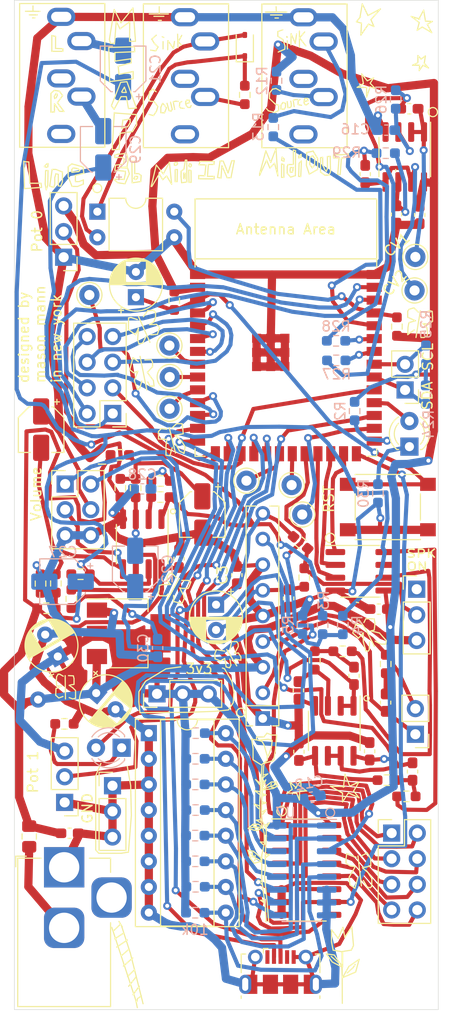
<source format=kicad_pcb>
(kicad_pcb (version 20221018) (generator pcbnew)
  (layers (0 "F.Cu" signal) (31 "B.Cu" signal) (34 "B.Paste" user) (35 "F.Paste" user) (36 "B.SilkS" user "B.Silkscreen") (37 "F.SilkS" user "F.Silkscreen") (38 "B.Mask" user) (39 "F.Mask" user) (44 "Edge.Cuts" user))
  (net 0 "")
  (net 1 "+9V")
  (net 2 "Earth")
  (net 3 "+3V3")
  (net 4 "Net-(U4A-A-)")
  (net 5 "Net-(U4B-B-)")
  (net 6 "Net-(J2-Pin_1)")
  (net 7 "Net-(C6-Pad2)")
  (net 8 "Net-(U3A--)")
  (net 9 "Net-(C7-Pad2)")
  (net 10 "Net-(U9B-+)")
  (net 11 "Net-(U3B--)")
  (net 12 "Net-(C9-Pad2)")
  (net 13 "Net-(U3B-+)")
  (net 14 "Net-(U8-EN)")
  (net 15 "Net-(D1-K)")
  (net 16 "Net-(D1-A)")
  (net 17 "Net-(D2-A)")
  (net 18 "Net-(D3-A)")
  (net 19 "Net-(FB1-Pad1)")
  (net 20 "Net-(J2-Pin_2)")
  (net 21 "A5")
  (net 22 "A7")
  (net 23 "A6")
  (net 24 "A4")
  (net 25 "A0")
  (net 26 "A1")
  (net 27 "A2")
  (net 28 "A3")
  (net 29 "L_TO_SP")
  (net 30 "R_TO_SP")
  (net 31 "Net-(J7-Pin_1)")
  (net 32 "Net-(J7-Pin_2)")
  (net 33 "Net-(J8-Pin_1)")
  (net 34 "Net-(J8-Pin_2)")
  (net 35 "Net-(J8-Pin_3)")
  (net 36 "Net-(J8-Pin_4)")
  (net 37 "Net-(J8-Pin_5)")
  (net 38 "Net-(J8-Pin_6)")
  (net 39 "Net-(J8-Pin_7)")
  (net 40 "Net-(J8-Pin_8)")
  (net 41 "Net-(J10-Pin_1)")
  (net 42 "Net-(J11-Pin_1)")
  (net 43 "Net-(J14-Pin_1)")
  (net 44 "Net-(J15-Pin_1)")
  (net 46 "D-")
  (net 47 "D+")
  (net 49 "Net-(J18-PadR)")
  (net 50 "Net-(J18-PadT)")
  (net 51 "Net-(J1-Pad4)")
  (net 52 "Net-(J22-Pin_1)")
  (net 53 "Net-(J23-Pin_1)")
  (net 54 "Net-(J24-Pin_1)")
  (net 55 "Net-(U8-GPIO0{slash}BOOT)")
  (net 56 "Net-(SW1-B)")
  (net 57 "Net-(U9A--)")
  (net 58 "Net-(U9B--)")
  (net 59 "MIDI_O")
  (net 60 "D7")
  (net 61 "D6")
  (net 62 "D5")
  (net 63 "D4")
  (net 64 "D3")
  (net 65 "D0")
  (net 66 "D1")
  (net 67 "D2")
  (net 68 "MIDI_I")
  (net 69 "CV1")
  (net 70 "CV2")
  (net 71 "Net-(U8-GPIO9{slash}TOUCH9{slash}ADC1_CH8{slash}FSPIHD{slash}SUBSPIHD)")
  (net 72 "Net-(U8-GPIO10{slash}TOUCH10{slash}ADC1_CH9{slash}FSPICS0{slash}FSPIIO4{slash}SUBSPICS0)")
  (net 73 "PT_L")
  (net 74 "PT_R")
  (net 75 "PT_BCK")
  (net 76 "PT_WS")
  (net 77 "PT_DIN")
  (net 79 "A_MUX")
  (net 80 "MUX_C")
  (net 81 "MUX_B")
  (net 82 "MUX_A")
  (net 83 "DIP_MUX")
  (net 84 "Net-(U1A-+)")
  (net 85 "Net-(C17-Pad1)")
  (net 86 "Net-(J19-Pin_1)")
  (net 87 "Net-(C18-Pad1)")
  (net 88 "Net-(J21-Pin_1)")
  (net 89 "Net-(U1B--)")
  (net 90 "Net-(D2-K)")
  (net 91 "Net-(D3-K)")
  (net 92 "Net-(U4A-A+)")
  (net 93 "Net-(U9A-+)")
  (net 94 "Net-(C23-Pad1)")
  (net 95 "Net-(C27-Pad1)")
  (net 96 "Net-(C28-Pad1)")
  (net 97 "Net-(C22-Pad1)")
  (net 98 "Net-(C26-Pad1)")
  (net 100 "Net-(U3A-+)")
  (net 101 "Net-(C29-Pad2)")
  (net 102 "Net-(C21-Pad2)")
  (net 103 "Net-(C30-Pad1)")
  (footprint "MountingHole:MountingHole_3.5mm" (layer "F.Cu") (at 27 115)
    (fp_text reference "REF**" hide)
    (fp_text value "MountingHole_3.5mm")
  )
  (footprint "MountingHole:MountingHole_3.5mm" (layer "F.Cu") (at 48 23)
    (fp_text reference "REF**" hide)
    (fp_text value "MountingHole_3.5mm")
  )
  (footprint "MountingHole:MountingHole_3.5mm" (layer "F.Cu") (at 48 115)
    (fp_text reference "REF**" hide)
    (fp_text value "MountingHole_3.5mm")
  )
  (footprint "Package_DIP:DIP-16_W7.62mm_Socket" (layer "F.Cu") (at 23.82 91.61)
    (fp_text reference "SW3" hide)
    (fp_text value "SW_DIP_x08")
  )
  (footprint "Capacitor_SMD:C_0603_1608Metric_Pad1.08x0.95mm_HandSolder" (layer "F.Cu") (at 38.64 87.37 -90)
    (fp_text reference "C8" hide)
    (fp_text value "470p")
  )
  (footprint "Package_DIP:DIP-4_W7.62mm" (layer "F.Cu") (at 18.72 39.945)
    (fp_text reference "U11" hide)
    (fp_text value "PC817")
  )
  (footprint "Connector_Pin:Pin_D1.0mm_L10.0mm" (layer "F.Cu") (at 17.93 48.2)
    (fp_text reference "J22" hide)
    (fp_text value "GPIO_18")
  )
  (footprint "Capacitor_SMD:C_0603_1608Metric_Pad1.08x0.95mm_HandSolder" (layer "F.Cu") (at 15.9675 101.53 180)
    (fp_text reference "C15" hide)
    (fp_text value "100n")
  )
  (footprint "Connector_Pin:Pin_D1.0mm_L10.0mm" (layer "F.Cu") (at 50.23 44.43)
    (fp_text reference "J19" hide)
    (fp_text value "CV1")
  )
  (footprint "Capacitor_SMD:C_0603_1608Metric_Pad1.08x0.95mm_HandSolder" (layer "F.Cu") (at 44.1475 85.935002 90)
    (fp_text reference "C7" hide)
    (fp_text value "1000p")
  )
  (footprint "Connector_PinHeader_2.54mm:PinHeader_2x04_P2.54mm_Vertical" (layer "F.Cu") (at 47.88 101.51)
    (fp_text reference "J3" hide)
    (fp_text value "A_MUX_IN")
  )
  (footprint "Package_TO_SOT_SMD:SOT-223" (layer "F.Cu") (at 21.83 81.72)
    (fp_text reference "U2" hide)
    (fp_text value "LM1117-3.3")
  )
  (footprint "Resistor_SMD:R_0603_1608Metric_Pad0.98x0.95mm_HandSolder" (layer "F.Cu") (at 47.394499 96.266001 180)
    (fp_text reference "R10" hide)
    (fp_text value "7k5")
  )
  (footprint "Package_SO:SOIC-8_3.9x4.9mm_P1.27mm" (layer "F.Cu") (at 49.18 34.53 -90)
    (fp_text reference "U1" hide)
    (fp_text value "MCP6002-xMC")
  )
  (footprint "Connector_Pin:Pin_D1.0mm_L10.0mm" (layer "F.Cu") (at 50.15 47.75)
    (fp_text reference "J21" hide)
    (fp_text value "CV2")
  )
  (footprint "Resistor_SMD:R_0603_1608Metric_Pad0.98x0.95mm_HandSolder" (layer "F.Cu") (at 38.860985 72.743458 140)
    (fp_text reference "R36" hide)
    (fp_text value "50k")
  )
  (footprint "Capacitor_THT:CP_Radial_D5.0mm_P2.50mm" (layer "F.Cu") (at 30.48 78.884888 -90)
    (fp_text reference "C4" hide)
    (fp_text value "10u")
  )
  (footprint "Capacitor_SMD:C_0603_1608Metric_Pad1.08x0.95mm_HandSolder" (layer "F.Cu") (at 32.54 75.95 90)
    (fp_text reference "C3")
    (fp_text value "10n")
  )
  (footprint "Resistor_SMD:R_0603_1608Metric_Pad0.98x0.95mm_HandSolder" (layer "F.Cu") (at 48.4 51.33 90)
    (fp_text reference "R23" hide)
    (fp_text value "220")
  )
  (footprint "Connector_Pin:Pin_D1.0mm_L10.0mm" (layer "F.Cu") (at 25.87 59.47)
    (fp_text reference "J23" hide)
    (fp_text value "GPIO_14")
  )
  (footprint "Capacitor_SMD:C_0603_1608Metric_Pad1.08x0.95mm_HandSolder" (layer "F.Cu") (at 48.36 40.2225 -90)
    (fp_text reference "C19" hide)
    (fp_text value "100n")
  )
  (footprint "Package_SO:SOIC-8_3.9x4.9mm_P1.27mm" (layer "F.Cu") (at 23.164998 72.884997 -90)
    (fp_text reference "U9" hide)
    (fp_text value "NE5532")
  )
  (footprint "mason_parts:Jack_3.5mm_CUI_SJ1-3535NG_Horizontal_NO_FRONT" (layer "F.Cu") (at 39.14 20.69)
    (fp_text reference "J18" hide)
    (fp_text value "MIDI_OUT_JACK")
  )
  (footprint "Package_SO:SOIC-8_3.9x4.9mm_P1.27mm" (layer "F.Cu") (at 44.775 75.575)
    (fp_text reference "U5" hide)
    (fp_text value "PT8211")
  )
  (footprint "Capacitor_SMD:C_0603_1608Metric_Pad1.08x0.95mm_HandSolder" (layer "F.Cu") (at 45.700001 93.405001 90)
    (fp_text reference "C20" hide)
    (fp_text value "100n")
  )
  (footprint "Connector_PinHeader_2.54mm:PinHeader_1x02_P2.54mm_Vertical" (layer "F.Cu") (at 50.23 91.72 180)
    (fp_text reference "J2" hide)
    (fp_text value "SPK_CONN")
  )
  (footprint "Connector_Pin:Pin_D1.0mm_L10.0mm" (layer "F.Cu") (at 25.86 53.21)
    (fp_text reference "J10" hide)
    (fp_text value "A_AUX1")
  )
  (footprint "Resistor_SMD:R_0603_1608Metric_Pad0.98x0.95mm_HandSolder" (layer "F.Cu") (at 47.29 84.76 90)
    (fp_text reference "R6" hide)
    (fp_text value "16")
  )
  (footprint "Package_SIP:SIP-9_21.54x3mm_P2.54mm" (layer "F.Cu") (at 35.11 90.16 90)
    (fp_text reference "U4" hide)
    (fp_text value "NJM2073S")
  )
  (footprint "Capacitor_SMD:CP_Elec_4x5.4" (layer "F.Cu") (at 29.12 69.95 -90)
    (fp_text reference "C23" hide)
    (fp_text value "1u")
  )
  (footprint "Connector_PinHeader_2.54mm:PinHeader_1x03_P2.54mm_Vertical" (layer "F.Cu") (at 50.36 77.35)
    (fp_text reference "SW1" hide)
    (fp_text value "SP_MUTE")
  )
  (footprint "Capacitor_SMD:C_0603_1608Metric_Pad1.08x0.95mm_HandSolder" (layer "F.Cu") (at 46.6 79.32)
    (fp_text reference "C13" hide)
    (fp_text value "100n")
  )
  (footprint "Capacitor_SMD:C_0603_1608Metric_Pad1.08x0.95mm_HandSolder" (layer "F.Cu") (at 47.28 88.5875 90)
    (fp_text reference "C6" hide)
    (fp_text value "220n")
  )
  (footprint "PCM_Espressif:ESP32-S3-WROOM-1" (layer "F.Cu") (at 37.4 54.43)
    (fp_text reference "U8" hide)
    (fp_text value "ESP32-S3-WROOM-1")
  )
  (footprint "Resistor_SMD:R_0603_1608Metric_Pad0.98x0.95mm_HandSolder" (layer "F.Cu") (at 13.09 76.7925 90)
    (fp_text reference "R40" hide)
    (fp_text value "1000")
  )
  (footprint "Resistor_SMD:R_0603_1608Metric_Pad0.98x0.95mm_HandSolder" (layer "F.Cu") (at 22.514999 67.332495 90)
    (fp_text reference "R31" hide)
    (fp_text value "1000")
  )
  (footprint "Resistor_SMD:R_0603_1608Metric_Pad0.98x0.95mm_HandSolder" (layer "F.Cu") (at 17.0525 75.862502 180)
    (fp_text reference "R42" hide)
    (fp_text value "68")
  )
  (footprint "Resistor_SMD:R_0603_1608Metric_Pad0.98x0.95mm_HandSolder" (layer "F.Cu") (at 14.609998 76.780001 -90)
    (fp_text reference "R34" hide)
    (fp_text value "1000")
  )
  (footprint "Capacitor_SMD:C_0603_1608Metric_Pad1.08x0.95mm_HandSolder" (layer "F.Cu") (at 45.26 36.2225 -90)
    (fp_text reference "C18" hide)
    (fp_text value "100n")
  )
  (footprint "Connector_PinHeader_2.54mm:PinHeader_1x02_P2.54mm_Vertical" (layer "F.Cu") (at 49.21 57.61 180)
    (fp_text reference "J7" hide)
    (fp_text value "I2C_CONN")
  )
  (footprint "mason_parts:Jack_3.5mm_CUI_SJ1-3535NG_Horizontal_NO_FRONT" (layer "F.Cu") (at 15.14 20.645)
    (fp_text reference "J6" hide)
    (fp_text value "LINE_OUT")
  )
  (footprint "Connector_Pin:Pin_D1.0mm_L10.0mm" (layer "F.Cu") (at 39.02 69.95)
    (fp_text reference "J24" hide)
    (fp_text value "GPIO35")
  )
  (footprint "Resistor_SMD:R_0603_1608Metric_Pad0.98x0.95mm_HandSolder" (layer "F.Cu") (at 40.27 84.4 -90)
    (fp_text reference "R8" hide)
    (fp_text value "7k5")
  )
  (footprint "Package_SO:SOIC-16_3.9x9.9mm_P1.27mm" (layer "F.Cu") (at 39.445 105.165)
    (fp_text reference "U6" hide)
    (fp_text value "4051")
  )
  (footprint "LED_THT:LED_D3.0mm_Clear" (layer "F.Cu") (at 49.64 63.225 90)
    (fp_text reference "D3" hide)
    (fp_text value "LED")
  )
  (footprint "Connector_PinHeader_2.54mm:PinHeader_1x03_P2.54mm_Vertical" (layer "F.Cu") (at 20.22 96.82)
    (fp_text reference "J16" hide)
    (fp_text value "GND_Conn")
  )
  (footprint "Capacitor_THT:CP_Radial_D5.0mm_P2.50mm" (layer "F.Cu") (at 18.604889 87.643031 -40)
    (fp_text reference "C1" hide)
    (fp_text value "10u")
  )
  (footprint "mason_parts:BarrelJack_Horizontal" (layer "F.Cu") (at 15.43 104.9 90)
    (fp_text reference "J13" hide)
    (fp_text value "Barrel_Jack")
  )
  (footprint "Connector_Pin:Pin_D1.0mm_L10.0mm" (layer "F.Cu") (at 25.89 56.33)
    (fp_text reference "J11" hide)
    (fp_text value "A_AUX2")
  )
  (footprint "Capacitor_SMD:C_0603_1608Metric_Pad1.08x0.95mm_HandSolder" (layer "F.Cu") (at 49.6325 29.75)
    (fp_text reference "C17" hide)
    (fp_text value "100n")
  )
  (footprint "Capacitor_THT:CP_Radial_D5.0mm_P2.50mm" (layer "F.Cu") (at 14.8 84.015063 120)
    (fp_text reference "C2" hide)
    (fp_text value "47u")
  )
  (footprint "Resistor_SMD:R_0603_1608Metric_Pad0.98x0.95mm_HandSolder" (layer "F.Cu") (at 49.337502 97.875001)
    (fp_text reference "R9" hide)
    (fp_text value "7k5")
  )
  (footprint "Resistor_SMD:R_0603_1608Metric_Pad0.98x0.95mm_HandSolder" (layer "F.Cu") (at 33.33 28.38 90)
    (fp_text reference "R22" hide)
    (fp_text value "220")
  )
  (footprint "Capacitor_SMD:C_0603_1608Metric_Pad1.08x0.95mm_HandSolder" (layer "F.Cu") (at 26.810001 74.327499 -90)
    (fp_text reference "C24" hide)
    (fp_text value "100n")
  )
  (footprint "Capacitor_SMD:C_0603_1608Metric_Pad1.08x0.95mm_HandSolder" (layer "F.Cu") (at 50.660001 40.272501 90)
    (fp_text reference "C14" hide)
    (fp_text value "100n")
  )
  (footprint "Capacitor_THT:CP_Radial_D5.0mm_P2.50mm" (layer "F.Cu") (at 22.54 48.42 90)
    (fp_text reference "C11" hide)
    (fp_text value "1u")
  )
  (footprint "Capacitor_SMD:CP_Elec_4x5.4" (layer "F.Cu") (at 13.15 61.54 -90)
    (fp_text reference "C26" hide)
    (fp_text value "1u")
  )
  (footprint "Resistor_SMD:R_0603_1608Metric_Pad0.98x0.95mm_HandSolder" (layer "F.Cu") (at 20.994999 67.327499 -90)
    (fp_text reference "R37" hide)
    (fp_text value "1000")
  )
  (footprint "Resistor_SMD:R_0603_1608Metric_Pad0.98x0.95mm_HandSolder" (layer "F.Cu") (at 20.94 64.04)
    (fp_text reference "R32" hide)
    (fp_text value "1000")
  )
  (footprint "Button_Switch_SMD:SW_Push_1P1T_NO_6x6mm_H9.5mm" (layer "F.Cu") (at 47.5 69.21 180)
    (fp_text reference "SW4" hide)
    (fp_text value "RST")
  )
  (footprint "Resistor_SMD:R_0603_1608Metric_Pad0.98x0.95mm_HandSolder" (layer "F.Cu") (at 16.139998 78.305002 -90)
    (fp_text reference "R41" hide)
    (fp_text value "100")
  )
  (footprint "Capacitor_SMD:C_0603_1608Metric_Pad1.08x0.95mm_HandSolder" (layer "F.Cu") (at 38.689999 93.452501 90)
    (fp_text reference "C10" hide)
    (fp_text value "470p")
  )
  (footprint "Package_SO:SOIC-8_3.9x4.9mm_P1.27mm" (layer "F.Cu") (at 42.195 91.38 -90)
    (fp_text reference "U3" hide)
    (fp_text value "MCP6002-xSN")
  )
  (footprint "mason_parts:Dual_Green_Pot" (layer "F.Cu") (at 15.53 66.93)
    (fp_text reference "RV5" hide)
    (fp_text value "100k")
  )
  (footprint "Connector_USB:USB_Micro-B_Molex-105017-0001" (layer "F.Cu") (at 36.869999 115.2545)
    (fp_text reference "J17" hide)
    (fp_text value "USB_B_Micro")
  )
  (footprint "Resistor_SMD:R_0603_1608Metric_Pad0.98x0.95mm_HandSolder" (layer "F.Cu") (at 43.017501 83.500001 180)
    (fp_text reference "R7" hide)
    (fp_text value "7k5")
  )
  (footprint "mason_parts:Jack_3.5mm_CUI_SJ1-3535NG_Horizontal_NO_FRONT" (layer "F.Cu") (at 27.4 20.68)
    (fp_text reference "J20" hide)
    (fp_text value "MIDI_IN_JACK")
  )
  (footprint "Connector_PinHeader_2.54mm:PinHeader_1x03_P2.54mm_Vertical" (layer "F.Cu") (at 15.380003 44.459999 180)
    (fp_text reference "RV3" hide)
    (fp_text value "100k")
  )
  (footprint "Resistor_SMD:R_0603_1608Metric_Pad0.98x0.95mm_HandSolder" (layer "F.Cu") (at 39.22 76.19 -90)
    (fp_text reference "R35" hide)
    (fp_text value "50k")
  )
  (footprint "Connector_PinHeader_2.54mm:PinHeader_1x03_P2.54mm_Vertical" (layer "F.Cu") (at 24.63 87.72 90)
    (fp_text reference "J12" hide)
    (fp_text value "+3v3 Conn")
  )
  (footprint "Resistor_SMD:R_0603_1608Metric_Pad0.98x0.95mm_HandSolder" (layer "F.Cu") (at 24.987501 66.630001)
    (fp_text reference "R38" hide)
    (fp_text value "100")
  )
  (footprint "Inductor_SMD:L_0805_2012Metric_Pad1.15x1.40mm_HandSolder" (layer "F.Cu") (at 11.969998 101.844999 90)
    (fp_text reference "FB1" hide)
    (fp_text value "FB")
  )
  (footprint "Connector_PinHeader_2.54mm:PinHeader_2x04_P2.54mm_Vertical" (layer "F.Cu") (at 20.245 59.94 180)
    (fp_text reference "J8" hide)
    (fp_text value "TOUCH_IN")
  )
  (footprint "Connector_PinHeader_2.54mm:PinHeader_1x03_P2.54mm_Vertical" (layer "F.Cu") (at 15.48 98.47 180)
    (fp_text reference "RV4" hide)
    (fp_text value "100k")
  )
  (footprint "Capacitor_SMD:C_0603_1608Metric_Pad1.08x0.95mm_HandSolder" (layer "F.Cu") (at 49.95 95.4125 -90)
    (fp_text reference "C9" hide)
    (fp_text value "1000p")
  )
  (footprint "Resistor_SMD:R_0603_1608Metric_Pad0.98x0.95mm_HandSolder" (layer "F.Cu") (at 13.67 79.232503)
    (fp_text reference "R33" hide)
    (fp_text value "1000")
  )
  (footprint "Resistor_SMD:R_0603_1608Metric_Pad0.98x0.95mm_HandSolder" (layer "F.Cu") (at 26.34 48.77 -90)
    (fp_text reference "R11" hide)
    (fp_text value "10k")
  )
  (footprint "Capacitor_SMD:C_0603_1608Metric_Pad1.08x0.95mm_HandSolder" (layer "F.Cu") (at 37.67 78.26 -90)
    (fp_text reference "C5" hide)
    (fp_text value "10n")
  )
  (footprint "Connector_Pin:Pin_D1.0mm_L10.0mm" (layer "F.Cu") (at 33.49 66.6)
    (fp_text reference "J14" hide)
    (fp_text value "GPIO_12")
  )
  (footprint "Resistor_SMD:R_0603_1608Metric_Pad0.98x0.95mm_HandSolder" (layer "F.Cu") (at 15.4575 90.69)
    (fp_text reference "R1" hide)
    (fp_text value "330")
  )
  (footprint "Resistor_SMD:R_0603_1608Metric_Pad0.98x0.95mm_HandSolder" (layer "F.Cu") (at 24.967496 68.219998 180)
    (fp_text reference "R39" hide)
    (fp_text value "68")
  )
  (footprint "Diode_SMD:D_SOD-323" (layer "F.Cu") (at 33.33 23.4875 90)
    (fp_text reference "D1" hide)
    (fp_text value "1N4148")
  )
  (footprint "Connector_Pin:Pin_D1.0mm_L10.0mm" (layer "F.Cu") (at 37.97 67.03)
    (fp_text reference "J15" hide)
    (fp_text value "GPIO_13")
  )
  (footprint "Resistor_SMD:R_0603_1608Metric_Pad0.98x0.95mm_HandSolder" (layer "B.Cu") (at 47.29 34.15)
    (fp_text reference "R29")
    (fp_text value "10k")
  )
  (footprint "Resistor_SMD:R_0603_1608Metric_Pad0.98x0.95mm_HandSolder" (layer "B.Cu") (at 42.37 52.74 180)
    (fp_text reference "R28")
    (fp_text value "10k")
  )
  (footprint "Resistor_SMD:R_0603_1608Metric_Pad0.98x0.95mm_HandSolder" (layer "B.Cu") (at 41.039996 80.890002 90)
    (fp_text reference "R3")
    (fp_text value "100k")
  )
  (footprint "Resistor_SMD:R_0603_1608Metric_Pad0.98x0.95mm_HandSolder" (layer "B.Cu") (at 36.15 31.57 90)
    (fp_text reference "R13")
    (fp_text value "47")
  )
  (footprint "Capacitor_SMD:CP_Elec_4x5.4" (layer "B.Cu") (at 19.299999 33.769997 90)
    (fp_text reference "C29")
    (fp_text value "10u")
  )
  (footprint "Resistor_SMD:R_0603_1608Metric_Pad0.98x0.95mm_HandSolder" (layer "B.Cu") (at 28.43 96.69)
    (fp_text reference "R19" hide)
    (fp_text value "10k")
  )
  (footprint "Resistor_SMD:R_0603_1608Metric_Pad0.98x0.95mm_HandSolder" (layer "B.Cu") (at 44.21 59.7 -90)
    (fp_text reference "R2")
    (fp_text value "10k")
  )
  (footprint "Capacitor_SMD:CP_Elec_4x5.4" (layer "B.Cu") (at 15.27 76.6 180)
    (fp_text reference "C27")
    (fp_text value "1u")
  )
  (footprint "Capacitor_SMD:C_0603_1608Metric_Pad1.08x0.95mm_HandSolder" (layer "B.Cu") (at 24.69 83.1725 -90)
    (fp_text reference "C30")
    (fp_text value "1p")
  )
  (footprint "Capacitor_SMD:C_0603_1608Metric_Pad1.08x0.95mm_HandSolder" (layer "B.Cu") (at 47.33 31.87 180)
    (fp_text reference "C16")
    (fp_text value "100n")
  )
  (footprint "Resistor_SMD:R_0603_1608Metric_Pad0.98x0.95mm_HandSolder" (layer "B.Cu") (at 36.47 26.98 -90)
    (fp_text reference "R12")
    (fp_text value "47")
  )
  (footprint "Resistor_SMD:R_0603_1608Metric_Pad0.98x0.95mm_HandSolder" (layer "B.Cu") (at 46.52 67.86 -90)
    (fp_text reference "R30")
    (fp_text value "330")
  )
  (footprint "Resistor_SMD:R_0603_1608Metric_Pad0.98x0.95mm_HandSolder" (layer "B.Cu") (at 28.45 99.23)
    (fp_text reference "R18" hide)
    (fp_text value "10k")
  )
  (footprint "LED_THT:LED_D3.0mm_Clear" (layer "B.Cu") (at 21.124999 93.060001 180)
    (fp_text reference "D2" hide)
    (fp_text value "LED")
  )
  (footprint "Resistor_SMD:R_0603_1608Metric_Pad0.98x0.95mm_HandSolder" (layer "B.Cu") (at 43.04 80.9 90)
    (fp_text reference "R4")
    (fp_text value "100k")
  )
  (footprint "Resistor_SMD:R_0603_1608Metric_Pad0.98x0.95mm_HandSolder" (layer "B.Cu") (at 28.44 94.15)
    (fp_text reference "R20" hide)
    (fp_text value "10k")
  )
  (footprint "Resistor_SMD:R_0603_1608Metric_Pad0.98x0.95mm_HandSolder" (layer "B.Cu") (at 51.25 58.07 90)
    (fp_text reference "R24")
    (fp_text value "1k")
  )
  (footprint "Resistor_SMD:R_0603_1608Metric_Pad0.98x0.95mm_HandSolder" (layer "B.Cu") (at 28.42 101.76)
    (fp_text reference "R17" hide)
    (fp_text value "10k")
  )
  (footprint "Resistor_SMD:R_0603_1608Metric_Pad0.98x0.95mm_HandSolder" (layer "B.Cu") (at 28.42 109.4)
    (fp_text reference "R14" hide)
    (fp_text value "10k")
  )
  (footprint "Capacitor_SMD:CP_Elec_4x5.4" (layer "B.Cu") (at 21.270002 25.799999 90)
    (fp_text reference "C21")
    (fp_text value "10u")
  )
  (footprint "Resistor_SMD:R_0603_1608Metric_Pad0.98x0.95mm_HandSolder" (layer "B.Cu") (at 42.39 54.68 180)
    (fp_text reference "R27")
    (fp_text value "10k")
  )
  (footprint "Package_SO:SOIC-16_3.9x9.9mm_P1.27mm" (layer "B.Cu") (at 38.97 105.215 180)
    (fp_text reference "U7")
    (fp_text value "4051")
  )
  (footprint "Resistor_SMD:R_0603_1608Metric_Pad0.98x0.95mm_HandSolder" (layer "B.Cu") (at 51.28 54.11 -90)
    (fp_text reference "R25")
    (fp_text value "1k")
  )
  (footprint "Capacitor_SMD:C_0603_1608Metric_Pad1.08x0.95mm_HandSolder" (layer "B.Cu") (at 39.96 97.96 -170)
    (fp_text reference "C12")
    (fp_text value "100n")
  )
  (footprint "Capacitor_SMD:C_0603_1608Metric_Pad1.08x0.95mm_HandSolder" (layer "B.Cu") (at 23.1675 67.41 180)
    (fp_text reference "C28")
    (fp_text value "1p")
  )
  (footprint "Resistor_SMD:R_0603_1608Metric_Pad0.98x0.95mm_HandSolder" (layer "B.Cu") (at 28.43 104.31)
    (fp_text reference "R16" hide)
    (fp_text value "10k")
  )
  (footprint "Capacitor_SMD:CP_Elec_4x5.4" (layer "B.Cu") (at 22.469998 75.340001 90)
    (fp_text reference "C22")
    (fp_text value "1u")
  )
  (footprint "Resistor_SMD:R_0603_1608Metric_Pad0.98x0.95mm_HandSolder" (layer "B.Cu") (at 39.05 80.88 -90)
    (fp_text reference "R5")
    (fp_text value "20k")
  )
  (footprint "Resistor_SMD:R_0603_1608Metric_Pad0.98x0.95mm_HandSolder" (layer "B.Cu") (at 48.28 28.83 -90)
    (fp_text reference "R26")
    (fp_text value "10k")
  )
  (footprint "Resistor_SMD:R_0603_1608Metric_Pad0.98x0.95mm_HandSolder" (layer "B.Cu") (at 28.46 91.61)
    (fp_text reference "R21" hide)
    (fp_text value "10k")
  )
  (footprint "Resistor_SMD:R_0603_1608Metric_Pad0.98x0.95mm_HandSolder" (layer "B.Cu") (at 28.45 106.83)
    (fp_text reference "R15" hide)
    (fp_text value "10k")
  )
  (gr_circle (center 41.79 99.48) (end 42.1 99.17) (stroke (width 0.12)) (fill none) (layer "B.SilkS"))
  (gr_line (start 27.54 89.55) (end 30.37 89.45) (stroke (width 0.12)) (layer "F.SilkS"))
  (gr_line (start 44.78 80.84) (end 44.32 80.84) (stroke (width 0.12)) (layer "F.SilkS"))
  (gr_line (start 22.25 117.52) (end 22.87 116.69) (stroke (width 0.12)) (layer "F.SilkS"))
  (gr_line (start 37.2 35.28) (end 36.99 35.22) (stroke (width 0.12)) (layer "F.SilkS"))
  (gr_line (start 34.18 103.31) (end 34.86 103.9) (stroke (width 0.12)) (layer "F.SilkS"))
  (gr_line (start 38.8 28.83) (end 38.61 28.99) (stroke (width 0.12)) (layer "F.SilkS"))
  (gr_line (start 22.05 50.43) (end 21.81 50.47) (stroke (width 0.12)) (layer "F.SilkS"))
  (gr_line (start 51.23 21.07) (end 51.91 21.1) (stroke (width 0.12)) (layer "F.SilkS"))
  (gr_line (start 37.1 29.13) (end 36.91 29.4) (stroke (width 0.12)) (layer "F.SilkS"))
  (gr_line (start 14.61 36.18) (end 14.5 36.57) (stroke (width 0.12)) (layer "F.SilkS"))
  (gr_line (start 14.4 37.54) (end 14 37.42) (stroke (width 0.12)) (layer "F.SilkS"))
  (gr_line (start 41.41 113.48) (end 42 114.29) (stroke (width 0.12)) (layer "F.SilkS"))
  (gr_line (start 38.14 33.83) (end 38.14 35.23) (stroke (width 0.12)) (layer "F.SilkS"))
  (gr_line (start 11.43 34.94) (end 11.5 37.66) (stroke (width 0.12)) (layer "F.SilkS"))
  (gr_line (start 51.41 21.39) (end 51.85 22.21) (stroke (width 0.12)) (layer "F.SilkS"))
  (gr_line (start 24.07 54.61) (end 24.19 54.88) (stroke (width 0.12)) (layer "F.SilkS"))
  (gr_line (start 32.26 87.56) (end 32.06 86.52) (stroke (width 0.12)) (layer "F.SilkS"))
  (gr_line (start 20.64 112.81) (end 21.69 112.1) (stroke (width 0.12)) (layer "F.SilkS"))
  (gr_line (start 24.74 23.63) (end 24.5 24.02) (stroke (width 0.12)) (layer "F.SilkS"))
  (gr_line (start 14.85 36.25) (end 14.61 36.18) (stroke (width 0.12)) (layer "F.SilkS"))
  (gr_line (start 25.64 76.48) (end 25.75 76.62) (stroke (width 0.12)) (layer "F.SilkS"))
  (gr_line (start 14.58 22.58) (end 14.23 22.51) (stroke (width 0.12)) (layer "F.SilkS"))
  (gr_line (start 40.01 35.61) (end 40.23 35.36) (stroke (width 0.12)) (layer "F.SilkS"))
  (gr_line (start 44.59 82.2) (end 45.07 81.67) (stroke (width 0.12)) (layer "F.SilkS"))
  (gr_line (start 38.9 96.94) (end 39.45 97.34) (stroke (width 0.12)) (layer "F.SilkS"))
  (gr_line (start 24.85 36.21) (end 24.12 37.45) (stroke (width 0.12)) (layer "F.SilkS"))
  (gr_line (start 51.91 21.1) (end 51.41 21.39) (stroke (width 0.12)) (layer "F.SilkS"))
  (gr_line (start 44.88 106.74) (end 44.54 103.78) (stroke (width 0.12)) (layer "F.SilkS"))
  (gr_line (start 19.94 27.06) (end 22.26 26.77) (stroke (width 0.12)) (layer "F.SilkS"))
  (gr_line (start 31.96 36.58) (end 31.58 36.59) (stroke (width 0.12)) (layer "F.SilkS"))
  (gr_line (start 39.43 35.36) (end 39.72 36.23) (stroke (width 0.12)) (layer "F.SilkS"))
  (gr_line (start 27.78 35.42) (end 27.94 35.53) (stroke (width 0.12)) (layer "F.SilkS"))
  (gr_line (start 27.93 29.62) (end 28.01 29.43) (stroke (width 0.12)) (layer "F.SilkS"))
  (gr_line (start 26.89 29.14) (end 26.85 29.53) (stroke (width 0.12)) (layer "F.SilkS"))
  (gr_line (start 40.07 33.96) (end 39.47 34.08) (stroke (width 0.12)) (layer "F.SilkS"))
  (gr_line (start 31.19 34.94) (end 31.67 36.11) (stroke (width 0.12)) (layer "F.SilkS"))
  (gr_line (start 14.49 28.74) (end 14.65 28.65) (stroke (width 0.12)) (layer "F.SilkS"))
  (gr_line (start 38.61 28.99) (end 38.61 29.34) (stroke (width 0.12)) (layer "F.SilkS"))
  (gr_line (start 16.76 37.45) (end 17.33 37.21) (stroke (width 0.12)) (layer "F.SilkS"))
  (gr_line (start 41.41 35.95) (end 41.27 35.8) (stroke (width 0.12)) (layer "F.SilkS"))
  (gr_line (start 26.49 29) (end 26.73 29.02) (stroke (width 0.12)) (layer "F.SilkS"))
  (gr_line (start 16.78 35.68) (end 16.33 35.61) (stroke (width 0.12)) (layer "F.SilkS"))
  (gr_line (start 35.42 107.22) (end 35.55 108.45) (stroke (width 0.12)) (layer "F.SilkS"))
  (gr_line (start 28 35.88) (end 27.83 35.82) (stroke (width 0.12)) (layer "F.SilkS"))
  (gr_line (start 26.4 62.1) (end 27.04 62.64) (stroke (width 0.12)) (layer "F.SilkS"))
  (gr_line (start 34.98 99.29) (end 35.01 100.2) (stroke (width 0.12)) (layer "F.SilkS"))
  (gr_line (start 35.9 35.07) (end 36.42 33.69) (stroke (width 0.12)) (layer "F.SilkS"))
  (gr_line (start 26.26 23.78) (end 26.36 23.08) (stroke (width 0.12)) (layer "F.SilkS"))
  (gr_line (start 45.77 106.92) (end 45.47 106.87) (stroke (width 0.12)) (layer "F.SilkS"))
  (gr_line (start 20.42 23.27) (end 20.02 23.27) (stroke (width 0.12)) (layer "F.SilkS"))
  (gr_line (start 24.32 50.87) (end 23.88 51.14) (stroke (width 0.12)) (layer "F.SilkS"))
  (gr_line (start 23.02 36.96) (end 23.06 36.36) (stroke (width 0.12)) (layer "F.SilkS"))
  (gr_line (start 35.21 95.74) (end 35.6 95.65) (stroke (width 0.12)) (layer "F.SilkS"))
  (gr_line (start 37.48 22.66) (end 37.49 22.6) (stroke (width 0.12)) (layer "F.SilkS"))
  (gr_line (start 36.6 22.1) (end 36.6 22.57) (stroke (width 0.12)) (layer "F.SilkS"))
  (gr_line (start 20.13 29.4) (end 21.03 27.13) (stroke (width 0.12)) (layer "F.SilkS"))
  (gr_line (start 45.47 103.47) (end 45.81 104.09) (stroke (width 0.12)) (layer "F.SilkS"))
  (gr_line (start 27.27 35.75) (end 27.02 35.93) (stroke (width 0.12)) (layer "F.SilkS"))
  (gr_line (start 20.45 34.57) (end 20.45 34.34) (stroke (width 0.12)) (layer "F.SilkS"))
  (gr_line (start 34.96 104.31) (end 34.25 104.5) (stroke (width 0.12)) (layer "F.SilkS"))
  (gr_line (start 20.33 36.74) (end 20.95 36.72) (stroke (width 0.12)) (layer "F.SilkS"))
  (gr_line (start 27.42 63.23) (end 27.31 63.89) (stroke (width 0.12)) (layer "F.SilkS"))
  (gr_line (start 46.17 83.01) (end 45.24 81.19) (stroke (width 0.12)) (layer "F.SilkS"))
  (gr_line (start 44.32 80.84) (end 44.03 81.69) (stroke (width 0.12)) (layer "F.SilkS"))
  (gr_line (start 21.72 35.63) (end 21.89 36.19) (stroke (width 0.12)) (layer "F.SilkS"))
  (gr_line (start 16.28 87.11) (end 16.56 87.39) (stroke (width 0.12)) (layer "F.SilkS"))
  (gr_line (start 15.86 85.91) (end 16.34 85.93) (stroke (width 0.12)) (layer "F.SilkS"))
  (gr_line (start 49.57 51.03) (end 49.5 51.41) (stroke (width 0.12)) (layer "F.SilkS"))
  (gr_line (start 43.88 113.11) (end 43.02 113.24) (stroke (width 0.12)) (layer "F.SilkS"))
  (gr_line (start 24.85 19.64) (end 24.85 20.36) (stroke (width 0.12)) (layer "F.SilkS"))
  (gr_line (start 32.53 84.94) (end 31.53 83.32) (stroke (width 0.12)) (layer "F.SilkS"))
  (gr_line (start 35.03 92.43) (end 35.22 92.74) (stroke (width 0.12)) (layer "F.SilkS"))
  (gr_line (start 13.83 35.18) (end 13.74 35.18) (stroke (width 0.12)) (layer "F.SilkS"))
  (gr_line (start 26.24 29.06) (end 26.38 29.81) (stroke (width 0.12)) (layer "F.SilkS"))
  (gr_line (start 23.87 20.36) (end 25.76 20.36) (stroke (width 0.12)) (layer "F.SilkS"))
  (gr_line (start 35.05 99.41) (end 35.46 99.18) (stroke (width 0.12)) (layer "F.SilkS"))
  (gr_line (start 11.93 35.02) (end 11.48 34.99) (stroke (width 0.12)) (layer "F.SilkS"))
  (gr_line (start 37.49 22.6) (end 37.55 22.66) (stroke (width 0.12)) (layer "F.SilkS"))
  (gr_line (start 44.64 96.45) (end 44.11 97.35) (stroke (width 0.12)) (layer "F.SilkS"))
  (gr_line (start 15.3 24.06) (end 15.3 23.8) (stroke (width 0.12)) (layer "F.SilkS"))
  (gr_line (start 16.54 36.82) (end 16.54 36.33) (stroke (width 0.12)) (layer "F.SilkS"))
  (gr_line (start 24.78 61.72) (end 24.78 62.47) (stroke (width 0.12)) (layer "F.SilkS"))
  (gr_line (start 42.9 34.64) (end 43.61 34.54) (stroke (width 0.12)) (layer "F.SilkS"))
  (gr_line (start 27.99 76.62) (end 27.84 77.03) (stroke (width 0.12)) (layer "F.SilkS"))
  (gr_line (start 34.83 100.2) (end 34.48 100.23) (stroke (width 0.12)) (layer "F.SilkS"))
  (gr_line (start 27.01 36.47) (end 27.07 37.08) (stroke (width 0.12)) (layer "F.SilkS"))
  (gr_line (start 35.41 96.24) (end 35.15 96.9) (stroke (width 0.12)) (layer "F.SilkS"))
  (gr_line (start 44.97 19.36) (end 45.53 20.51) (stroke (width 0.12)) (layer "F.SilkS"))
  (gr_line (start 25.69 23.9) (end 25.71 23) (stroke (width 0.12)) (layer "F.SilkS"))
  (gr_line (start 37.53 23.01) (end 37.55 23.83) (stroke (width 0.12)) (layer "F.SilkS"))
  (gr_line (start 26.14 29.81) (end 25.97 29.1) (stroke (width 0.12)) (layer "F.SilkS"))
  (gr_line (start 47.3 82.79) (end 46.79 82.79) (stroke (width 0.12)) (layer "F.SilkS"))
  (gr_line (start 36.32 20.76) (end 36.66 20.76) (stroke (width 0.12)) (layer "F.SilkS"))
  (gr_line (start 51.53 25.71) (end 50.98 25.44) (stroke (width 0.12)) (layer "F.SilkS"))
  (gr_line (start 28.77 36.36) (end 29.36 36.39) (stroke (width 0.12)) (layer "F.SilkS"))
  (gr_line (start 14.65 28.65) (end 14.76 28.39) (stroke (width 0.12)) (layer "F.SilkS"))
  (gr_line (start 16.12 86.82) (end 15.93 86.87) (stroke (width 0.12)) (layer "F.SilkS"))
  (gr_line (start 21.81 50.47) (end 21.8 51.62) (stroke (width 0.12)) (layer "F.SilkS"))
  (gr_line (start 24.34 29.03) (end 24.71 29.53) (stroke (width 0.12)) (layer "F.SilkS"))
  (gr_line (start 34.89 108.17) (end 35.29 108.45) (stroke (width 0.12)) (layer "F.SilkS"))
  (gr_line (start 22.94 89.58) (end 25.33 89.56) (stroke (width 0.12)) (layer "F.SilkS"))
  (gr_line (start 20.87 26.34) (end 20.78 25.54) (stroke (width 0.12)) (layer "F.SilkS"))
  (gr_line (start 44.74 20.69) (end 44.97 19.36) (stroke (width 0.12)) (layer "F.SilkS"))
  (gr_line (start 37.9 23.44) (end 37.92 22.32) (stroke (width 0.12)) (layer "F.SilkS"))
  (gr_line (start 14.21 24.06) (end 15.3 24.06) (stroke (width 0.12)) (layer "F.SilkS"))
  (gr_line (start 12.77 20.45) (end 11.98 20.45) (stroke (width 0.12)) (layer "F.SilkS"))
  (gr_line (start 30.27 35.27) (end 29.72 35.27) (stroke (width 0.12)) (layer "F.SilkS"))
  (gr_line (start 25.15 22.61) (end 25.3 22.69) (stroke (width 0.12)) (layer "F.SilkS"))
  (gr_line (start 44.89 21.27) (end 44.39 21.13) (stroke (width 0.12)) (layer "F.SilkS"))
  (gr_line (start 28.76 36.69) (end 28.77 36.36) (stroke (width 0.12)) (layer "F.SilkS"))
  (gr_line (start 24.75 77.77) (end 24.87 78) (stroke (width 0.12)) (layer "F.SilkS"))
  (gr_line (start 14.76 28.39) (end 14.69 28.24) (stroke (width 0.12)) (layer "F.SilkS"))
  (gr_line (start 39.2 29.18) (end 39.32 29.36) (stroke (width 0.12)) (layer "F.SilkS"))
  (gr_line (start 20.45 35.85) (end 20.52 35.33) (stroke (width 0.12)) (layer "F.SilkS"))
  (gr_line (start 21.45 37.19) (end 20.75 37.08) (stroke (width 0.12)) (layer "F.SilkS"))
  (gr_line (start 26.12 61.36) (end 26.57 60.95) (stroke (width 0.12)) (layer "F.SilkS"))
  (gr_line (start 41.82 36) (end 41.79 34.46) (stroke (width 0.12)) (layer "F.SilkS"))
  (gr_circle (center 18.71 37.62) (end 19.07 37.37) (stroke (width 0.12)) (fill none) (layer "F.SilkS"))
  (gr_line (start 22.17 37.09) (end 23.02 36.96) (stroke (width 0.12)) (layer "F.SilkS"))
  (gr_line (start 35.77 100.5) (end 35.48 100.92) (stroke (width 0.12)) (layer "F.SilkS"))
  (gr_line (start 14.62 87.19) (end 14.59 87.85) (stroke (width 0.12)) (layer "F.SilkS"))
  (gr_line (start 25.9 75.77) (end 25.64 76.06) (stroke (width 0.12)) (layer "F.SilkS"))
  (gr_line (start 35.25 101.49) (end 35.27 102.53) (stroke (width 0.12)) (layer "F.SilkS"))
  (gr_line (start 36.35 29.29) (end 36.69 29.4) (stroke (width 0.12)) (layer "F.SilkS"))
  (gr_line (start 38.35 28.84) (end 38.55 28.84) (stroke (width 0.12)) (layer "F.SilkS"))
  (gr_line (start 25.19 76.89) (end 24.87 76.98) (stroke (width 0.12)) (layer "F.SilkS"))
  (gr_line (start 34.32 100.93) (end 33.91 100.98) (stroke (width 0.12)) (layer "F.SilkS"))
  (gr_line (start 35.56 94.29) (end 34.97 94.76) (stroke (width 0.12)) (layer "F.SilkS"))
  (gr_line (start 22.33 36.66) (end 22.51 36.78) (stroke (width 0.12)) (layer "F.SilkS"))
  (gr_line (start 25.58 36.4) (end 25.2 36.78) (stroke (width 0.12)) (layer "F.SilkS"))
  (gr_line (start 43.64 114.72) (end 44.66 114.02) (stroke (width 0.12)) (layer "F.SilkS"))
  (gr_line (start 51.93 50.34) (end 51.93 50.8) (stroke (width 0.12)) (layer "F.SilkS"))
  (gr_line (start 14.68 86.02) (end 14.66 86.45) (stroke (width 0.12)) (layer "F.SilkS"))
  (gr_line (start 35.45 102.09) (end 35.36 103.69) (stroke (width 0.12)) (layer "F.SilkS"))
  (gr_line (start 32.94 84.39) (end 32.42 84.28) (stroke (width 0.12)) (layer "F.SilkS"))
  (gr_line (start 45.81 104.09) (end 45.81 104.77) (stroke (width 0.12)) (layer "F.SilkS"))
  (gr_line (start 37.87 36.52) (end 38.34 36.38) (stroke (width 0.12)) (layer "F.SilkS"))
  (gr_line (start 27.16 61.25) (end 27.23 61.95) (stroke (width 0.12)) (layer "F.SilkS"))
  (gr_line (start 14.66 86.45) (end 14.68 86.93) (stroke (width 0.12)) (layer "F.SilkS"))
  (gr_line (start 38.14 35.57) (end 37.85 35.57) (stroke (width 0.12)) (layer "F.SilkS"))
  (gr_line (start 35.8 28.17) (end 35.76 28.73) (stroke (width 0.12)) (layer "F.SilkS"))
  (gr_line (start 24.68 85.75) (end 23.5 86.46) (stroke (width 0.12)) (layer "F.SilkS"))
  (gr_line (start 44.38 78.64) (end 44.61 78.69) (stroke (width 0.12)) (layer "F.SilkS"))
  (gr_line (start 34.81 92.3) (end 35.66 92.21) (stroke (width 0.12)) (layer "F.SilkS"))
  (gr_line (start 22.41 34.96) (end 22.14 34.96) (stroke (width 0.12)) (layer "F.SilkS"))
  (gr_line (start 35.2 94.79) (end 35.05 97.24) (stroke (width 0.12)) (layer "F.SilkS"))
  (gr_line (start 24.19 54.88) (end 24.19 55.3) (stroke (width 0.12)) (layer "F.SilkS"))
  (gr_line (start 18.56 102.34) (end 18.56 103.18) (stroke (width 0.12)) (layer "F.SilkS"))
  (gr_line (start 22.43 36.18) (end 22.41 34.96) (stroke (width 0.12)) (layer "F.SilkS"))
  (gr_line (start 45.56 83.49) (end 45.66 83.35) (stroke (width 0.12)) (layer "F.SilkS"))
  (gr_line (start 38.36 33.9) (end 38.14 33.83) (stroke (width 0.12)) (layer "F.SilkS"))
  (gr_line (start 51.08 52.41) (end 50.78 52.41) (stroke (width 0.12)) (layer "F.SilkS"))
  (gr_line (start 40.06 34.39) (end 39.77 34.58) (stroke (width 0.12)) (layer "F.SilkS"))
  (gr_line (start 27.85 35.17) (end 27.78 35.42) (stroke (width 0.12)) (layer "F.SilkS"))
  (gr_line (start 14.68 86.93) (end 15.18 86.95) (stroke (width 0.12)) (layer "F.SilkS"))
  (gr_line (start 27.69 29.62) (end 27.93 29.62) (stroke (width 0.12)) (layer "F.SilkS"))
  (gr_line (start 38.05 36.02) (end 38.1 35.82) (stroke (width 0.12)) (layer "F.SilkS"))
  (gr_line (start 35.11 97.63) (end 35.45 97.72) (stroke (width 0.12)) (layer "F.SilkS"))
  (gr_line (start 22.2 32.02) (end 22.62 31.35) (stroke (width 0.12)) (layer "F.SilkS"))
  (gr_line (start 26.43 35.8) (end 26.43 36.97) (stroke (width 0.12)) (layer "F.SilkS"))
  (gr_line (start 44.46 27.63) (end 45.08 27.25) (stroke (width 0.12)) (layer "F.SilkS"))
  (gr_circle (center 41.79 72.28) (end 42.09 71.91) (stroke (width 0.12)) (fill none) (layer "F.SilkS"))
  (gr_line (start 36.28 35.15) (end 35.81 35.62) (stroke (width 0.12)) (layer "F.SilkS"))
  (gr_line (start 16.19 35.21) (end 15.83 35.49) (stroke (width 0.12)) (layer "F.SilkS"))
  (gr_line (start 16.56 88.15) (end 16.28 88.22) (stroke (width 0.12)) (layer "F.SilkS"))
  (gr_line (start 35.66 29.95) (end 35.48 29.74) (stroke (width 0.12)) (layer "F.SilkS"))
  (gr_line (start 15.41 30.02) (end 14.76 29.15) (stroke (width 0.12)) (layer "F.SilkS"))
  (gr_line (start 35.59 97.18) (end 35.2 97.21) (stroke (width 0.12)) (layer "F.SilkS"))
  (gr_line (start 35.22 92.74) (end 35.56 93.88) (stroke (width 0.12)) (layer "F.SilkS"))
  (gr_line (start 45.74 27.58) (end 45.4 28.6) (stroke (width 0.12)) (layer "F.SilkS"))
  (gr_line (start 39.47 34.08) (end 39.43 35.36) (stroke (width 0.12)) (layer "F.SilkS"))
  (gr_line (start 25.66 78.42) (end 26.84 76.27) (stroke (width 0.12)) (layer "F.SilkS"))
  (gr_line (start 41.8 96.86) (end 43.21 96.91) (stroke (width 0.12)) (layer "F.SilkS"))
  (gr_line (start 26.65 35.77) (end 26.46 35.77) (stroke (width 0.12)) (layer "F.SilkS"))
  (gr_line (start 40.55 34.68) (end 40.08 33.92) (stroke (width 0.12)) (layer "F.SilkS"))
  (gr_line (start 43.6 97.53) (end 43.01 98.43) (stroke (width 0.12)) (layer "F.SilkS"))
  (gr_line (start 51.22 24.52) (end 51.11 25.24) (stroke (width 0.12)) (layer "F.SilkS"))
  (gr_line (start 25.64 76.06) (end 25.64 76.48) (stroke (width 0.12)) (layer "F.SilkS"))
  (gr_line (start 22.7 36.63) (end 22.7 36.46) (stroke (width 0.12)) (layer "F.SilkS"))
  (gr_line (start 38.87 36.47) (end 38.94 34.92) (stroke (width 0.12)) (layer "F.SilkS"))
  (gr_line (start 35.56 93.88) (end 35.56 94.29) (stroke (width 0.12)) (layer "F.SilkS"))
  (gr_line (start 42.99 118.38) (end 42.97 113.27) (stroke (width 0.12)) (layer "F.SilkS"))
  (gr_line (start 49.6 49.62) (end 49.47 49.8) (stroke (width 0.12)) (layer "F.SilkS"))
  (gr_line (start 14.45 28.52) (end 14.49 28.74) (stroke (width 0.12)) (layer "F.SilkS"))
  (gr_line (start 14.45 27.93) (end 14.15 28.19) (stroke (width 0.12)) (layer "F.SilkS"))
  (gr_line (start 38.92 34.26) (end 38.71 34.39) (stroke (width 0.12)) (layer "F.SilkS"))
  (gr_line (start 25.52 64.07) (end 25.91 64.13) (stroke (width 0.12)) (layer "F.SilkS"))
  (gr_line (start 22.68 50.63) (end 22.05 50.43) (stroke (width 0.12)) (layer "F.SilkS"))
  (gr_line (start 45.46 26.98) (end 46.09 26.69) (stroke (width 0.12)) (layer "F.SilkS"))
  (gr_line (start 14.47 30.06) (end 14.47 29.26) (stroke (width 0.12)) (layer "F.SilkS"))
  (gr_line (start 35.53 96.77) (end 35.96 96.45) (stroke (width 0.12)) (layer "F.SilkS"))
  (gr_line (start 12.34 20.09) (end 11.6 20.09) (stroke (width 0.12)) (layer "F.SilkS"))
  (gr_line (start 43.01 98.43) (end 43.01 97.55) (stroke (width 0.12)) (layer "F.SilkS"))
  (gr_line (start 20.59 21.09) (end 20.42 23.27) (stroke (width 0.12)) (layer "F.SilkS"))
  (gr_line (start 26.08 37.23) (end 25.58 36.4) (stroke (width 0.12)) (layer "F.SilkS"))
  (gr_line (start 46.23 80.78) (end 46.15 81.4) (stroke (width 0.12)) (layer "F.SilkS"))
  (gr_line (start 18.56 95.83) (end 18.56 97.03) (stroke (width 0.12)) (layer "F.SilkS"))
  (gr_line (start 26.69 23.06) (end 27.06 23.45) (stroke (width 0.12)) (layer "F.SilkS"))
  (gr_line (start 21.65 35.53) (end 20.75 35.57) (stroke (width 0.12)) (layer "F.SilkS"))
  (gr_line (start 23.62 57.61) (end 22.95 54.28) (stroke (width 0.12)) (layer "F.SilkS"))
  (gr_line (start 37.31 23.51) (end 37.29 23.85) (stroke (width 0.12)) (layer "F.SilkS"))
  (gr_line (start 34.81 98.28) (end 34.81 99.92) (stroke (width 0.12)) (layer "F.SilkS"))
  (gr_line (start 27.48 29.26) (end 27.86 29.14) (stroke (width 0.12)) (layer "F.SilkS"))
  (gr_line (start 36.19 94.32) (end 36.38 93.15) (stroke (width 0.12)) (layer "F.SilkS"))
  (gr_line (start 40.83 36.02) (end 41.27 36.34) (stroke (width 0.12)) (layer "F.SilkS"))
  (gr_line (start 50.72 49.77) (end 50.29 52.41) (stroke (width 0.12)) (layer "F.SilkS"))
  (gr_line (start 44.39 21.13) (end 44.8 20.63) (stroke (width 0.12)) (layer "F.SilkS"))
  (gr_line (start 38.68 34.42) (end 38.68 34.62) (stroke (width 0.12)) (layer "F.SilkS"))
  (gr_line (start 24.49 49.95) (end 24.49 50.34) (stroke (width 0.12)) (layer "F.SilkS"))
  (gr_line (start 25.52 63.13) (end 25.52 64.07) (stroke (width 0.12)) (layer "F.SilkS"))
  (gr_line (start 20.52 35.33) (end 21.29 35.25) (stroke (width 0.12)) (layer "F.SilkS"))
  (gr_line (start 50.48 25.15) (end 50.48 24.48) (stroke (width 0.12)) (layer "F.SilkS"))
  (gr_line (start 44.24 106.98) (end 44.54 105.9) (stroke (width 0.12)) (layer "F.SilkS"))
  (gr_line (start 16.41 86.78) (end 16.12 86.82) (stroke (width 0.12)) (layer "F.SilkS"))
  (gr_line (start 40.27 34.69) (end 40.08 34.43) (stroke (width 0.12)) (layer "F.SilkS"))
  (gr_line (start 36.6 22.57) (end 37.1 22.88) (stroke (width 0.12)) (layer "F.SilkS"))
  (gr_line (start 34.4 104.06) (end 34.3 104.23) (stroke (width 0.12)) (layer "F.SilkS"))
  (gr_line (start 34.81 99.92) (end 35.25 101.49) (stroke (width 0.12)) (layer "F.SilkS"))
  (gr_line (start 22.92 57.44) (end 23.12 56.74) (stroke (width 0.12)) (layer "F.SilkS"))
  (gr_line (start 25.2 36.78) (end 24.85 36.21) (stroke (width 0.12)) (layer "F.SilkS"))
  (gr_line (start 45.81 104.77) (end 44.98 104.95) (stroke (width 0.12)) (layer "F.SilkS"))
  (gr_line (start 42.59 111.95) (end 43.05 110.85) (stroke (width 0.12)) (layer "F.SilkS"))
  (gr_line (start 23.88 51.14) (end 24.59 51.11) (stroke (width 0.12)) (layer "F.SilkS"))
  (gr_line (start 24.54 28.06) (end 24.19 27.8) (stroke (width 0.12)) (layer "F.SilkS"))
  (gr_line (start 38.74 98.24) (end 38.47 97.56) (stroke (width 0.12)) (layer "F.SilkS"))
  (gr_line (start 27.31 63.89) (end 26.87 63.66) (stroke (width 0.12)) (layer "F.SilkS"))
  (gr_line (start 51.11 25.24) (end 51.53 25.71) (stroke (width 0.12)) (layer "F.SilkS"))
  (gr_line (start 49.5 51.41) (end 49.47 52.13) (stroke (width 0.12)) (layer "F.SilkS"))
  (gr_line (start 34.09 103.58) (end 34.09 103.43) (stroke (width 0.12)) (layer "F.SilkS"))
  (gr_line (start 15.26 36.02) (end 15.26 36.99) (stroke (width 0.12)) (layer "F.SilkS"))
  (gr_line (start 27.8 28.89) (end 27.58 28.89) (stroke (width 0.12)) (layer "F.SilkS"))
  (gr_line (start 50.41 21.98) (end 50.61 21.21) (stroke (width 0.12)) (layer "F.SilkS"))
  (gr_line (start 45.82 81.48) (end 46.68 81.69) (stroke (width 0.12)) (layer "F.SilkS"))
  (gr_line (start 17.38 36.14) (end 17.3 35.51) (stroke (width 0.12)) (layer "F.SilkS"))
  (gr_line (start 35.11 97.25) (end 35.53 96.77) (stroke (width 0.12)) (layer "F.SilkS"))
  (gr_line (start 27.94 35.53) (end 28.03 35.43) (stroke (width 0.12)) (layer "F.SilkS"))
  (gr_line (start 20.19 33.81) (end 20.87 33.78) (stroke (width 0.12)) (layer "F.SilkS"))
  (gr_line (start 23.06 36.36) (end 22.81 36.18) (stroke (width 0.12)) (layer "F.SilkS"))
  (gr_line (start 24.19 55.3) (end 23.67 55.87) (stroke (width 0.12)) (layer "F.SilkS"))
  (gr_line (start 43.61 34.54) (end 43.59 34.21) (stroke (width 0.12)) (layer "F.SilkS"))
  (gr_line (start 37.2 36.55) (end 37.2 35.28) (stroke (width 0.12)) (layer "F.SilkS"))
  (gr_line (start 42.62 114.37) (end 41.89 113.73) (stroke (width 0.12)) (layer "F.SilkS"))
  (gr_line (start 33.89 104.04) (end 33.63 103.22) (stroke (width 0.12)) (layer "F.SilkS"))
  (gr_line (start 13.83 35.87) (end 13.6 35.87) (stroke (width 0.12)) (layer "F.SilkS"))
  (gr_line (start 24.9 51.43) (end 24.67 52.09) (stroke (width 0.12)) (layer "F.SilkS"))
  (gr_line (start 18.56 103.18) (end 18.85 103.51) (stroke (width 0.12)) (layer "F.SilkS"))
  (gr_line (start 35.36 108.82) (end 35.44 110.3) (stroke (width 0.12)) (layer "F.SilkS"))
  (gr_line (start 14.99 85.77) (end 14.83 85.77) (stroke (width 0.12)) (layer "F.SilkS"))
  (gr_line (start 22.79 50.32) (end 23.93 52.89) (stroke (width 0.12)) (layer "F.SilkS"))
  (gr_line (start 31.34 83.48) (end 30.52 83.34) (stroke (width 0.12)) (layer "F.SilkS"))
  (gr_line (start 34.48 100.91) (end 34.48 100.75) (stroke (width 0.12)) (layer "F.SilkS"))
  (gr_line (start 22.38 56.69) (end 22.7 57.59) (stroke (width 0.12)) (layer "F.SilkS"))
  (gr_line (start 21.13 110.75) (end 21.99 113.41) (stroke (width 0.12)) (layer "F.SilkS"))
  (gr_line (start 49.47 49.8) (end 49.47 50.41) (stroke (width 0.12)) (layer "F.SilkS"))
  (gr_line (start 37.62 35.27) (end 37.53 35.48) (stroke (width 0.12)) (layer "F.SilkS"))
  (gr_line (start 43.93 110.77) (end 44.1 112.65) (stroke (width 0.12)) (layer "F.SilkS"))
  (gr_line (start 45.92 106.02) (end 45.9 106.79) (stroke (width 0.12)) (layer "F.SilkS"))
  (gr_line (start 51.36 51.41) (end 51.44 51.9) (stroke (width 0.12)) (layer "F.SilkS"))
  (gr_line (start 26.46 63.85) (end 25.84 61.34) (stroke (width 0.12)) (layer "F.SilkS"))
  (gr_line (start 46.28 27.78) (end 45.74 27.58) (stroke (width 0.12)) (layer "F.SilkS"))
  (gr_line (start 36.38 93.15) (end 36.48 91.8) (stroke (width 0.12)) (layer "F.SilkS"))
  (gr_line (start 30.91 84.46) (end 31.34 84.21) (stroke (width 0.12)) (layer "F.SilkS"))
  (gr_line (start 37.53 29.04) (end 37.6 29.63) (stroke (width 0.12)) (layer "F.SilkS"))
  (gr_line (start 25.51 85.24) (end 24.68 85.75) (stroke (width 0.12)) (layer "F.SilkS"))
  (gr_line (start 16.28 88.22) (end 15.93 88.09) (stroke (width 0.12)) (layer "F.SilkS"))
  (gr_line (start 20.8 34.26) (end 21.61 34.17) (stroke (width 0.12)) (layer "F.SilkS"))
  (gr_line (start 33.66 101.04) (end 34.27 101.24) (stroke (width 0.12)) (layer "F.SilkS"))
  (gr_line (start 43.73 96.86) (end 44.64 96.45) (stroke (width 0.12)) (layer "F.SilkS"))
  (gr_circle (center 51.96 30.08) (end 52.15 29.67) (stroke (width 0.12)) (fill none) (layer "F.SilkS"))
  (gr_line (start 27.28 36.12) (end 27.27 36.65) (stroke (width 0.12)) (layer "F.SilkS"))
  (gr_line (start 27.44 34.83) (end 27.3 35.73) (stroke (width 0.12)) (layer "F.SilkS"))
  (gr_line (start 49.95 25.44) (end 50.4 25.22) (stroke (width 0.12)) (layer "F.SilkS"))
  (gr_line (start 20.78 25.54) (end 22.08 25.2) (stroke (width 0.12)) (layer "F.SilkS"))
  (gr_line (start 44.83 22.45) (end 44.89 21.27) (stroke (width 0.12)) (layer "F.SilkS"))
  (gr_line (start 23.92 29.01) (end 24.34 29.03) (stroke (width 0.12)) (layer "F.SilkS"))
  (gr_line (start 24.78 62.47) (end 25.24 62.49) (stroke (width 0.12)) (layer "F.SilkS"))
  (gr_line (start 21.8 103.4) (end 22.09 99.76) (stroke (width 0.12)) (layer "F.SilkS"))
  (gr_line (start 21.25 30.87) (end 21.14 31.69) (stroke (width 0.12)) (layer "F.SilkS"))
  (gr_line (start 35.22 108.16) (end 34.89 108.17) (stroke (width 0.12)) (layer "F.SilkS"))
  (gr_line (start 21.8 29.73) (end 21.59 28.55) (stroke (width 0.12)) (layer "F.SilkS"))
  (gr_line (start 37.81 35.83) (end 37.84 36.06) (stroke (width 0.12)) (layer "F.SilkS"))
  (gr_line (start 35.76 28.73) (end 36.35 29.29) (stroke (width 0.12)) (layer "F.SilkS"))
  (gr_line (start 14.47 29.26) (end 14.97 30) (stroke (width 0.12)) (layer "F.SilkS"))
  (gr_line (start 28.8 35.3) (end 28.88 34.99) (stroke (width 0.12)) (layer "F.SilkS"))
  (gr_line (start 44.65 98.01) (end 43.6 97.53) (stroke (width 0.12)) (layer "F.SilkS"))
  (gr_line (start 22.5 23.07) (end 21.91 23.07) (stroke (width 0.12)) (layer "F.SilkS"))
  (gr_line (start 48.28 35.76) (end 48.28 35.93) (stroke (width 0.12)) (layer "F.SilkS"))
  (gr_line (start 37.79 96.45) (end 38.43 97.03) (stroke (width 0.12)) (layer "F.SilkS"))
  (gr_line (start 34.66 100.63) (end 34.15 100.63) (stroke (width 0.12)) (layer "F.SilkS"))
  (gr_circle (center 32.95 89.56) (end 33.07 89.16) (stroke (width 0.12)) (fill none) (layer "F.SilkS"))
  (gr_line (start 30.37 89.45) (end 31.71 89.31) (stroke (width 0.12)) (layer "F.SilkS"))
  (gr_line (start 36.42 27.74) (end 36.07 27.81) (stroke (width 0.12)) (layer "F.SilkS"))
  (gr_line (start 22.53 118.08) (end 22.68 118.81) (stroke (width 0.12)) (layer "F.SilkS"))
  (gr_line (start 26.62 36.97) (end 26.65 35.77) (stroke (width 0.12)) (layer "F.SilkS"))
  (gr_line (start 14.12 28.24) (end 14.12 30.09) (stroke (width 0.12)) (layer "F.SilkS"))
  (gr_line (start 27.57 34.83) (end 27.45 34.84) (stroke (width 0.12)) (layer "F.SilkS"))
  (gr_line (start 14.76 29.15) (end 15.28 28.45) (stroke (width 0.12)) (layer "F.SilkS"))
  (gr_line (start 20.98 32.18) (end 22.2 32.02) (stroke (width 0.12)) (layer "F.SilkS"))
  (gr_line (start 35.45 103.62) (end 35.81 103.62) (stroke (width 0.12)) (layer "F.SilkS"))
  (gr_line (start 38.94 34.92) (end 38.73 35.12) (stroke (width 0.12)) (layer "F.SilkS"))
  (gr_line (start 28.01 37.04) (end 28 35.88) (stroke (width 0.12)) (layer "F.SilkS"))
  (gr_line (start 24.67 52.09) (end 24.2 52.14) (stroke (width 0.12)) (layer "F.SilkS"))
  (gr_line (start 15.93 86.87) (end 16.28 87.11) (stroke (width 0.12)) (layer "F.SilkS"))
  (gr_line (start 45.51 105.4) (end 45.92 106.02) (stroke (width 0.12)) (layer "F.SilkS"))
  (gr_line (start 25.86 35.04) (end 26.08 37.23) (stroke (width 0.12)) (layer "F.SilkS"))
  (gr_line (start 16.34 85.93) (end 16.41 86.21) (stroke (width 0.12)) (layer "F.SilkS"))
  (gr_line (start 11.6 20.09) (end 13.03 20.1) (stroke (width 0.12)) (layer "F.SilkS"))
  (gr_line (start 44.36 103.91) (end 43.43 103.54) (stroke (width 0.12)) (layer "F.SilkS"))
  (gr_line (start 24.87 78) (end 25.55 78) (stroke (width 0.12)) (layer "F.SilkS"))
  (gr_line (start 25.16 29.26) (end 25.01 29.61) (stroke (width 0.12)) (layer "F.SilkS"))
  (gr_line (start 12.02 37.13) (end 11.93 35.02) (stroke (width 0.12)) (layer "F.SilkS"))
  (gr_line (start 26.26 29.05) (end 26.49 29) (stroke (width 0.12)) (layer "F.SilkS"))
  (gr_line (start 43.25 34.29) (end 42.12 34.33) (stroke (width 0.12)) (layer "F.SilkS"))
  (gr_line (start 34.15 93.12) (end 34.02 92.24) (stroke (width 0.12)) (layer "F.SilkS"))
  (gr_line (start 23.5 86.46) (end 22.84 87.5) (stroke (width 0.12)) (layer "F.SilkS"))
  (gr_line (start 37.03 34.54) (end 36.98 34.86) (stroke (width 0.12)) (layer "F.SilkS"))
  (gr_line (start 14.12 30.09) (end 14.47 30.06) (stroke (width 0.12)) (layer "F.SilkS"))
  (gr_line (start 23.21 52.97) (end 23.53 52.33) (stroke (width 0.12)) (layer "F.SilkS"))
  (gr_line (start 45.07 82.55) (end 45.32 83.46) (stroke (width 0.12)) (layer "F.SilkS"))
  (gr_line (start 35.01 100.2) (end 35.45 101.11) (stroke (width 0.12)) (layer "F.SilkS"))
  (gr_line (start 36.01 91.8) (end 35.53 91.61) (stroke (width 0.12)) (layer "F.SilkS"))
  (gr_line (start 20.02 23.27) (end 19.92 22.92) (stroke (width 0.12)) (layer "F.SilkS"))
  (gr_line (start 25.83 29.95) (end 26.02 29.99) (stroke (width 0.12)) (layer "F.SilkS"))
  (gr_line (start 14.83 85.77) (end 14.68 86.02) (stroke (width 0.12)) (layer "F.SilkS"))
  (gr_line (start 24.76 20.99) (end 25.06 20.99) (stroke (width 0.12)) (layer "F.SilkS"))
  (gr_line (start 15.34 85.97) (end 14.99 85.77) (stroke (width 0.12)) (layer "F.SilkS"))
  (gr_line (start 39.77 35.27) (end 40.01 35.61) (stroke (width 0.12)) (layer "F.SilkS"))
  (gr_line (start 35.97 93) (end 35.66 93.88) (stroke (width 0.12)) (layer "F.SilkS"))
  (gr_line (start 14 37.4) (end 14.24 35.76) (stroke (width 0.12)) (layer "F.SilkS"))
  (gr_line (start 21.96 31.14) (end 21.97 30.77) (stroke (width 0.12)) (layer "F.SilkS"))
  (gr_line (start 27.41 36.69) (end 27.42 36.14) (stroke (width 0.12)) (layer "F.SilkS"))
  (gr_line (start 37.29 23.85) (end 36.64 24.13) (stroke (width 0.12)) (layer "F.SilkS"))
  (gr_line (start 43.01 97.55) (end 41.8 96.86) (stroke (width 0.12)) (layer "F.SilkS"))
  (gr_line (start 24.19 27.8) (end 23.91 28.05) (stroke (width 0.12)) (layer "F.SilkS"))
  (gr_line (start 19.18 64.96) (end 18.81 64.96) (stroke (width 0.12)) (layer "F.SilkS"))
  (gr_line (start 27.47 29.23) (end 27.53 29.43) (stroke (width 0.12)) (layer "F.SilkS"))
  (gr_line (start 50.61 25.97) (end 50.65 25.44) (stroke (width 0.12)) (layer "F.SilkS"))
  (gr_line (start 41.52 35.66) (end 41.41 35.95) (stroke (width 0.12)) (layer "F.SilkS"))
  (gr_line (start 36.91 29.4) (end 36.91 29.78) (stroke (width 0.12)) (layer "F.SilkS"))
  (gr_line (start 21.65 27.07) (end 22.59 29.69) (stroke (width 0.12)) (layer "F.SilkS"))
  (gr_line (start 50.08 49.47) (end 49.6 49.62) (stroke (width 0.12)) (layer "F.SilkS"))
  (gr_line (start 13.66 37.78) (end 13.81 37.32) (stroke (width 0.12)) (layer "F.SilkS"))
  (gr_line (start 51.65 49.75) (end 51.9 49.82) (stroke (width 0.12)) (layer "F.SilkS"))
  (gr_line (start 37.2 34.97) (end 37.23 34.72) (stroke (width 0.12)) (layer "F.SilkS"))
  (gr_line (start 35.37 20.17) (end 37.49 20.17) (stroke (width 0.12)) (layer "F.SilkS"))
  (gr_line (start 27.13 78.71) (end 26.81 78.71) (stroke (width 0.12)) (layer "F.SilkS"))
  (gr_line (start 31.82 85.14) (end 31.96 84.87) (stroke (width 0.12)) (layer "F.SilkS"))
  (gr_line (start 43.36 104.08) (end 43.36 104.49) (stroke (width 0.12)) (layer "F.SilkS"))
  (gr_line (start 24.34 57.22) (end 23.94 57.24) (stroke (width 0.12)) (layer "F.SilkS"))
  (gr_line (start 21.29 35.25) (end 21.4 34.73) (stroke (width 0.12)) (layer "F.SilkS"))
  (gr_line (start 51.05 19.98) (end 51.23 21.07) (stroke (width 0.12)) (layer "F.SilkS"))
  (gr_line (start 16.55 36.97) (end 16.54 36.82) (stroke (width 0.12)) (layer "F.SilkS"))
  (gr_line (start 28.88 34.96) (end 30.31 34.97) (stroke (width 0.12)) (layer "F.SilkS"))
  (gr_line (start 21.61 34.17) (end 21.78 34.8) (stroke (width 0.12)) (layer "F.SilkS"))
  (gr_line (start 22.25 19.77) (end 22.5 23.07) (stroke (width 0.12)) (layer "F.SilkS"))
  (gr_line (start 35.45 97.72) (end 35.08 97.84) (stroke (width 0.12)) (layer "F.SilkS"))
  (gr_line (start 14.62 35.76) (end 15.26 36.02) (stroke (width 0.12)) (layer "F.SilkS"))
  (gr_line (start 27.1 77.27) (end 26.87 77.21) (stroke (width 0.12)) (layer "F.SilkS"))
  (gr_line (start 21.93 21.13) (end 20.96 21.83) (stroke (width 0.12)) (layer "F.SilkS"))
  (gr_line (start 20.46 24.18) (end 22.42 24.1) (stroke (width 0.12)) (layer "F.SilkS"))
  (gr_line (start 34.25 104.5) (end 33.89 104.04) (stroke (width 0.12)) (layer "F.SilkS"))
  (gr_line (start 42.08 113.11) (end 41.92 112.3) (stroke (width 0.12)) (layer "F.SilkS"))
  (gr_line (start 13.47 35.47) (end 13.67 35.56) (stroke (width 0.12)) (layer "F.SilkS"))
  (gr_line (start 35.53 91.61) (end 35.22 91.99) (stroke (width 0.12)) (layer "F.SilkS"))
  (gr_line (start 22.27 26.06) (end 20.87 26.34) (stroke (width 0.12)) (layer "F.SilkS"))
  (gr_line (start 20.34 111.18) (end 21.02 110.53) (stroke (width 0.12)) (layer "F.SilkS"))
  (gr_line (start 35.36 105.08) (end 35.27 105.68) (stroke (width 0.12)) (layer "F.SilkS"))
  (gr_line (start 22.59 29.69) (end 21.8 29.73) (stroke (width 0.12)) (layer "F.SilkS"))
  (gr_line (start 16.21 37.44) (end 16.76 37.45) (stroke (width 0.12)) (layer "F.SilkS"))
  (gr_line (start 14.58 23.78) (end 14.58 22.58) (stroke (width 0.12)) (layer "F.SilkS"))
  (gr_line (start 24.56 22.46) (end 24.11 22.85) (stroke (width 0.12)) (layer "F.SilkS"))
  (gr_line (start 24.71 29.53) (end 24.58 29.99) (stroke (width 0.12)) (layer "F.SilkS"))
  (gr_line (start 17.3 35.51) (end 16.19 35.21) (stroke (width 0.12)) (layer "F.SilkS"))
  (gr_line (start 46.77 19.86) (end 45.83 20.92) (stroke (width 0.12)) (layer "F.SilkS"))
  (gr_line (start 45.66 83.35) (end 45.69 82.58) (stroke (width 0.12)) (layer "F.SilkS"))
  (gr_line (start 38.76 22.73) (end 39.26 22.14) (stroke (width 0.12)) (layer "F.SilkS"))
  (gr_line (start 34.15 103.85) (end 34.03 103.87) (stroke (width 0.12)) (layer "F.SilkS"))
  (gr_line (start 44.85 103.78) (end 45.47 103.47) (stroke (width 0.12)) (layer "F.SilkS"))
  (gr_line (start 45.75 27.22) (end 46.28 27.78) (stroke (width 0.12)) (layer "F.SilkS"))
  (gr_line (start 45.32 83.46) (end 45.56 83.49) (stroke (width 0.12)) (layer "F.SilkS"))
  (gr_line (start 43.24 111.84) (end 43.93 110.77) (stroke (width 0.12)) (layer "F.SilkS"))
  (gr_line (start 21.37 36.76) (end 21.5 36.15) (stroke (width 0.12)) (layer "F.SilkS"))
  (gr_line (start 35.49 34.85) (end 34.79 36.36) (stroke (width 0.12)) (layer "F.SilkS"))
  (gr_line (start 42.99 115.88) (end 43.64 114.72) (stroke (width 0.12)) (layer "F.SilkS"))
  (gr_line (start 15.83 36.49) (end 16.21 37.44) (stroke (width 0.12)) (layer "F.SilkS"))
  (gr_line (start 40.23 35.36) (end 40.27 34.69) (stroke (width 0.12)) (layer "F.SilkS"))
  (gr_line (start 24.59 51.11) (end 24.9 51.43) (stroke (width 0.12)) (layer "F.SilkS"))
  (gr_line (start 42.67 34.62) (end 42.54 36.25) (stroke (width 0.12)) (layer "F.SilkS"))
  (gr_line (start 45.59 21.36) (end 44.83 22.45) (stroke (width 0.12)) (layer "F.SilkS"))
  (gr_line (start 15.09 37.42) (end 14.85 37.39) (stroke (width 0.12)) (layer "F.SilkS"))
  (gr_line (start 38.68 34.62) (end 38.92 34.54) (stroke (width 0.12)) (layer "F.SilkS"))
  (gr_line (start 35.01 106.12) (end 35.36 108.82) (stroke (width 0.12)) (layer "F.SilkS"))
  (gr_line (start 45.53 20.51) (end 46.77 19.86) (stroke (width 0.12)) (layer "F.SilkS"))
  (gr_line (start 36.98 34.86) (end 37.2 34.97) (stroke (width 0.12)) (layer "F.SilkS"))
  (gr_line (start 21.99 113.41) (end 23.25 118.42) (stroke (width 0.12)) (layer "F.SilkS"))
  (gr_line (start 26.55 76.21) (end 26.11 75.77) (stroke (width 0.12)) (layer "F.SilkS"))
  (gr_line (start 32.05 34.9) (end 32.29 34.9) (stroke (width 0.12)) (layer "F.SilkS"))
  (gr_line (start 50.52 49.9) (end 50.08 49.47) (stroke (width 0.12)) (layer "F.SilkS"))
  (gr_line (start 20.38 103.51) (end 21.08 103.51) (stroke (width 0.12)) (layer "F.SilkS"))
  (gr_line (start 14.21 22.49) (end 14.21 24.06) (stroke (width 0.12)) (layer "F.SilkS"))
  (gr_line (start 24.11 22.85) (end 24.37 23.28) (stroke (width 0.12)) (layer "F.SilkS"))
  (gr_line (start 22.08 25.2) (end 22.07 24.8) (stroke (width 0.12)) (layer "F.SilkS"))
  (gr_line (start 22.26 26.77) (end 22.27 26.06) (stroke (width 0.12)) (layer "F.SilkS"))
  (gr_line (start 13.55 37.21) (end 13.66 37.78) (stroke (width 0.12)) (layer "F.SilkS"))
  (gr_line (start 23.76 28.6) (end 23.92 29.01) (stroke (width 0.12)) (layer "F.SilkS"))
  (gr_line (start 42.19 113.59) (end 41.41 113.48) (stroke (width 0.12)) (layer "F.SilkS"))
  (gr_line (start 35.81 35.62) (end 35.49 34.85) (stroke (width 0.12)) (layer "F.SilkS"))
  (gr_line (start 26.85 29.53) (end 26.99 29.69) (stroke (width 0.12)) (layer "F.SilkS"))
  (gr_line (start 38.76 97.34) (end 38.74 98.24) (stroke (width 0.12)) (layer "F.SilkS"))
  (gr_line (start 25.31 20.59) (end 24.32 20.59) (stroke (width 0.12)) (layer "F.SilkS"))
  (gr_line (start 50.91 21.65) (end 50.41 21.98) (stroke (width 0.12)) (layer "F.SilkS"))
  (gr_line (start 26.47 35.06) (end 26.35 35.13) (stroke (width 0.12)) (layer "F.SilkS"))
  (gr_line (start 37.36 29.6) (end 37.36 29.22) (stroke (width 0.12)) (layer "F.SilkS"))
  (gr_line (start 14.9 88.13) (end 15.31 87.98) (stroke (width 0.12)) (layer "F.SilkS"))
  (gr_line (start 38.92 34.54) (end 38.92 34.26) (stroke (width 0.12)) (layer "F.SilkS"))
  (gr_line (start 35.36 103.69) (end 35.36 105.08) (stroke (width 0.12)) (layer "F.SilkS"))
  (gr_line (start 27.8 37.04) (end 28.01 37.04) (stroke (width 0.12)) (layer "F.SilkS"))
  (gr_line (start 26.99 29.69) (end 27.31 29.71) (stroke (width 0.12)) (layer "F.SilkS"))
  (gr_line (start 51.6 51.1) (end 50.98 51.03) (stroke (width 0.12)) (layer "F.SilkS"))
  (gr_line (start 26.35 35.13) (end 26.35 35.34) (stroke (width 0.12)) (layer "F.SilkS"))
  (gr_line (start 31.34 84.21) (end 31.48 85.05) (stroke (width 0.12)) (layer "F.SilkS"))
  (gr_line (start 24.5 24.02) (end 24 23.94) (stroke (width 0.12)) (layer "F.SilkS"))
  (gr_line (start 22.39 23.61) (end 19.85 23.67) (stroke (width 0.12)) (layer "F.SilkS"))
  (gr_line (start 21.93 55.6) (end 22.3 55.9) (stroke (width 0.12)) (layer "F.SilkS"))
  (gr_line (start 37.1 22.88) (end 37.31 23.51) (stroke (width 0.12)) (layer "F.SilkS"))
  (gr_line (start 38.66 36.45) (end 38.87 36.47) (stroke (width 0.12)) (layer "F.SilkS"))
  (gr_line (start 35.03 94.82) (end 34.81 98.28) (stroke (width 0.12)) (layer "F.SilkS"))
  (gr_line (start 11.5 37.66) (end 13.19 37.54) (stroke (width 0.12)) (layer "F.SilkS"))
  (gr_line (start 37.53 35.48) (end 37.53 36.14) (stroke (width 0.12)) (layer "F.SilkS"))
  (gr_line (start 35.27 97.09) (end 36.38 96.71) (stroke (width 0.12)) (layer "F.SilkS"))
  (gr_line (start 23.42 54.63) (end 24.07 54.61) (stroke (width 0.12)) (layer "F.SilkS"))
  (gr_line (start 43.05 110.85) (end 43.24 111.84) (stroke (width 0.12)) (layer "F.SilkS"))
  (gr_line (start 24.2 52.14) (end 24.01 52.14) (stroke (width 0.12)) (layer "F.SilkS"))
  (gr_line (start 25.71 23) (end 26.26 23.78) (stroke (width 0.12)) (layer "F.SilkS"))
  (gr_line (start 31.67 36.11) (end 32.04 34.9) (stroke (width 0.12)) (layer "F.SilkS"))
  (gr_line (start 27.53 29.43) (end 27.69 29.62) (stroke (width 0.12)) (layer "F.SilkS"))
  (gr_line (start 27.08 29.03) (end 26.89 29.14) (stroke (width 0.12)) (layer "F.SilkS"))
  (gr_line (start 22.7 117.91) (end 23.08 117.65) (stroke (width 0.12)) (layer "F.SilkS"))
  (gr_line (start 27.86 29.14) (end 27.8 28.89) (stroke (width 0.12)) (layer "F.SilkS"))
  (gr_line (start 35.66 92.21) (end 36.04 92.33) (stroke (width 0.12)) (layer "F.SilkS"))
  (gr_line (start 13.59 35.9) (end 13.55 37.21) (stroke (width 0.12)) (layer "F.SilkS"))
  (gr_line (start 27.58 28.89) (end 27.48 29.04) (stroke (width 0.12)) (layer "F.SilkS"))
  (gr_line (start 24.28 30.43) (end 23.85 30.31) (stroke (width 0.12)) (layer "F.SilkS"))
  (gr_line (start 45.4 27.63) (end 44.46 27.63) (stroke (width 0.12)) (layer "F.SilkS"))
  (gr_line (start 35.96 96.45) (end 36.44 96.45) (stroke (width 0.12)) (layer "F.SilkS"))
  (gr_line (start 34.4 96.2) (end 34.81 96.72) (stroke (width 0.12)) (layer "F.SilkS"))
  (gr_line (start 46.79 82.79) (end 46.25 82.5) (stroke (width 0.12)) (layer "F.SilkS"))
  (gr_line (start 38.03 97.18) (end 37.79 96.45) (stroke (width 0.12)) (layer "F.SilkS"))
  (gr_line (start 42 114.29) (end 42.94 114.77) (stroke (width 0.12)) (layer "F.SilkS"))
  (gr_line (start 31.06 35.4) (end 30.97 36.62) (stroke (width 0.12)) (layer "F.SilkS"))
  (gr_line (start 35.05 97.24) (end 34.98 99.29) (stroke (width 0.12)) (layer "F.SilkS"))
  (gr_line (start 27.59 37.01) (end 27.58 34.83) (stroke (width 0.12)) (layer "F.SilkS"))
  (gr_line (start 32.03 82.54) (end 32.53 82.54) (stroke (width 0.12)) (layer "F.SilkS"))
  (gr_line (start 21.8 51.62) (end 22.5 52.14) (stroke (width 0.12)) (layer "F.SilkS"))
  (gr_line (start 24.27 49.71) (end 24.49 49.95) (stroke (width 0.12)) (layer "F.SilkS"))
  (gr_line (start 41.05 35.35) (end 41.04 34.56) (stroke (width 0.12)) (layer "F.SilkS"))
  (gr_line (start 17.33 36.8) (end 16.9 36.97) (stroke (width 0.12)) (layer "F.SilkS"))
  (gr_line (start 37.23 34.72) (end 37.03 34.54) (stroke (width 0.12)) (layer "F.SilkS"))
  (gr_line (start 18.56 97.03) (end 18.56 99.03) (stroke (width 0.12)) (layer "F.SilkS"))
  (gr_line (start 35.03 100.87) (end 34.66 100.63) (stroke (width 0.12)) (layer "F.SilkS"))
  (gr_line (start 44.03 81.69) (end 44.59 82.2) (stroke (width 0.12)) (layer "F.SilkS"))
  (gr_line (start 13.67 35.25) (end 13.47 35.47) (stroke (width 0.12)) (layer "F.SilkS"))
  (gr_line (start 28.03 35.43) (end 28.03 35.27) (stroke (width 0.12)) (layer "F.SilkS"))
  (gr_line (start 35.46 99.18) (end 35.11 99.65) (stroke (width 0.12)) (layer "F.SilkS"))
  (gr_line (start 34.68 101.04) (end 34.68 101.16) (stroke (width 0.12)) (layer "F.SilkS"))
  (gr_line (start 34.36 101) (end 34.36 101.08) (stroke (width 0.12)) (layer "F.SilkS"))
  (gr_line (start 34.86 102.39) (end 35.14 102.65) (stroke (width 0.12)) (layer "F.SilkS"))
  (gr_line (start 35.27 105.68) (end 35.42 107.22) (stroke (width 0.12)) (layer "F.SilkS"))
  (gr_line (start 21.18 110.795) (end 20.86 110.265) (stroke (width 0.12)) (layer "F.SilkS"))
  (gr_line (start 24.58 29.99) (end 24.28 30.43) (stroke (width 0.12)) (layer "F.SilkS"))
  (gr_line (start 22.07 24.8) (end 20.46 25.03) (stroke (width 0.12)) (layer "F.SilkS"))
  (gr_line (start 38.34 36.38) (end 38.36 33.9) (stroke (width 0.12)) (layer "F.SilkS"))
  (gr_line (start 44.1 112.65) (end 43.88 113.11) (stroke (width 0.12)) (layer "F.SilkS"))
  (gr_line (start 43.26 95.68) (end 43.73 96.86) (stroke (width 0.12)) (layer "F.SilkS"))
  (gr_line (start 40.83 34.64) (end 40.83 36.02) (stroke (width 0.12)) (layer "F.SilkS"))
  (gr_line (start 19.07 94.62) (end 18.56 95.83) (stroke (width 0.12)) (layer "F.SilkS"))
  (gr_line (start 43.75 106.65) (end 44.24 106.98) (stroke (width 0.12)) (layer "F.SilkS"))
  (gr_line (start 31.96 84.87) (end 31.85 84.28) (stroke (width 0.12)) (layer "F.SilkS"))
  (gr_line (start 30.89 34.92) (end 31.15 34.92) (stroke (width 0.12)) (layer "F.SilkS"))
  (gr_line (start 35.21 102.41) (end 34.86 102.39) (stroke (width 0.12)) (layer "F.SilkS"))
  (gr_line (start 26.02 29.99) (end 26.14 29.81) (stroke (width 0.12)) (layer "F.SilkS"))
  (gr_line (start 39.37 23.51) (end 38.76 22.73) (stroke (width 0.12)) (layer "F.SilkS"))
  (gr_line (start 50.24 50.75) (end 49.62 50.93) (stroke (width 0.12)) (layer "F.SilkS"))
  (gr_line (start 22.14 34.94) (end 22.17 37.09) (stroke (width 0.12)) (layer "F.SilkS"))
  (gr_line (start 36.27 96.67) (end 36.31 96.58) (stroke (width 0.12)) (layer "F.SilkS"))
  (gr_line (start 14.5 36.57) (end 14.5 37.21) (stroke (width 0.12)) (layer "F.SilkS"))
  (gr_line (start 50.65 25.44) (end 49.95 25.44) (stroke (width 0.12)) (layer "F.SilkS"))
  (gr_line (start 38.33 23.27) (end 38.46 22.34) (stroke (width 0.12)) (layer "F.SilkS"))
  (gr_line (start 31.48 85.05) (end 31.82 85.14) (stroke (width 0.12)) (layer "F.SilkS"))
  (gr_line (start 34.79 36.22) (end 35.41 33.92) (stroke (width 0.12)) (layer "F.SilkS"))
  (gr_line (start 42.12 34.62) (end 42.67 34.62) (stroke (width 0.12)) (layer "F.SilkS"))
  (gr_line (start 25.01 29.61) (end 25.01 30.14) (stroke (width 0.12)) (layer "F.SilkS"))
  (gr_line (start 22.58 30.33) (end 20.47 30.17) (stroke (width 0.12)) (layer "F.SilkS"))
  (gr_line (start 44.11 97.35) (end 44.65 98.01) (stroke (width 0.12)) (layer "F.SilkS"))
  (gr_line (start 34.27 101.24) (end 34.64 101.24) (stroke (width 0.12)) (layer "F.SilkS"))
  (gr_line (start 21.82 116.69) (end 22.57 115.74) (stroke (width 0.12)) (layer "F.SilkS"))
  (gr_line (start 21.4 34.73) (end 21.16 34.57) (stroke (width 0.12)) (layer "F.SilkS"))
  (gr_line (start 22.81 36.18) (end 22.43 36.18) (stroke (width 0.12)) (layer "F.SilkS"))
  (gr_line (start 13.67 35.56) (end 13.81 35.51) (stroke (width 0.12)) (layer "F.SilkS"))
  (gr_line (start 44.98 104.95) (end 45.51 105.4) (stroke (width 0.12)) (layer "F.SilkS"))
  (gr_line (start 23.94 57.24) (end 23.72 56.82) (stroke (width 0.12)) (layer "F.SilkS"))
  (gr_line (start 37.09 21.93) (end 36.6 22.1) (stroke (width 0.12)) (layer "F.SilkS"))
  (gr_line (start 36.48 91.8) (end 36.01 91.8) (stroke (width 0.12)) (layer "F.SilkS"))
  (gr_line (start 21.5 36.15) (end 21.48 35.94) (stroke (width 0.12)) (layer "F.SilkS"))
  (gr_line (start 34.86 96.6) (end 34.4 96.2) (stroke (width 0.12)) (layer "F.SilkS"))
  (gr_line (start 50.98 25.44) (end 50.61 25.97) (stroke (width 0.12)) (layer "F.SilkS"))
  (gr_line (start 22.5 52.14) (end 22.79 51.48) (stroke (width 0.12)) (layer "F.SilkS"))
  (gr_line (start 18.56 99.03) (end 18.56 101) (stroke (width 0.12)) (layer "F.SilkS"))
  (gr_line (start 43.76 104.76) (end 44.27 104.84) (stroke (width 0.12)) (layer "F.SilkS"))
  (gr_line (start 35.09 96.56) (end 35.41 96.24) (stroke (width 0.12)) (layer "F.SilkS"))
  (gr_line (start 22.09 99.76) (end 22.02 96.81) (stroke (width 0.12)) (layer "F.SilkS"))
  (gr_line (start 42.78 36.26) (end 42.9 34.64) (stroke (width 0.12)) (layer "F.SilkS"))
  (gr_line (start 39.45 29.36) (end 39.63 29.22) (stroke (width 0.12)) (layer "F.SilkS"))
  (gr_line (start 38.47 97.56) (end 37.54 97.54) (stroke (width 0.12)) (layer "F.SilkS"))
  (gr_line (start 29.36 36.39) (end 29.48 35.31) (stroke (width 0.12)) (layer "F.SilkS"))
  (gr_line (start 25.75 76.62) (end 25.99 76.89) (stroke (width 0.12)) (layer "F.SilkS"))
  (gr_line (start 22.63 118.21) (end 22.7 117.91) (stroke (width 0.12)) (layer "F.SilkS"))
  (gr_line (start 39.45 97.34) (end 38.76 97.34) (stroke (width 0.12)) (layer "F.SilkS"))
  (gr_line (start 35.81 103.62) (end 35.43 103.92) (stroke (width 0.12)) (layer "F.SilkS"))
  (gr_line (start 22.84 53.07) (end 22.71 52.59) (stroke (width 0.12)) (layer "F.SilkS"))
  (gr_line (start 36.44 96.45) (end 36.6 96.83) (stroke (width 0.12)) (layer "F.SilkS"))
  (gr_line (start 26.98 85.04) (end 25.51 85.24) (stroke (width 0.12)) (layer "F.SilkS"))
  (gr_line (start 33.63 103.22) (end 34.18 103.31) (stroke (width 0.12)) (layer "F.SilkS"))
  (gr_line (start 36.85 27.98) (end 36.42 27.74) (stroke (width 0.12)) (layer "F.SilkS"))
  (gr_line (start 49.47 52.13) (end 50.11 51.67) (stroke (width 0.12)) (layer "F.SilkS"))
  (gr_line (start 22.83 88.52) (end 22.94 89.58) (stroke (width 0.12)) (layer "F.SilkS"))
  (gr_line (start 18.56 101) (end 18.56 102.34) (stroke (width 0.12)) (layer "F.SilkS"))
  (gr_line (start 22.7 36.46) (end 22.53 36.44) (stroke (width 0.12)) (layer "F.SilkS"))
  (gr_line (start 26.67 22.36) (end 26.71 23.71) (stroke (width 0.12)) (layer "F.SilkS"))
  (gr_line (start 20.39 19.92) (end 21.06 21.24) (stroke (width 0.12)) (layer "F.SilkS"))
  (gr_line (start 21.11 113.66) (end 21.82 113.04) (stroke (width 0.12)) (layer "F.SilkS"))
  (gr_line (start 16.9 36.97) (end 16.55 36.97) (stroke (width 0.12)) (layer "F.SilkS"))
  (gr_line (start 42.12 34.33) (end 42.12 34.62) (stroke (width 0.12)) (layer "F.SilkS"))
  (gr_line (start 27.12 60.95) (end 27.16 61.25) (stroke (width 0.12)) (layer "F.SilkS"))
  (gr_line (start 21.59 28.55) (end 21.07 28.55) (stroke (width 0.12)) (layer "F.SilkS"))
  (gr_line (start 34.15 100.63) (end 33.66 101.04) (stroke (width 0.12)) (layer "F.SilkS"))
  (gr_line (start 34.28 98.63) (end 34.7 99.08) (stroke (width 0.12)) (layer "F.SilkS"))
  (gr_line (start 24.27 56.67) (end 24.34 57.22) (stroke (width 0.12)) (layer "F.SilkS"))
  (gr_line (start 12.34 19.56) (end 12.34 20.09) (stroke (width 0.12)) (layer "F.SilkS"))
  (gr_line (start 20.75 37.08) (end 20.33 36.74) (stroke (width 0.12)) (layer "F.SilkS"))
  (gr_line (start 25.57 29.66) (end 25.21 29.22) (stroke (width 0.12)) (layer "F.SilkS"))
  (gr_line (start 49.47 50.41) (end 50.24 50.75) (stroke (width 0.12)) (layer "F.SilkS"))
  (gr_line (start 44.31 115.28) (end 43.05 115.82) (stroke (width 0.12)) (layer "F.SilkS"))
  (gr_line (start 19.55 64.96) (end 19.18 64.96) (stroke (width 0.12)) (layer "F.SilkS"))
  (gr_line (start 37.22 29.8) (end 37.36 29.6) (stroke (width 0.12)) (layer "F.SilkS"))
  (gr_line (start 35.45 101.11) (end 35.45 102.09) (stroke (width 0.12)) (layer "F.SilkS"))
  (gr_line (start 20.95 36.72) (end 21.37 36.76) (stroke (width 0.12)) (layer "F.SilkS"))
  (gr_line (start 35.6 95.65) (end 35.19 95.99) (stroke (width 0.12)) (layer "F.SilkS"))
  (gr_line (start 27.04 62.64) (end 27.42 63.23) (stroke (width 0.12)) (layer "F.SilkS"))
  (gr_line (start 44.27 104.84) (end 43.67 105.87) (stroke (width 0.12)) (layer "F.SilkS"))
  (gr_line (start 23.29 50.35) (end 23.69 49.76) (stroke (width 0.12)) (layer "F.SilkS"))
  (gr_line (start 34.99 100.93) (end 34.32 100.93) (stroke (width 0.12)) (layer "F.SilkS"))
  (gr_line (start 22.84 87.5) (end 22.83 88.52) (stroke (width 0.12)) (layer "F.SilkS"))
  (gr_line (start 30.3 34.99) (end 30.27 35.27) (stroke (width 0.12)) (layer "F.SilkS"))
  (gr_line (start 15.26 36.99) (end 15.09 37.42) (stroke (width 0.12)) (layer "F.SilkS"))
  (gr_line (start 21.06 21.24) (end 22.25 19.77) (stroke (width 0.12)) (layer "F.SilkS"))
  (gr_line (start 45.07 81.67) (end 45.07 82.55) (stroke (width 0.12)) (layer "F.SilkS"))
  (gr_line (start 41.51 34.49) (end 41.52 35.66) (stroke (width 0.12)) (layer "F.SilkS"))
  (gr_line (start 16.88 35.97) (end 16.99 35.87) (stroke (width 0.12)) (layer "F.SilkS"))
  (gr_line (start 25.05 61.44) (end 24.78 61.72) (stroke (width 0.12)) (layer "F.SilkS"))
  (gr_line (start 25.24 62.49) (end 25.61 62.51) (stroke (width 0.12)) (layer "F.SilkS"))
  (gr_line (start 36.42 33.69) (end 36.6 36.4) (stroke (width 0.12)) (layer "F.SilkS"))
  (gr_line (start 35.3 100.75) (end 35.77 100.5) (stroke (width 0.12)) (layer "F.SilkS"))
  (gr_line (start 26.87 63.66) (end 26.5 63) (stroke (width 0.12)) (layer "F.SilkS"))
  (gr_line (start 41.92 112.3) (end 41.92 111.09) (stroke (width 0.12)) (layer "F.SilkS"))
  (gr_line (start 31.71 89.31) (end 32.18 88.6) (stroke (width 0.12)) (layer "F.SilkS"))
  (gr_line (start 45.32 80.28) (end 46.15 80.28) (stroke (width 0.12)) (layer "F.SilkS"))
  (gr_line (start 25.99 76.89) (end 25.19 76.89) (stroke (width 0.12)) (layer "F.SilkS"))
  (gr_line (start 42.97 113.27) (end 42.08 113.11) (stroke (width 0.12)) (layer "F.SilkS"))
  (gr_line (start 25.33 89.56) (end 27.54 89.55) (stroke (width 0.12)) (layer "F.SilkS"))
  (gr_line (start 14.24 35.76) (end 14.62 35.76) (stroke (width 0.12)) (layer "F.SilkS"))
  (gr_line (start 22.42 24.1) (end 22.41 23.7) (stroke (width 0.12)) (layer "F.SilkS"))
  (gr_line (start 21.71 115.72) (end 22.42 115.04) (stroke (width 0.12)) (layer "F.SilkS"))
  (gr_line (start 34.49 91.99) (end 34.49 92.21) (stroke (width 0.12)) (layer "F.SilkS"))
  (gr_line (start 45.08 27.25) (end 44.9 26.29) (stroke (width 0.12)) (layer "F.SilkS"))
  (gr_line (start 26.66 35.08) (end 26.51 35.08) (stroke (width 0.12)) (layer "F.SilkS"))
  (gr_line (start 34.15 94.25) (end 34.15 93.12) (stroke (width 0.12)) (layer "F.SilkS"))
  (gr_line (start 30.29 36.7) (end 28.76 36.69) (stroke (width 0.12)) (layer "F.SilkS"))
  (gr_line (start 20.4 30.13) (end 20.19 33.81) (stroke (width 0.12)) (layer "F.SilkS"))
  (gr_line (start 24.87 76.98) (end 24.75 77.77) (stroke (width 0.12)) (layer "F.SilkS"))
  (gr_line (start 22.77 54.8) (end 22.25 54.41) (stroke (width 0.12)) (layer "F.SilkS"))
  (gr_line (start 27.77 35.84) (end 27.8 37.04) (stroke (width 0.12)) (layer "F.SilkS"))
  (gr_line (start 27.72 77.27) (end 27.1 77.27) (stroke (width 0.12)) (layer "F.SilkS"))
  (gr_line (start 25.01 30.14) (end 25.37 30.16) (stroke (width 0.12)) (layer "F.SilkS"))
  (gr_line (start 31.32 85.23) (end 31.11 85.16) (stroke (width 0.12)) (layer "F.SilkS"))
  (gr_line (start 34.59 92.3) (end 35.03 92.43) (stroke (width 0.12)) (layer "F.SilkS"))
  (gr_line (start 21.07 28.55) (end 20.38 29.8) (stroke (width 0.12)) (layer "F.SilkS"))
  (gr_line (start 19.91 22.89) (end 20.39 19.92) (stroke (width 0.12)) (layer "F.SilkS"))
  (gr_line (start 46.12 21.6) (end 45.59 21.36) (stroke (width 0.12)) (layer "F.SilkS"))
  (gr_line (start 50.98 51.03) (end 51.36 51.41) (stroke (width 0.12)) (layer "F.SilkS"))
  (gr_line (start 38.1 35.82) (end 38.1 35.58) (stroke (width 0.12)) (layer "F.SilkS"))
  (gr_line (start 46.68 81.69) (end 47.35 82.44) (stroke (width 0.12)) (layer "F.SilkS"))
  (gr_line (start 15.83 35.49) (end 15.83 36.49) (stroke (width 0.12)) (layer "F.SilkS"))
  (gr_line (start 27.27 36.65) (end 27.41 36.69) (stroke (width 0.12)) (layer "F.SilkS"))
  (gr_line (start 25.61 62.51) (end 25.52 63.13) (stroke (width 0.12)) (layer "F.SilkS"))
  (gr_line (start 34.26 103.9) (end 33.94 103.55) (stroke (width 0.12)) (layer "F.SilkS"))
  (gr_line (start 23.69 49.76) (end 24.27 49.71) (stroke (width 0.12)) (layer "F.SilkS"))
  (gr_line (start 39.32 29.36) (end 39.45 29.36) (stroke (width 0.12)) (layer "F.SilkS"))
  (gr_line (start 14.85 37.39) (end 14.85 36.25) (stroke (width 0.12)) (layer "F.SilkS"))
  (gr_line (start 34.97 94.76) (end 34.15 94.25) (stroke (width 0.12)) (layer "F.SilkS"))
  (gr_line (start 36.6 96.83) (end 36.16 97.08) (stroke (width 0.12)) (layer "F.SilkS"))
  (gr_line (start 24.85 20.36) (end 23.87 20.36) (stroke (width 0.12)) (layer "F.SilkS"))
  (gr_line (start 30.97 36.62) (end 30.63 36.56) (stroke (width 0.12)) (layer "F.SilkS"))
  (gr_line (start 45.4 28.6) (end 45.4 27.63) (stroke (width 0.12)) (layer "F.SilkS"))
  (gr_line (start 44.9 26.29) (end 45.46 26.98) (stroke (width 0.12)) (layer "F.SilkS"))
  (gr_line (start 37.6 29.63) (end 37.83 29.63) (stroke (width 0.12)) (layer "F.SilkS"))
  (gr_line (start 39.2 29.03) (end 39.57 28.96) (stroke (width 0.12)) (layer "F.SilkS"))
  (gr_line (start 25.55 78) (end 25.72 77.83) (stroke (width 0.12)) (layer "F.SilkS"))
  (gr_line (start 35 104.31) (end 34.26 103.9) (stroke (width 0.12)) (layer "F.SilkS"))
  (gr_line (start 51.39 52.28) (end 51.08 52.41) (stroke (width 0.12)) (layer "F.SilkS"))
  (gr_line (start 41.27 36.34) (end 41.68 36.32) (stroke (width 0.12)) (layer "F.SilkS"))
  (gr_line (start 38.13 28.92) (end 38.22 29.55) (stroke (width 0.12)) (layer "F.SilkS"))
  (gr_line (start 35.41 33.92) (end 35.9 35.07) (stroke (width 0.12)) (layer "F.SilkS"))
  (gr_line (start 21.48 35.94) (end 20.45 35.85) (stroke (width 0.12)) (layer "F.SilkS"))
  (gr_line (start 34.73 98.8) (end 34.28 98.63) (stroke (width 0.12)) (layer "F.SilkS"))
  (gr_line (start 20.45 34.34) (end 20.84 34.22) (stroke (width 0.12)) (layer "F.SilkS"))
  (gr_line (start 21.3 114.69) (end 22.23 113.88) (stroke (width 0.12)) (layer "F.SilkS"))
  (gr_line (start 27.84 77.03) (end 27.72 77.27) (stroke (width 0.12)) (layer "F.SilkS"))
  (gr_line (start 37.02 20.46) (end 35.88 20.46) (stroke (width 0.12)) (layer "F.SilkS"))
  (gr_line (start 32.32 83.71) (end 32.69 83.66) (stroke (width 0.12)) (layer "F.SilkS"))
  (gr_line (start 35.91 96.74) (end 35.97 96.61) (stroke (width 0.12)) (layer "F.SilkS"))
  (gr_line (start 26.35 35.34) (end 26.47 35.37) (stroke (width 0.12)) (layer "F.SilkS"))
  (gr_line (start 14.65 28.21) (end 14.45 28.52) (stroke (width 0.12)) (layer "F.SilkS"))
  (gr_line (start 25.62 29.21) (end 25.83 29.95) (stroke (width 0.12)) (layer "F.SilkS"))
  (gr_line (start 41.92 111.09) (end 42.59 111.95) (stroke (width 0.12)) (layer "F.SilkS"))
  (gr_line (start 36.6 36.4) (end 36.28 35.15) (stroke (width 0.12)) (layer "F.SilkS"))
  (gr_line (start 36.43 19.64) (end 36.45 20.17) (stroke (width 0.12)) (layer "F.SilkS"))
  (gr_line (start 27.07 37.08) (end 27.59 37.01) (stroke (width 0.12)) (layer "F.SilkS"))
  (gr_line (start 38.1 35.28) (end 37.62 35.27) (stroke (width 0.12)) (layer "F.SilkS"))
  (gr_line (start 49.82 20.6) (end 50.67 20.86) (stroke (width 0.12)) (layer "F.SilkS"))
  (gr_line (start 37.53 36.14) (end 37.87 36.52) (stroke (width 0.12)) (layer "F.SilkS"))
  (gr_line (start 50.56 20.89) (end 51.05 19.98) (stroke (width 0.12)) (layer "F.SilkS"))
  (gr_line (start 29.72 35.27) (end 29.63 36.45) (stroke (width 0.12)) (layer "F.SilkS"))
  (gr_line (start 15.3 23.8) (end 14.58 23.78) (stroke (width 0.12)) (layer "F.SilkS"))
  (gr_line (start 35.27 102.53) (end 35.01 103.72) (stroke (width 0.12)) (layer "F.SilkS"))
  (gr_line (start 36.07 27.81) (end 35.8 28.17) (stroke (width 0.12)) (layer "F.SilkS"))
  (gr_line (start 25.37 30.16) (end 25.57 29.66) (stroke (width 0.12)) (layer "F.SilkS"))
  (gr_line (start 16.56 87.39) (end 16.56 88.15) (stroke (width 0.12)) (layer "F.SilkS"))
  (gr_line (start 43.36 104.49) (end 43.76 104.76) (stroke (width 0.12)) (layer "F.SilkS"))
  (gr_line (start 42.94 114.77) (end 42.99 115.88) (stroke (width 0.12)) (layer "F.SilkS"))
  (gr_line (start 36.31 30.12) (end 35.66 29.95) (stroke (width 0.12)) (layer "F.SilkS"))
  (gr_line (start 42.54 36.25) (end 42.78 36.26) (stroke (width 0.12)) (layer "F.SilkS"))
  (gr_line (start 35.46 98.51) (end 34.99 98.65) (stroke (width 0.12)) (layer "F.SilkS"))
  (gr_line (start 41.79 34.46) (end 41.51 34.49) (stroke (width 0.12)) (layer "F.SilkS"))
  (gr_line (start 14.95 28) (end 14.45 27.93) (stroke (width 0.12)) (layer "F.SilkS"))
  (gr_line (start 34.32 97.31) (end 34.77 97.67) (stroke (width 0.12)) (layer "F.SilkS"))
  (gr_line (start 22.02 96.81) (end 21.69 94.91) (stroke (width 0.12)) (layer "F.SilkS"))
  (gr_line (start 22.3 55.9) (end 22.73 55.75) (stroke (width 0.12)) (layer "F.SilkS"))
  (gr_line (start 12.53 20.75) (end 12.3 20.75) (stroke (width 0.12)) (layer "F.SilkS"))
  (gr_line (start 47.35 82.44) (end 47.3 82.79) (stroke (width 0.12)) (layer "F.SilkS"))
  (gr_line (start 21.16 34.57) (end 20.45 34.57) (stroke (width 0.12)) (layer "F.SilkS"))
  (gr_line (start 50.78 52.41) (end 50.72 51.92) (stroke (width 0.12)) (layer "F.SilkS"))
  (gr_line (start 45.83 20.92) (end 46.12 21.6) (stroke (width 0.12)) (layer "F.SilkS"))
  (gr_line (start 21.89 36.19) (end 21.45 37.19) (stroke (width 0.12)) (layer "F.SilkS"))
  (gr_line (start 30.63 36.54) (end 30.88 34.94) (stroke (width 0.12)) (layer "F.SilkS"))
  (gr_line (start 36.97 35.22) (end 36.97 36.55) (stroke (width 0.12)) (layer "F.SilkS"))
  (gr_line (start 16.55 36.35) (end 17.38 36.14) (stroke (width 0.12)) (layer "F.SilkS"))
  (gr_line (start 20.38 29.8) (end 20.11 29.46) (stroke (width 0.12)) (layer "F.SilkS"))
  (gr_line (start 13.19 37.54) (end 13.14 37.13) (stroke (width 0.12)) (layer "F.SilkS"))
  (gr_line (start 50.8 24.83) (end 51.22 24.52) (stroke (width 0.12)) (layer "F.SilkS"))
  (gr_line (start 34.15 100.75) (end 34.3 100.91) (stroke (width 0.12)) (layer "F.SilkS"))
  (gr_line (start 40.55 35.76) (end 40.55 34.68) (stroke (width 0.12)) (layer "F.SilkS"))
  (gr_line (start 31.58 36.59) (end 31.06 35.4) (stroke (width 0.12)) (layer "F.SilkS"))
  (gr_line (start 21.73 31.52) (end 21.96 31.14) (stroke (width 0.12)) (layer "F.SilkS"))
  (gr_line (start 22.25 54.41) (end 21.93 55.6) (stroke (width 0.12)) (layer "F.SilkS"))
  (gr_line (start 43.02 114.77) (end 42.19 113.59) (stroke (width 0.12)) (layer "F.SilkS"))
  (gr_line (start 30.36 83.75) (end 30.38 84.25) (stroke (width 0.12)) (layer "F.SilkS"))
  (gr_line (start 22.51 36.78) (end 22.7 36.63) (stroke (width 0.12)) (layer "F.SilkS"))
  (gr_line (start 16.99 35.87) (end 16.78 35.68) (stroke (width 0.12)) (layer "F.SilkS"))
  (gr_line (start 51.44 51.9) (end 51.39 52.28) (stroke (width 0.12)) (layer "F.SilkS"))
  (gr_line (start 26.87 77.21) (end 27.37 78.18) (stroke (width 0.12)) (layer "F.SilkS"))
  (gr_line (start 36.16 97.08) (end 35.59 97.18) (stroke (width 0.12)) (layer "F.SilkS"))
  (gr_line (start 27.42 36.14) (end 27.3 36.12) (stroke (width 0.12)) (layer "F.SilkS"))
  (gr_line (start 27.08 76.48) (end 27.69 76.48) (stroke (width 0.12)) (layer "F.SilkS"))
  (gr_line (start 22.47 36.43) (end 22.33 36.66) (stroke (width 0.12)) (layer "F.SilkS"))
  (gr_line (start 30.38 84.25) (end 30.91 84.46) (stroke (width 0.12)) (layer "F.SilkS"))
  (gr_line (start 37.85 35.57) (end 37.81 35.83) (stroke (width 0.12)) (layer "F.SilkS"))
  (gr_line (start 39.72 36.23) (end 40.55 35.76) (stroke (width 0.12)) (layer "F.SilkS"))
  (gr_line (start 32.29 34.89) (end 31.96 36.58) (stroke (width 0.12)) (layer "F.SilkS"))
  (gr_line (start 38.71 35.16) (end 38.66 36.45) (stroke (width 0.12)) (layer "F.SilkS"))
  (gr_line (start 14.59 87.85) (end 14.9 88.13) (stroke (width 0.12)) (layer "F.SilkS"))
  (gr_line (start 24.37 23.28) (end 24.74 23.63) (stroke (width 0.12)) (layer "F.SilkS"))
  (gr_line (start 21.97 30.77) (end 21.25 30.88) (stroke (width 0.12)) (layer "F.SilkS"))
  (gr_line (start 21.4 27.61) (end 21.59 28.13) (stroke (width 0.12)) (layer "F.SilkS"))
  (gr_line (start 39.56 28.72) (end 39.28 28.72) (stroke (width 0.12)) (layer "F.SilkS"))
  (gr_line (start 26.11 75.77) (end 25.9 75.77) (stroke (width 0.12)) (layer "F.SilkS"))
  (gr_line (start 34.48 100.23) (end 34.86 100.47) (stroke (width 0.12)) (layer "F.SilkS"))
  (gr_line (start 49.62 50.93) (end 49.57 51.03) (stroke (width 0.12)) (layer "F.SilkS"))
  (gr_line (start 34.85 97.41) (end 34.32 97.31) (stroke (width 0.12)) (layer "F.SilkS"))
  (gr_line (start 22.62 31.35) (end 22.58 30.33) (stroke (width 0.12)) (layer "F.SilkS"))
  (gr_line (start 36.97 36.55) (end 37.2 36.55) (stroke (width 0.12)) (layer "F.SilkS"))
  (gr_line (start 21.14 31.69) (end 21.73 31.52) (stroke (width 0.12)) (layer "F.SilkS"))
  (gr_line (start 35.01 106.3) (end 34.64 106.17) (stroke (width 0.12)) (layer "F.SilkS"))
  (gr_line (start 21.78 34.8) (end 21.65 35.53) (stroke (width 0.12)) (layer "F.SilkS"))
  (gr_line (start 22.82 53.03) (end 23.21 52.97) (stroke (width 0.12)) (layer "F.SilkS"))
  (gr_line (start 32.69 83.66) (end 32.94 84.05) (stroke (width 0.12)) (layer "F.SilkS"))
  (gr_line (start 50.61 21.21) (end 49.82 20.6) (stroke (width 0.12)) (layer "F.SilkS"))
  (gr_line (start 29.48 35.31) (end 28.8 35.3) (stroke (width 0.12)) (layer "F.SilkS"))
  (gr_line (start 27.48 29.04) (end 27.47 29.23) (stroke (width 0.12)) (layer "F.SilkS"))
  (gr_line (start 43.59 34.21) (end 43.25 34.28) (stroke (width 0.12)) (layer "F.SilkS"))
  (gr_line (start 37.84 36.06) (end 38.05 36.02) (stroke (width 0.12)) (layer "F.SilkS"))
  (gr_line (start 17.33 37.21) (end 17.33 36.8) (stroke (width 0.12)) (layer "F.SilkS"))
  (gr_line (start 26.28 78.56) (end 26.28 77.97) (stroke (width 0.12)) (layer "F.SilkS"))
  (gr_line (start 25.26 36.21) (end 25.86 35.04) (stroke (width 0.12)) (layer "F.SilkS"))
  (gr_line (start 20.45 111.99) (end 21.3 111.43) (stroke (width 0.12)) (layer "F.SilkS"))
  (gr_line (start 43.02 113.24) (end 43.02 114.77) (stroke (width 0.12)) (layer "F.SilkS"))
  (gr_line (start 32.94 84.05) (end 32.94 84.39) (stroke (width 0.12)) (layer "F.SilkS"))
  (gr_line (start 16.19 35.76) (end 16.19 36.04) (stroke (width 0.12)) (layer "F.SilkS"))
  (gr_line (start 36.45 20.17) (end 35.37 20.17) (stroke (width 0.12)) (layer "F.SilkS"))
  (gr_line (start 25.23 23.1) (end 25.23 23.82) (stroke (width 0.12)) (layer "F.SilkS"))
  (gr_line (start 13.14 37.13) (end 12.02 37.13) (stroke (width 0.12)) (layer "F.SilkS"))
  (gr_line (start 37.93 29.24) (end 37.88 29) (stroke (width 0.12)) (layer "F.SilkS"))
  (gr_line (start 27.23 61.95) (end 26.4 62.1) (stroke (width 0.12)) (layer "F.SilkS"))
  (gr_line (start 26.75 23.08) (end 27.08 22.48) (stroke (width 0.12)) (layer "F.SilkS"))
  (gr_line (start 28.03 35.27) (end 27.89 35.19) (stroke (width 0.12)) (layer "F.SilkS"))
  (gr_line (start 30.29 36.44) (end 30.29 36.7) (stroke (width 0.12)) (layer "F.SilkS"))
  (gr_line (start 20.75 35.57) (end 21.72 35.63) (stroke (width 0.12)) (layer "F.SilkS"))
  (gr_line (start 44.66 114.02) (end 44.31 115.28) (stroke (width 0.12)) (layer "F.SilkS"))
  (gr_line (start 32.67 82.75) (end 32.69 83.02) (stroke (width 0.12)) (layer "F.SilkS"))
  (gr_line (start 46.15 80.28) (end 46.23 80.78) (stroke (width 0.12)) (layer "F.SilkS"))
  (gr_line (start 25.59 61.49) (end 25.05 61.44) (stroke (width 0.12)) (layer "F.SilkS"))
  (gr_line (start 36.69 29.4) (end 36.68 29.92) (stroke (width 0.12)) (layer "F.SilkS"))
  (gr_line (start 34.64 101.24) (end 35.08 100.93) (stroke (width 0.12)) (layer "F.SilkS"))
  (gr_line (start 22.79 51.48) (end 22.71 52.68) (stroke (width 0.12)) (layer "F.SilkS"))
  (gr_line (start 38.61 29.34) (end 38.95 29.41) (stroke (width 0.12)) (layer "F.SilkS"))
  (gr_line (start 51.85 22.21) (end 50.91 21.65) (stroke (width 0.12)) (layer "F.SilkS"))
  (gr_line (start 13.81 37.32) (end 13.83 35.87) (stroke (width 0.12)) (layer "F.SilkS"))
  (gr_line (start 32.53 82.54) (end 32.67 82.75) (stroke (width 0.12)) (layer "F.SilkS"))
  (gr_line (start 43.48 115.37) (end 44.07 114.83) (stroke (width 0.12)) (layer "F.SilkS"))
  (gr_line (start 39.77 34.58) (end 39.77 35.27) (stroke (width 0.12)) (layer "F.SilkS"))
  (gr_line (start 24.56 35.32) (end 25.26 36.21) (stroke (width 0.12)) (layer "F.SilkS"))
  (gr_line (start 32.18 88.6) (end 32.26 87.56) (stroke (width 0.12)) (layer "F.SilkS"))
  (gr_line (start 37.92 22.32) (end 38.33 23.27) (stroke (width 0.12)) (layer "F.SilkS"))
  (gr_line (start 13.81 35.51) (end 13.83 35.18) (stroke (width 0.12)) (layer "F.SilkS"))
  (gr_line (start 51.93 50.8) (end 51.6 51.1) (stroke (width 0.12)) (layer "F.SilkS"))
  (gr_line (start 21.13 28.07) (end 21.4 27.61) (stroke (width 0.12)) (layer "F.SilkS"))
  (gr_line (start 22.7 57.59) (end 22.92 57.44) (stroke (width 0.12)) (layer "F.SilkS"))
  (gr_line (start 27.37 78.18) (end 27.13 78.71) (stroke (width 0.12)) (layer "F.SilkS"))
  (gr_line (start 35.01 103.72) (end 35.01 106.12) (stroke (width 0.12)) (layer "F.SilkS"))
  (gr_line (start 20.87 33.78) (end 20.98 32.18) (stroke (width 0.12)) (layer "F.SilkS"))
  (gr_circle (center 36.97 99.33) (end 37.13 98.89) (stroke (width 0.12)) (fill none) (layer "F.SilkS"))
  (gr_line (start 32.06 86.52) (end 31.32 85.23) (stroke (width 0.12)) (layer "F.SilkS"))
  (gr_line (start 15.56 88.22) (end 15.53 85.91) (stroke (width 0.12)) (layer "F.SilkS"))
  (gr_line (start 39.28 28.72) (end 39.23 28.85) (stroke (width 0.12)) (layer "F.SilkS"))
  (gr_line (start 34.35 103.85) (end 34.35 103.72) (stroke (width 0.12)) (layer "F.SilkS"))
  (gr_line (start 37.36 29.22) (end 37.14 29.12) (stroke (width 0.12)) (layer "F.SilkS"))
  (gr_line (start 22.73 55.75) (end 22.38 56.69) (stroke (width 0.12)) (layer "F.SilkS"))
  (gr_line (start 35.01 98.41) (end 35.46 98.51) (stroke (width 0.12)) (layer "F.SilkS"))
  (gr_line (start 38.87 96.32) (end 38.9 96.94) (stroke (width 0.12)) (layer "F.SilkS"))
  (gr_line (start 51.9 49.82) (end 51.93 50.34) (stroke (width 0.12)) (layer "F.SilkS"))
  (gr_line (start 34.64 106.17) (end 35.01 106.59) (stroke (width 0.12)) (layer "F.SilkS"))
  (gr_line (start 32.69 83.02) (end 32.32 83.71) (stroke (width 0.12)) (layer "F.SilkS"))
  (gr_line (start 46.15 81.4) (end 45.82 81.48) (stroke (width 0.12)) (layer "F.SilkS"))
  (gr_line (start 44.07 114.83) (end 44.26 114.53) (stroke (width 0.12)) (layer "F.SilkS"))
  (gr_line (start 15.18 86.95) (end 14.62 87.19) (stroke (width 0.12)) (layer "F.SilkS"))
  (gr_line (start 36.04 92.33) (end 35.97 93) (stroke (width 0.12)) (layer "F.SilkS"))
  (gr_line (start 21.03 27.13) (end 21.65 27.07) (stroke (width 0.12)) (layer "F.SilkS"))
  (gr_line (start 37.83 29.63) (end 37.93 29.5) (stroke (width 0.12)) (layer "F.SilkS"))
  (gr_line (start 45.9 106.79) (end 45.77 106.92) (stroke (width 0.12)) (layer "F.SilkS"))
  (gr_line (start 14.5 37.21) (end 14.4 37.54) (stroke (width 0.12)) (layer "F.SilkS"))
  (gr_line (start 38.32 97.09) (end 38.87 96.32) (stroke (width 0.12)) (layer "F.SilkS"))
  (gr_line (start 41.68 36.32) (end 41.82 36) (stroke (width 0.12)) (layer "F.SilkS"))
  (gr_line (start 26.66 35.26) (end 26.66 35.08) (stroke (width 0.12)) (layer "F.SilkS"))
  (gr_line (start 39.57 28.96) (end 39.56 28.72) (stroke (width 0.12)) (layer "F.SilkS"))
  (gr_line (start 25.91 64.13) (end 25.95 63.98) (stroke (width 0.12)) (layer "F.SilkS"))
  (gr_line (start 45.47 106.87) (end 45.08 106.21) (stroke (width 0.12)) (layer "F.SilkS"))
  (gr_line (start 15.28 28.45) (end 14.95 28) (stroke (width 0.12)) (layer "F.SilkS"))
  (gr_line (start 26.81 78.71) (end 26.28 78.56) (stroke (width 0.12)) (layer "F.SilkS"))
  (gr_line (start 36.91 29.78) (end 37.22 29.8) (stroke (width 0.12)) (layer "F.SilkS"))
  (gr_line (start 38.74 22.05) (end 38.74 23.66) (stroke (width 0.12)) (layer "F.SilkS"))
  (gr_line (start 24.49 50.34) (end 24.32 50.87) (stroke (width 0.12)) (layer "F.SilkS"))
  (gr_line (start 20.46 25.03) (end 20.46 24.18) (stroke (width 0.12)) (layer "F.SilkS"))
  (gr_line (start 35.22 91.99) (end 34.84 91.99) (stroke (width 0.12)) (layer "F.SilkS"))
  (gr_line (start 26.57 60.95) (end 27.12 60.95) (stroke (width 0.12)) (layer "F.SilkS"))
  (gr_line (start 21.59 28.13) (end 21.17 28.13) (stroke (width 0.12)) (layer "F.SilkS"))
  (gr_line (start 31.87 83.27) (end 32.03 82.54) (stroke (width 0.12)) (layer "F.SilkS"))
  (gr_line (start 43.67 105.87) (end 43.75 106.65) (stroke (width 0.12)) (layer "F.SilkS"))
  (gr_circle (center 26.21 69.64) (end 26.33 69.43) (stroke (width 0.12)) (fill none) (layer "F.SilkS"))
  (gr_line (start 20.96 21.83) (end 20.59 21.09) (stroke (width 0.12)) (layer "F.SilkS"))
  (gr_line (start 41.27 35.8) (end 41.05 35.35) (stroke (width 0.12)) (layer "F.SilkS"))
  (gr_line (start 50.48 24.48) (end 50.8 24.83) (stroke (width 0.12)) (layer "F.SilkS"))
  (gr_line (start 34.86 103.9) (end 34.98 104.21) (stroke (width 0.12)) (layer "F.SilkS"))
  (gr_line (start 21.08 103.51) (end 21.8 103.4) (stroke (width 0.12)) (layer "F.SilkS"))
  (gr_line (start 41.04 34.56) (end 40.84 34.59) (stroke (width 0.12)) (layer "F.SilkS"))
  (gr_line (start 38.14 28.9) (end 38.35 28.84) (stroke (width 0.12)) (layer "F.SilkS"))
  (gr_line (start 18.85 103.51) (end 20.38 103.51) (stroke (width 0.12)) (layer "F.SilkS"))
  (gr_line (start 30.52 83.34) (end 30.36 83.75) (stroke (width 0.12)) (layer "F.SilkS"))
  (gr_line (start 35.16 94.63) (end 36.19 94.32) (stroke (width 0.12)) (layer "F.SilkS"))
  (gr_line (start 27.69 76.48) (end 27.99 76.62) (stroke (width 0.12)) (layer "F.SilkS"))
  (gr_line (start 35.55 108.45) (end 35.69 110.28) (stroke (width 0.12)) (layer "F.SilkS"))
  (gr_line (start 19.85 23.67) (end 19.94 27.06) (stroke (width 0.12)) (layer "F.SilkS"))
  (gr_line (start 44.65 80.38) (end 45.26 81.24) (stroke (width 0.12)) (layer "F.SilkS"))
  (gr_line (start 16.19 36.04) (end 16.88 35.97) (stroke (width 0.12)) (layer "F.SilkS"))
  (gr_line (start 16.33 35.61) (end 16.19 35.76) (stroke (width 0.12)) (layer "F.SilkS"))
  (gr_line (start 51.13 49.95) (end 51.65 49.75) (stroke (width 0.12)) (layer "F.SilkS"))
  (gr_line (start 45.13 80.65) (end 45.32 80.28) (stroke (width 0.12)) (layer "F.SilkS"))
  (gr_line (start 35.96 96.96) (end 36.18 96.99) (stroke (width 0.12)) (layer "F.SilkS"))
  (gr_line (start 14.97 30) (end 15.41 30.02) (stroke (width 0.12)) (layer "F.SilkS"))
  (gr_line (start 46.09 26.69) (end 45.75 27.22) (stroke (width 0.12)) (layer "F.SilkS"))
  (gr_line (start 16.41 86.21) (end 16.41 86.78) (stroke (width 0.12)) (layer "F.SilkS"))
  (gr_line (start 20.15 110.85) (end 22.53 118.08) (stroke (width 0.12)) (layer "F.SilkS"))
  (gr_line (start 24.05 37.45) (end 24.56 35.32) (stroke (width 0.12)) (layer "F.SilkS"))
  (gr_line (start 27.02 35.93) (end 27.01 36.47) (stroke (width 0.12)) (layer "F.SilkS"))
  (gr_line (start 23.67 55.87) (end 24.27 56.67) (stroke (width 0.12)) (layer "F.SilkS"))
  (gr_line (start 34.84 91.99) (end 34.49 91.99) (stroke (width 0.12)) (layer "F.SilkS"))
  (gr_line (start 26.47 35.37) (end 26.66 35.26) (stroke (width 0.12)) (layer "F.SilkS"))
  (gr_line (start 23.91 28.05) (end 23.76 28.6) (stroke (width 0.12)) (layer "F.SilkS"))
  (gr_line (start 21.91 23.07) (end 21.93 21.13) (stroke (width 0.12)) (layer "F.SilkS"))
  (gr_line (start 34.02 92.21) (end 34.59 92.3) (stroke (width 0.12)) (layer "F.SilkS"))
  (gr_line (start 37.93 29.5) (end 37.93 29.24) (stroke (width 0.12)) (layer "F.SilkS"))
  (gr_line (start 43.43 103.54) (end 43.36 104.08) (stroke (width 0.12)) (layer "F.SilkS"))
  (gr_line (start 25.95 63.98) (end 26.14 63.3) (stroke (width 0.12)) (layer "F.SilkS"))
  (gr_line (start 29.63 36.45) (end 30.29 36.44) (stroke (width 0.12)) (layer "F.SilkS"))
  (gr_line (start 37.54 97.54) (end 38.03 97.18) (stroke (width 0.12)) (layer "F.SilkS"))
  (gr_line (start 26.43 36.97) (end 26.62 36.97) (stroke (width 0.12)) (layer "F.SilkS"))
  (gr_circle (center 45.390578 88.16) (end 45.510578 87.93) (stroke (width 0.12)) (fill none) (layer "F.SilkS"))
  (gr_line (start 43.1 96.98) (end 43.26 95.68) (stroke (width 0.12)) (layer "F.SilkS"))
  (gr_line (start 36.68 29.92) (end 36.31 30.12) (stroke (width 0.12)) (layer "F.SilkS"))
  (gr_line (start 39.23 28.85) (end 39.2 29.18) (stroke (width 0.12)) (layer "F.SilkS"))
  (gr_line (start 52.5 119) (end 22.5 119) (stroke (width 0.05)) (layer "Edge.Cuts"))
  (gr_line (start 10.5 119) (end 10.5 19) (stroke (width 0.05)) (layer "Edge.Cuts"))
  (gr_line (start 52.5 19) (end 52.5 119) (stroke (width 0.05)) (layer "Edge.Cuts"))
  (gr_line (start 52.5 19) (end 10.5 19) (stroke (width 0.05)) (layer "Edge.Cuts"))
  (gr_line (start 22.5 119) (end 10.5 119) (stroke (width 0.05)) (layer "Edge.Cuts"))
  (gr_text "10k" (at 29.85 111.67) (layer "B.SilkS") (effects (font (size 1 1)) (justify left bottom mirror)))
  (gr_text "SCL" (at 52.05 55.82 90) (layer "F.SilkS") (effects (font (size 1 1)) (justify left bottom)))
  (gr_text "CV2" (at 47.67 48.54 50) (layer "F.SilkS") (effects (font (size 1 1)) (justify left bottom)))
  (gr_text "Pot 0" (at 13.33 44.07 90) (layer "F.SilkS") (effects (font (size 1 1)) (justify left bottom)))
  (gr_text "RST" (at 42.23 66.96 90) (layer "F.SilkS") (effects (font (size 1 1)) (justify right bottom)))
  (gr_text "Volume" (at 13.24 70.69 90) (layer "F.SilkS") (effects (font (size 1 1)) (justify left bottom)))
  (gr_text "SPK\nON" (at 49.25 75.57) (layer "F.SilkS") (effects (font (size 0.8 1)) (justify left bottom)))
  (gr_text "CV1" (at 47.61 44.64 40) (layer "F.SilkS") (effects (font (size 1 1)) (justify left bottom)))
  (gr_text "SDA" (at 52 59.69 90) (layer "F.SilkS") (effects (font (size 1 1)) (justify left bottom)))
  (gr_text "designed by\nmason mann\nin new york" (at 15.24 57.02 90) (layer "F.SilkS") (effects (font (size 1 1)) (justify left bottom)))
  (gr_text "GND" (at 18.32 100.68 90) (layer "F.SilkS") (effects (font (size 1 1)) (justify left bottom)))
  (gr_text "3v3" (at 27.37 85.81) (layer "F.SilkS") (effects (font (size 1 1)) (justify left bottom)))
  (gr_text "Pot 1" (at 12.92 97.66 90) (layer "F.SilkS") (effects (font (size 1 1)) (justify left bottom)))
  (segment (start 25.069998 75.359997) (end 25.123836 77.34) (width 0.4064) (layer "F.Cu") (net 1))
  (segment (start 11.56 78.41) (end 11.7 61.71) (width 0.4064) (layer "F.Cu") (net 1))
  (segment (start 19.4 70.39) (end 19.459636 68.75) (width 0.4064) (layer "F.Cu") (net 1))
  (segment (start 23.969474 79.299474) (end 24.991456 78.031456) (width 0.4064) (layer "F.Cu") (net 1))
  (segment (start 25.069998 75.359997) (end 26.810001 75.189999) (width 0.4064) (layer "F.Cu") (net 1))
  (segment (start 45.25 80.59) (end 46.96 81.92) (width 0.8128) (layer "F.Cu") (net 1))
  (segment (start 11.7 61.71) (end 13.57 61.53) (width 0.4064) (layer "F.Cu") (net 1))
  (segment (start 13.97 68.36) (end 16.47 68.23) (width 0.4064) (layer "F.Cu") (net 1))
  (segment (start 10.97 90.99) (end 10.940412 89.25) (width 0.8128) (layer "F.Cu") (net 1))
  (segment (start 16.47 68.23) (end 16.83 69.03) (width 0.4064) (layer "F.Cu") (net 1))
  (segment (start 41.04 78.97) (end 42.156081 79.010967) (width 0.8128) (layer "F.Cu") (net 1))
  (segment (start 16.906321 81.076321) (end 17.58 80.62963) (width 0.4064) (layer "F.Cu") (net 1))
  (segment (start 24.991456 78.031456) (end 25.123836 77.34) (width 0.4064) (layer "F.Cu") (net 1))
  (segment (start 9.48 87.789588) (end 9.48 85.45) (width 0.8128) (layer "F.Cu") (net 1))
  (segment (start 14.08 80.33) (end 12.7575 79.232503) (width 0.4064) (layer "F.Cu") (net 1))
  (segment (start 14.15 61.75) (end 14.92 63.63) (width 0.4064) (layer "F.Cu") (net 1))
  (segment (start 18.604889 87.643031) (end 18.68 84.02) (width 0.8128) (layer "F.Cu") (net 1))
  (segment (start 13.57 61.53) (end 14.15 61.75) (width 0.4064) (layer "F.Cu") (net 1))
  (segment (start 19.16 65.52) (end 20.0275 64.04) (width 0.4064) (layer "F.Cu") (net 1))
  (segment (start 33.612945 82.45) (end 34.02 81.35) (width 0.8128) (layer "F.Cu") (net 1))
  (segment (start 10.940412 89.25) (end 9.48 87.789588) (width 0.8128) (layer "F.Cu") (net 1))
  (segment (start 11.7 88.543734) (end 12.85 88.28) (width 0.8128) (layer "F.Cu") (net 1))
  (segment (start 16.923384 70.510159) (end 17.91 70.71) (width 0.4064) (layer "F.Cu") (net 1))
  (segment (start 22.904456 80.334456) (end 23.969474 79.299474) (width 0.4064) (layer "F.Cu") (net 1))
  (segment (start 16.906321 81.076321) (end 15.88 81.044397) (width 0.4064) (layer "F.Cu") (net 1))
  (segment (start 16.83 69.03) (end 16.923384 70.510159) (width 0.4064) (layer "F.Cu") (net 1))
  (segment (start 12.7575 79.232503) (end 11.56 78.41) (width 0.4064) (layer "F.Cu") (net 1))
  (segment (start 11.969998 100.819999) (end 10.97 97.94) (width 0.8128) (layer "F.Cu") (net 1))
  (segment (start 19.459636 68.75) (end 19.16 65.52) (width 0.4064) (layer "F.Cu") (net 1))
  (segment (start 11.969998 100.819999) (end 14.93 101.53) (width 0.8128) (layer "F.Cu") (net 1))
  (segment (start 14.04 65.76) (end 13.97 68.36) (width 0.4064) (layer "F.Cu") (net 1))
  (segment (start 48.17 82.37) (end 50.36 82.43) (width 0.8128) (layer "F.Cu") (net 1))
  (segment (start 34.02 81.35) (end 35.58 81.2314) (width 0.8128) (layer "F.Cu") (net 1))
  (segment (start 17.91 70.71) (end 19.4 70.39) (width 0.4064) (layer "F.Cu") (net 1))
  (segment (start 22.18 80.654831) (end 19.52 80.61) (width 0.4064) (layer "F.Cu") (net 1))
  (segment (start 22.18 80.654831) (end 22.904456 80.334456) (width 0.4064) (layer "F.Cu") (net 1))
  (segment (start 14.92 63.63) (end 14.04 65.76) (width 0.4064) (layer "F.Cu") (net 1))
  (segment (start 10.97 97.94) (end 10.97 90.99) (width 0.8128) (layer "F.Cu") (net 1))
  (segment (start 15.88 81.044397) (end 14.08 80.33) (width 0.4064) (layer "F.Cu") (net 1))
  (segment (start 33.83 83.45) (end 33.612945 82.45) (width 0.8128) (layer "F.Cu") (net 1))
  (segment (start 42.156081 79.010967) (end 45.25 80.59) (width 0.8128) (layer "F.Cu") (net 1))
  (segment (start 38.88 79.93) (end 41.04 78.97) (width 0.8128) (layer "F.Cu") (net 1))
  (segment (start 19.52 80.61) (end 17.58 80.62963) (width 0.4064) (layer "F.Cu") (net 1))
  (segment (start 35.58 81.2314) (end 38.88 79.93) (width 0.8128) (layer "F.Cu") (net 1))
  (segment (start 11.19 83.74) (end 12.7575 79.232503) (width 0.8128) (layer "F.Cu") (net 1))
  (segment (start 10.940412 89.25) (end 11.7 88.543734) (width 0.8128) (layer "F.Cu") (net 1))
  (segment (start 35.11 85.08) (end 33.83 83.45) (width 0.8128) (layer "F.Cu") (net 1))
  (segment (start 46.96 81.92) (end 48.17 82.37) (width 0.8128) (layer "F.Cu") (net 1))
  (segment (start 9.48 85.45) (end 11.19 83.74) (width 0.8128) (layer "F.Cu") (net 1))
  (via (at 12.85 88.28) (size 1.6) (drill 0.8) (layers "F.Cu" "B.Cu") (net 1))
  (segment (start 23.06 85.125785) (end 21.000052 86.150052) (width 0.8128) (layer "B.Cu") (net 1))
  (segment (start 12.85 88.28) (end 18.604889 87.643031) (width 0.8128) (layer "B.Cu") (net 1))
  (segment (start 28.341786 85.239152) (end 23.06 85.125785) (width 0.8128) (layer "B.Cu") (net 1))
  (segment (start 35.11 85.08) (end 28.341786 85.239152) (width 0.8128) (layer "B.Cu") (net 1))
  (segment (start 21.000052 86.150052) (end 18.604889 87.643031) (width 0.8128) (layer "B.Cu") (net 1))
  (segment (start 39.369999 113.792) (end 42.69 112.49) (width 0.4064) (layer "F.Cu") (net 2))
  (segment (start 38.29 106.49) (end 36.97 107.07) (width 0.4064) (layer "F.Cu") (net 2))
  (segment (start 43.365 71.47) (end 46.7 71.47) (width 0.8128) (layer "F.Cu") (net 2))
  (segment (start 46.52 30.41) (end 47.275 32.055) (width 0.4064) (layer "F.Cu") (net 2))
  (segment (start 49.89 41.251538) (end 50.660001 41.135001) (width 0.8128) (layer "F.Cu") (net 2))
  (segment (start 46.76 70.3) (end 46.7 71.47) (width 0.4064) (layer "F.Cu") (net 2))
  (segment (start 12.39 85.16) (end 13.55 81.849999) (width 0.8128) (layer "F.Cu") (net 2))
  (segment (start 33.969999 116.492) (end 35.869999 116.492) (width 0.4064) (layer "F.Cu") (net 2))
  (segment (start 42.3 77.48) (end 43.99 77.56) (width 0.4064) (layer "F.Cu") (net 2))
  (segment (start 40.02 91.83) (end 38.689999 92.590001) (width 0.8128) (layer "F.Cu") (net 2))
  (segment (start 35.9 55.29) (end 34.5 55.29) (width 0.8128) (layer "F.Cu") (net 2))
  (segment (start 32.66 80.41) (end 35.11 80) (width 0.8128) (layer "F.Cu") (net 2))
  (segment (start 23.82 96.69) (end 23.82 94.15) (width 0.8128) (layer "F.Cu") (net 2))
  (segment (start 35.11 90.16) (end 33.540076 88.33) (width 0.8128) (layer "F.Cu") (net 2))
  (segment (start 46.15 46.17) (end 47.51 45.39) (width 0.8128) (layer "F.Cu") (net 2))
  (segment (start 20.12 65.22) (end 20.8 65.13) (width 0.4064) (layer "F.Cu") (net 2))
  (segment (start 36.03 46.17) (end 28.65 46.17) (width 0.8128) (layer "F.Cu") (net 2))
  (segment (start 23.77 72.72) (end 22.29 72.88) (width 0.8128) (layer "F.Cu") (net 2))
  (segment (start 35.9 52.49) (end 36.03 46.17) (width 0.8128) (layer "F.Cu") (net 2))
  (segment (start 44.84 108.16) (end 43.43 106.47) (width 0.4064) (layer "F.Cu") (net 2))
  (segment (start 34.5 53.89) (end 35.9 53.89) (width 0.8128) (layer "F.Cu") (net 2))
  (segment (start 14.93 60.56) (end 17.1 63.39) (width 0.8128) (layer "F.Cu") (net 2))
  (segment (start 23.82 94.15) (end 23.82 91.61) (width 0.8128) (layer "F.Cu") (net 2))
  (segment (start 32.54 75.0875) (end 35.11 74.92) (width 0.4064) (layer "F.Cu") (net 2))
  (segment (start 46.15 46.17) (end 36.03 46.17) (width 0.8128) (layer "F.Cu") (net 2))
  (segment (start 15.7 88.43) (end 13.48 86.56) (width 0.8128) (layer "F.Cu") (net 2))
  (segment (start 35.11 80) (end 37.67 79.1225) (width 0.8128) (layer "F.Cu") (net 2))
  (segment (start 38.169999 113.792) (end 39.369999 113.792) (width 0.4064) (layer "F.Cu") (net 2))
  (segment (start 13.6 42.56) (end 11.88 34.17) (width 0.8128) (layer "F.Cu") (net 2))
  (segment (start 16.37 90.69) (end 17.303863 89.136137) (width 0.8128) (layer "F.Cu") (net 2))
  (segment (start 20.52 89.25) (end 18.63 89.72) (width 0.8128) (layer "F.Cu") (net 2))
  (segment (start 45.5625 79.32) (end 44.077511 78.482489) (width 0.8128) (layer "F.Cu") (net 2))
  (segment (start 36.97 108.34) (end 36.97 109.61) (width 0.8128) (layer "F.Cu") (net 2))
  (segment (start 17.303863 89.136137) (end 15.7 88.43) (width 0.8128) (layer "F.Cu") (net 2))
  (segment (start 33.23 84.83) (end 33.540076 88.33) (width 0.8128) (layer "F.Cu") (net 2))
  (segment (start 33.8 78.39) (end 33.82 76.67) (width 0.8128) (layer "F.Cu") (net 2))
  (segment (start 20.8 65.13) (end 21.03 64.26) (width 0.4064) (layer "F.Cu") (net 2))
  (segment (start 27.05 72.125308) (end 23.77 72.72) (width 0.8128) (layer "F.Cu") (net 2))
  (segment (start 11.88 34.17) (end 11.900982 29.54) (width 0.8128) (layer "F.Cu") (net 2))
  (segment (start 42.3 77.48) (end 44.077511 78.482489) (width 0.4064) (layer "F.Cu") (net 2))
  (segment (start 13.48 86.56) (end 12.39 85.16) (width 0.8128) (layer "F.Cu") (net 2))
  (segment (start 17.1 63.39) (end 17.977043 64.352957) (width 0.8128) (layer "F.Cu") (net 2))
  (segment (start 42.69 112.49) (end 44.3 109.54) (width 0.4064) (layer "F.Cu") (net 2))
  (segment (start 17.977043 64.352957) (end 19.190693 63.330693) (width 0.8128) (layer "F.Cu") (net 2))
  (segment (start 34.5 52.49) (end 34.5 53.89) (width 0.8128) (layer "F.Cu") (net 2))
  (segment (start 23.82 109.39) (end 23.82 106.85) (width 0.8128) (layer "F.Cu") (net 2))
  (segment (start 21.259998 70.409997) (end 20.994999 68.239999) (width 0.4064) (layer "F.Cu") (net 2))
  (segment (start 20.22 99.36) (end 15.48 98.47) (width 0.8128) (layer "F.Cu") (net 2))
  (segment (start 12.77 22.75) (end 15.14 20.645) (width 0.8128) (layer "F.Cu") (net 2))
  (segment (start 20.21 69.78) (end 21.259998 70.409997) (width 0.8128) (layer "F.Cu") (net 2))
  (segment (start 42.12 106.44) (end 40.05 106.44) (width 0.4064) (layer "F.Cu") (net 2))
  (segment (start 20.38 79.7) (end 18.68 79.42) (width 0.8128) (layer "F.Cu") (net 2))
  (segment (start 47.51 45.39) (end 48.36 41.26) (width 0.8128) (layer "F.Cu") (net 2))
  (segment (start 23.82 106.85) (end 23.82 104.31) (width 0.8128) (layer "F.Cu") (net 2))
  (segment (start 32.21 73.81) (end 32.54 75.0875) (width 0.8128) (layer "F.Cu") (net 2))
  (segment (start 18.63 89.72) (end 17.303863 89.136137) (width 0.8128) (layer "F.Cu") (net 2))
  (segment (start 27.05 72.125308) (end 26.810001 73.464999) (width 0.8128) (layer "F.Cu") (net 2))
  (segment (start 33.369999 116.492) (end 33.969999 116.492) (width 0.4064) (layer "F.Cu") (net 2))
  (segment (start 20.91 62.91) (end 19.190693 63.330693) (width 0.4064) (layer "F.Cu") (net 2))
  (segment (start 35.9 53.89) (end 35.9 52.49) (width 0.8128) (layer "F.Cu") (net 2))
  (segment (start 32.111347 81.361347) (end 33.23 84.83) (width 0.8128) (layer "F.Cu") (net 2))
  (segment (start 37.869999 116.492) (end 39.769999 116.492) (width 0.4064) (layer "F.Cu") (net 2))
  (segment (start 40.05 106.44) (end 38.29 106.49) (width 0.4064) (layer "F.Cu") (net 2))
  (segment (start 35.9 53.89) (end 37.3 53.89) (width 0.8128) (layer "F.Cu") (net 2))
  (segment (start 37.3 53.89) (end 37.3 55.29) (width 0.8128) (layer "F.Cu") (net 2))
  (segment (start 23.82 99.23) (end 23.82 96.69) (width 0.8128) (layer "F.Cu") (net 2))
  (segment (start 15.380003 44.459999) (end 14.02 52.53) (width 0.8128) (layer "F.Cu") (net 2))
  (segment (start 34.369999 113.792) (end 33.969999 116.492) (width 0.4064) (layer "F.Cu") (net 2))
  (segment (start 33.82 76.67) (end 35.11 74.92) (width 0.8128) (layer "F.Cu") (net 2))
  (segment (start 29.12 71.75) (end 27.05 72.125308) (width 0.8128) (layer "F.Cu") (net 2))
  (segment (start 20.994999 68.239999) (end 19.9 66.53) (width 0.4064) (layer "F.Cu") (net 2))
  (segment (start 35.9 53.89) (end 35.9 55.29) (width 0.8128) (layer "F.Cu") (net 2))
  (segment (start 19.9 66.53) (end 20.12 65.22) (width 0.4064) (layer "F.Cu") (net 2))
  (segment (start 35.9 52.49) (end 34.5 52.49) (width 0.8128) (layer "F.Cu") (net 2))
  (segment (start 40.369999 116.492) (end 39.769999 116.492) (width 0.4064) (layer "F.Cu") (net 2))
  (segment (start 37.3 55.29) (end 35.9 55.29) (width 0.8128) (layer "F.Cu") (net 2))
  (segment (start 49.89 41.251538) (end 48.36 41.26) (width 0.8128) (layer "F.Cu") (net 2))
  (segment (start 44.3 109.54) (end 44.84 108.16) (width 0.4064) (layer "F.Cu") (net 2))
  (segment (start 20.22 96.82) (end 23.82 96.69) (width 0.8128) (layer "F.Cu") (net 2))
  (segment (start 23.82 101.77) (end 23.82 99.23) (width 0.8128) (layer "F.Cu") (net 2))
  (segment (start 29.12 71.75) (end 32.21 73.81) (width 0.8128) (layer "F.Cu") (net 2))
  (segment (start 36.97 107.07) (end 36.97 108.34) (width 0.8128) (layer "F.Cu") (net 2))
  (segment (start 15.380003 44.459999) (end 13.6 42.56) (width 0.8128) (layer "F.Cu") (net 2))
  (segment (start 20.22 99.36) (end 20.22 96.82) (width 0.8128) (layer "F.Cu") (net 2))
  (segment (start 14.83 57.76) (end 14.93 60.56) (width 0.8128) (layer "F.Cu") (net 2))
  (segment (start 45.700001 92.542501) (end 43.71 91.86) (width 0.8128) (layer "F.Cu") (net 2))
  (segment (start 11.900982 29.54) (end 12.77 22.75) (width 0.8128) (layer "F.Cu") (net 2))
  (segment (start 39.369999 113.792) (end 40.369999 116.492) (width 0.4064) (layer "F.Cu") (net 2))
  (segment (start 22.29 72.88) (end 20.69 72.24) (width 0.8128) (layer "F.Cu") (net 2))
  (segment (start 43.43 106.47) (end 42.12 106.44) (width 0.4064) (layer "F.Cu") (net 2))
  (segment (start 35.11 80) (end 33.8 78.39) (width 0.8128) (layer "F.Cu") (net 2))
  (segment (start 18.07 72.01) (end 19.781543 71.151543) (width 0.8128) (layer "F.Cu") (net 2))
  (segment (start 38.689999 92.590001) (end 37.41 93.9) (width 0.8128) (layer "F.Cu") (net 2))
  (segment (start 23.82 104.31) (end 23.82 101.77) (width 0.8128) (layer "F.Cu") (net 2))
  (segment (start 37.67 79.1225) (end 39.761765 78.361765) (width 0.8128) (layer "F.Cu") (net 2))
  (segment (start 34.5 55.29) (end 34.5 53.89) (width 0.8128) (layer "F.Cu") (net 2))
  (segment (start 38.689999 92.590001) (end 38.669804 90.83) (width 0.8128) (layer "F.Cu") (net 2))
  (segment (start 37.3 52.49) (end 35.9 52.49) (width 0.8128) (layer "F.Cu") (net 2))
  (segment (start 40.29 88.905) (end 38.64 88.2325) (width 0.4064) (layer "F.Cu") (net 2))
  (segment (start 37.3 52.49) (end 37.3 53.89) (width 0.8128) (layer "F.Cu") (net 2))
  (segment (start 19.781543 71.151543) (end 21.259998 70.409997) (width 0.8128) (layer "F.Cu") (net 2))
  (segment (start 17.005 101.53) (end 20.22 101.9) (width 0.8128) (layer "F.Cu") (net 2))
  (segment (start 12.7 74.97) (end 13.09 75.88) (width 0.4064) (layer "F.Cu") (net 2))
  (segment (start 42.3 77.48) (end 39.761765 78.361765) (width 0.4064) (layer "F.Cu") (net 2))
  (segment (start 37.59 90.86) (end 38.669804 90.83) (width 0.8128) (layer "F.Cu") (net 2))
  (segment (start 32.111347 81.361347) (end 32.66 80.41) (width 0.8128) (layer "F.Cu") (net 2))
  (segment (start 20.22 101.9) (end 20.22 99.36) (width 0.8128) (layer "F.Cu") (net 2))
  (segment (start 28.65 46.17) (end 26.13 42.495) (width 0.8128) (layer "F.Cu") (net 2))
  (segment (start 20.69 72.24) (end 19.781543 71.151543) (width 0.8128) (layer "F.Cu") (net 2))
  (segment (start 14.02 52.53) (end 14.83 57.76) (width 0.8128) (layer "F.Cu") (net 2))
  (segment (start 21.03 64.26) (end 20.91 62.91) (width 0.4064) (layer "F.Cu") (net 2))
  (segment (start 15.14 20.645) (end 27.4 20.68) (width 0.8128) (layer "F.Cu") (net 2))
  (segment (start 35.869999 116.492) (end 37.869999 116.492) (width 0.4064) (layer "F.Cu") (net 2))
  (segment (start 50.62 41.2475) (end 49.89 41.251538) (width 0.8128) (layer "F.Cu") (net 2))
  (segment (start 43.71 91.86) (end 40.02 91.83) (width 0.8128) (layer "F.Cu") (net 2))
  (segment (start 38.669804 90.83) (end 38.64 88.2325) (width 0.8128) (layer "F.Cu") (net 2))
  (segment (start 46.7 71.47) (end 51.315 71.47) (width 0.8128) (layer "F.Cu") (net 2))
  (segment (start 15.35 104.89) (end 17.005 101.53) (width 0.8128) (layer "F.Cu") (net 2))
  (via (at 43.99 77.56) (size 0.8) (drill 0.4) (layers "F.Cu" "B.Cu") (net 2))
  (via (at 46.52 30.41) (size 0.8) (drill 0.4) (layers "F.Cu" "B.Cu") (net 2))
  (via (at 37.41 93.9) (size 0.8) (drill 0.4) (layers "F.Cu" "B.Cu") (net 2))
  (via (at 37.59 90.86) (size 0.8) (drill 0.4) (layers "F.Cu" "B.Cu") (net 2))
  (via (at 46.76 70.3) (size 0.8) (drill 0.4) (layers "F.Cu" "B.Cu") (net 2))
  (via (at 39.761765 78.361765) (size 0.8) (drill 0.4) (layers "F.Cu" "B.Cu") (net 2))
  (via (at 20.38 79.7) (size 0.8) (drill 0.4) (layers "F.Cu" "B.Cu") (net 2))
  (via (at 12.7 74.97) (size 0.8) (drill 0.4) (layers "F.Cu" "B.Cu") (net 2))
  (via (at 20.21 69.78) (size 0.8) (drill 0.4) (layers "F.Cu" "B.Cu") (net 2))
  (segment (start 31.074573 112.875427) (end 31.46 115.94) (width 0.8128) (layer "B.Cu") (net 2))
  (segment (start 12.7 74.97) (end 13.47 76.6) (width 0.4064) (layer "B.Cu") (net 2))
  (segment (start 31.46 115.94) (end 33.369999 116.492) (width 0.8128) (layer "B.Cu") (net 2))
  (segment (start 41.445 108.39) (end 41.445 107.12) (width 0.8128) (layer "B.Cu") (net 2))
  (segment (start 31.074573 112.875427) (end 30.34981 112.05019) (width 0.8128) (layer "B.Cu") (net 2))
  (segment (start 25.46 110.39) (end 23.82 109.39) (width 0.8128) (layer "B.Cu") (net 2))
  (segment (start 15.53 72.01) (end 13.47 76.6) (width 0.8128) (layer "B.Cu") (net 2))
  (segment (start 25.954737 110.595263) (end 25.46 110.39) (width 0.8128) (layer "B.Cu") (net 2))
  (segment (start 41.445 109.66) (end 41.396487 111.03) (width 0.8128) (layer "B.Cu") (net 2))
  (segment (start 22.54 45.92) (end 26.29 42.485) (width 0.8128) (layer "B.Cu") (net 2))
  (segment (start 26.99 110.76802) (end 25.954737 110.595263) (width 0.8128) (layer "B.Cu") (net 2))
  (segment (start 40.809397 97.810228) (end 39.7 96.97) (width 0.8128) (layer "B.Cu") (net 2))
  (segment (start 41.445 109.66) (end 41.445 108.39) (width 0.8128) (layer "B.Cu") (net 2))
  (segment (start 20.92 81.75) (end 20.03 81.72) (width 0.8128) (layer "B.Cu") (net 2))
  (segment (start 20.03 81.72) (end 20.38 79.7) (width 0.8128) (layer "B.Cu") (net 2))
  (segment (start 22.305 67.41) (end 20.21 69.78) (width 0.8128) (layer "B.Cu") (net 2))
  (segment (start 23.82 91.61) (end 20.52 89.25) (width 0.8128) (layer "B.Cu") (net 2))
  (segment (start 43.837951 24.45) (end 43.075427 21.834573) (width 0.8128) (layer "B.Cu") (net 2))
  (segment (start 18.07 72.01) (end 15.53 72.01) (width 0.8128) (layer "B.Cu") (net 2))
  (segment (start 27.89 110.749746) (end 26.99 110.76802) (width 0.8128) (layer "B.Cu") (net 2))
  (segment (start 46.2925 31.87) (end 46.52 30.41) (width 0.8128) (layer "B.Cu") (net 2))
  (segment (start 42.01 20.69) (end 39.14 20.69) (width 0.8128) (layer "B.Cu") (net 2))
  (segment (start 13.55 81.849999) (end 16.06 81.56) (width 0.8128) (layer "B.Cu") (net 2))
  (segment (start 39.7 96.97) (end 37.44 96.97) (width 0.8128) (layer "B.Cu") (net 2))
  (segment (start 35.11 90.16) (end 37.59 90.86) (width 0.8128) (layer "B.Cu") (net 2))
  (segment (start 43.075427 21.834573) (end 42.01 20.69) (width 0.8128) (layer "B.Cu") (net 2))
  (segment (start 41.396487 111.03) (end 42.31 114.88) (width 0.8128) (layer "B.Cu") (net 2))
  (segment (start 22.54 45.92) (end 15.380003 44.459999) (width 0.8128) (layer "B.Cu") (net 2))
  (segment (start 46.52 68.86) (end 46.76 70.3) (width 0.4064) (layer "B.Cu") (net 2))
  (segment (start 43.99 77.56) (end 44.74 73.12) (width 0.4064) (layer "B.Cu") (net 2))
  (segment (start 21 83.81) (end 20.92 81.75) (width 0.8128) (layer "B.Cu") (net 2))
  (segment (start 44.55 70.41) (end 46.52 68.7725) (width 0.4064) (layer "B.Cu") (net 2))
  (segment (start 44.74 73.12) (end 44.55 70.41) (width 0.4064) (layer "B.Cu") (net 2))
  (segment (start 16.06 81.56) (end 14.38 79.68) (width 0.8128) (layer "B.Cu") (net 2))
  (segment (start 27.89 110.749746) (end 29.237317 111.142683) (width 0.8128) (layer "B.Cu") (net 2))
  (segment (start 37.41 93.9) (end 36.258692 94.991308) (width 0.8128) (layer "B.Cu") (net 2))
  (segment (start 37.44 96.97) (end 36.258692 94.991308) (width 0.8128) (layer "B.Cu") (net 2))
  (segment (start 42.31 114.88) (end 42.27 116.41) (width 0.8128) (layer "B.Cu") (net 2))
  (segment (start 22.27 83.87) (end 21 83.81) (width 0.8128) (layer "B.Cu") (net 2))
  (segment (start 14.38 79.68) (end 13.47 76.6) (width 0.8128) (layer "B.Cu") (net 2))
  (segment (start 39.14 20.69) (end 27.4 20.68) (width 0.8128) (layer "B.Cu") (net 2))
  (segment (start 29.237317 111.142683) (end 30.34981 112.05019) (width 0.8128) (layer "B.Cu") (net 2))
  (segment (start 46.2925 31.87) (end 43.93 26.67) (width 0.8128) (layer "B.Cu") (net 2))
  (segment (start 42.27 116.41) (end 40.369999 116.492) (width 0.8128) (layer "B.Cu") (net 2))
  (segment (start 20.03 81.72) (end 16.06 81.56) (width 0.8128) (layer "B.Cu") (net 2))
  (segment (start 43.93 26.67) (end 43.837951 24.45) (width 0.8128) (layer "B.Cu") (net 2))
  (segment (start 24.69 84.035) (end 22.27 83.87) (width 0.8128) (layer "B.Cu") (net 2))
  (segment (start 39.05 79.88) (end 39.761765 78.361765) (width 0.8128) (layer "B.Cu") (net 2))
  (segment (start 20.56 84.48) (end 20.22655 82.50345) (width 0.8128) (layer "F.Cu") (net 3))
  (segment (start 24.17 39.4) (end 24.38 35.9) (width 0.8128) (layer "F.Cu") (net 3))
  (segment (start 47.6375 79.32) (end 47.74 81.1) (width 0.8128) (layer "F.Cu") (net 3))
  (segment (start 18.68 81.72) (end 20.22655 82.50345) (width 0.8128) (layer "F.Cu") (net 3))
  (segment (start 26.34 47.77) (end 28.65 47.44) (width 0.8128) (layer "F.Cu") (net 3))
  (segment (start 50.3 56.08) (end 52.0686 56.09) (width 0.4064) (layer "F.Cu") (net 3))
  (segment (start 52.0686 52.52) (end 48.4 52.33) (width 0.8128) (layer "F.Cu") (net 3))
  (segment (start 26.34 47.77) (end 24.5 44.12) (width 0.8128) (layer "F.Cu") (net 3))
  (segment (start 51.52 64.61) (end 52.0686 61.61) (width 0.8128) (layer "F.Cu") (net 3))
  (segment (start 24.5 44.12) (end 24.17 39.4) (width 0.8128) (layer "F.Cu") (net 3))
  (segment (start 44.1 93.855) (end 45.700001 94.267501) (width 0.4064) (layer "F.Cu") (net 3))
  (segment (start 17.36 43.17) (end 18.58 44.26) (width 0.8128) (layer "F.Cu") (net 3))
  (segment (start 18.68 81.72) (end 24.98 81.72) (width 0.8128) (layer "F.Cu") (net 3))
  (segment (start 24.63 87.72) (end 21.97 87.58) (width 0.8128) (layer "F.Cu") (net 3))
  (segment (start 14.8 84.015063) (end 18.68 81.72) (width 0.8128) (layer "F.Cu") (net 3))
  (segment (start 15.380003 39.379999) (end 16.59 41.11) (width 0.8128) (layer "F.Cu") (net 3))
  (segment (start 52.0686 56.09) (end 52.0686 52.52) (width 0.8128) (layer "F.Cu") (net 3))
  (segment (start 45.700001 94.267501) (end 47.13 94.17) (width 0.4064) (layer "F.Cu") (net 3))
  (segment (start 25.69 34.61) (end 28.2 34.54) (width 0.8128) (layer "F.Cu") (net 3))
  (segment (start 47.4625 79.32) (end 47.25 77.48) (width 0.4064) (layer "F.Cu") (net 3))
  (segment (start 52.0686 27.2) (end 47.48 27.72) (width 0.8128) (layer "F.Cu") (net 3))
  (segment (start 42.96 26.26) (end 39.85 24.495413) (width 0.8128) (layer "F.Cu") (net 3))
  (segment (start 34.06 32.24) (end 35.94 29.65) (width 0.8128) (layer "F.Cu") (net 3))
  (segment (start 47.48 27.72) (end 42.96 26.26) (width 0.8128) (layer "F.Cu") (net 3))
  (segment (start 41.92 100.72) (end 40.6 99.53) (width 0.4064) (layer "F.Cu") (net 3))
  (segment (start 51.085 37.005) (end 52.0686 37.13) (width 0.8128) (layer "F.Cu") (net 3))
  (segment (start 35.94 29.65) (end 36.62 23.39) (width 0.8128) (layer "F.Cu") (net 3))
  (segment (start 21.97 87.58) (end 20.56 84.48) (width 0.8128) (layer "F.Cu") (net 3))
  (segment (start 52.0686 52.52) (end 52.0686 37.13) (width 0.8128) (layer "F.Cu") (net 3))
  (segment (start 52.0686 37.13) (end 52.0686 27.2) (width 0.8128) (layer "F.Cu") (net 3))
  (segment (start 50.759983 38.52) (end 51.085 37.005) (width 0.8128) (layer "F.Cu") (net 3))
  (segment (start 18.58 44.26) (end 24.5 44.12) (width 0.8128) (layer "F.Cu") (net 3))
  (segment (start 36.62 23.39) (end 39.85 24.495413) (width 0.8128) (layer "F.Cu") (net 3))
  (segment (start 50.759983 38.52) (end 50.660001 39.410001) (width 0.8128) (layer "F.Cu") (net 3))
  (segment (start 28.2 34.54) (end 29.81 34.59) (width 0.8128) (layer "F.Cu") (net 3))
  (segment (start 29.81 34.59) (end 34.06 32.24) (width 0.8128) (layer "F.Cu") (net 3))
  (segment (start 24.38 35.9) (end 25.69 34.61) (width 0.8128) (layer "F.Cu") (net 3))
  (segment (start 52.0686 61.61) (end 52.0686 56.09) (width 0.8128) (layer "F.Cu") (net 3))
  (segment (start 16.59 41.11) (end 17.36 43.17) (width 0.8128) (layer "F.Cu") (net 3))
  (segment (start 50.62 39.1725) (end 50.759983 38.52) (width 0.8128) (layer "F.Cu") (net 3))
  (via (at 50.3 56.08) (size 0.8) (drill 0.4) (layers "F.Cu" "B.Cu") (net 3))
  (via (at 51.52 64.61) (size 0.8) (drill 0.4) (layers "F.Cu" "B.Cu") (net 3))
  (via (at 47.13 94.17) (size 0.8) (drill 0.4) (layers "F.Cu" "B.Cu") (net 3))
  (via (at 40.6 99.53) (size 0.8) (drill 0.4) (layers "F.Cu" "B.Cu") (net 3))
  (via (at 47.74 81.1) (size 0.8) (drill 0.4) (layers "F.Cu" "B.Cu") (net 3))
  (via (at 36.62 23.39) (size 0.8) (drill 0.4) (layers "F.Cu" "B.Cu") (net 3))
  (segment (start 48.021524 94.17) (end 48.080113 96.890053) (width 0.8128) (layer "B.Cu") (net 3))
  (segment (start 11.031267 90.34) (end 13.03 92.46) (width 0.8128) (layer "B.Cu") (net 3))
  (segment (start 13.03 92.46) (end 15.48 93.39) (width 0.8128) (layer "B.Cu") (net 3))
  (segment (start 38.938262 98.14016) (end 36.5 98) (width 0.8128) (layer "B.Cu") (net 3))
  (segment (start 11.23 86.59) (end 12.94 85.21) (width 0.8128) (layer "B.Cu") (net 3))
  (segment (start 27.44 94.15) (end 27.46 91.61) (width 0.8128) (layer "B.Cu") (net 3))
  (segment (start 27.17 87.72) (end 27.46 91.61) (width 0.8128) (layer "B.Cu") (net 3))
  (segment (start 11.031267 90.34) (end 11.23 86.59) (width 0.8128) (layer "B.Cu") (net 3))
  (segment (start 48.41 56.29) (end 49.49 56.32) (width 0.4064) (layer "B.Cu") (net 3))
  (segment (start 24.63 87.72) (end 27.17 87.72) (width 0.8128) (layer "B.Cu") (net 3))
  (segment (start 49.48 64.94) (end 51.52 64.61) (width 0.8128) (layer "B.Cu") (net 3))
  (segment (start 36.387411 97.5) (end 32.291884 90.228116) (width 0.8128) (layer "B.Cu") (net 3))
  (segment (start 51.28 55.11) (end 50.3 56.08) (width 0.4064) (layer "B.Cu") (net 3))
  (segment (start 48.3 68.34) (end 47.84 66.19) (width 0.8128) (layer "B.Cu") (net 3))
  (segment (start 51.25 57.07) (end 51.28 55.11) (width 0.4064) (layer "B.Cu") (net 3))
  (segment (start 47.84 66.19) (end 48.24 64.96) (width 0.8128) (layer "B.Cu") (net 3))
  (segment (start 47.13 94.17) (end 48.021524 94.17) (width 0.4064) (layer "B.Cu") (net 3))
  (segment (start 47.74 81.1) (end 48.263481 77.406619) (width 0.8128) (layer "B.Cu") (net 3))
  (segment (start 36.62 23.39) (end 38.06 24.62) (width 0.8128) (layer "B.Cu") (net 3))
  (segment (start 45.72 57.38) (end 48.41 56.29) (width 0.4064) (layer "B.Cu") (net 3))
  (segment (start 48.263481 77.406619) (end 48.300771 73.59004) (width 0.8128) (layer "B.Cu") (net 3))
  (segment (start 36.387411 97.5) (end 36.5 98) (width 0.8128) (layer "B.Cu") (net 3))
  (segment (start 44.21 58.7) (end 45.72 57.38) (width 0.4064) (layer "B.Cu") (net 3))
  (segment (start 29.71 87.72) (end 32.291884 90.228116) (width 0.8128) (layer "B.Cu") (net 3))
  (segment (start 27.43 104.31) (end 27.42 101.76) (width 0.8128) (layer "B.Cu") (net 3))
  (segment (start 47.74 81.1) (end 48.021524 94.17) (width 0.8128) (layer "B.Cu") (net 3))
  (segment (start 27.17 87.72) (end 29.71 87.72) (width 0.8128) (layer "B.Cu") (net 3))
  (segment (start 27.42 109.4) (end 27.45 106.83) (width 0.8128) (layer "B.Cu") (net 3))
  (segment (start 27.43 96.69) (end 27.44 94.15) (width 0.8128) (layer "B.Cu") (net 3))
  (segment (start 40.6 99.53) (end 43.99 99.48039) (width 0.8128) (layer "B.Cu") (net 3))
  (segment (start 36.5 98) (end 36.495 100.77) (width 0.8128) (layer "B.Cu") (net 3))
  (segment (start 48.24 64.96) (end 49.48 64.94) (width 0.8128) (layer "B.Cu") (net 3))
  (segment (start 48.080113 96.890053) (end 45.479899 98.379899) (width 0.8128) (layer "B.Cu") (net 3))
  (segment (start 27.45 106.83) (end 27.43 104.31) (width 0.8128) (layer "B.Cu") (net 3))
  (segment (start 27.45 99.23) (end 27.42 101.76) (width 0.8128) (layer "B.Cu") (net 3))
  (segment (start 43.99 99.48039) (end 45.479899 98.379899) (width 0.8128) (layer "B.Cu") (net 3))
  (segment (start 49.49 56.32) (end 50.3 56.08) (width 0.4064) (layer "B.Cu") (net 3))
  (segment (start 40.6 99.53) (end 38.938262 98.14016) (width 0.8128) (layer "B.Cu") (net 3))
  (segment (start 27.45 99.23) (end 27.43 96.69) (width 0.8128) (layer "B.Cu") (net 3))
  (segment (start 12.94 85.21) (end 14.8 84.015063) (width 0.8128) (layer "B.Cu") (net 3))
  (segment (start 48.300771 73.59004) (end 48.3 68.34) (width 0.8128) (layer "B.Cu") (net 3))
  (segment (start 38.06 24.62) (end 36.47 25.98) (width 0.8128) (layer "B.Cu") (net 3))
  (segment (start 32.54 76.8125) (end 30.48 78.884888) (width 0.4064) (layer "F.Cu") (net 4))
  (segment (start 36.47 70.51) (end 35.11 69.84) (width 0.4064) (layer "F.Cu") (net 4))
  (segment (start 38.161969 72.156914) (end 36.47 70.51) (width 0.4064) (layer "F.Cu") (net 4))
  (segment (start 32.86 76.93) (end 33.631014 73.69) (width 0.4064) (layer "B.Cu") (net 4))
  (segment (start 33.71 72.02) (end 33.631014 73.69) (width 0.4064) (layer "B.Cu") (net 4))
  (segment (start 30.48 78.884888) (end 32.86 76.93) (width 0.4064) (layer "B.Cu") (net 4))
  (segment (start 35.11 69.84) (end 33.71 72.02) (width 0.4064) (layer "B.Cu") (net 4))
  (segment (start 39.22 77.1025) (end 37.67 77.3975) (width 0.4064) (layer "F.Cu") (net 5))
  (segment (start 37.67 77.3975) (end 35.11 77.46) (width 0.4064) (layer "F.Cu") (net 5))
  (segment (start 30.48 81.384888) (end 31.69 80.88) (width 0.4064) (layer "B.Cu") (net 5))
  (segment (start 31.69 80.88) (end 33.2 78.95) (width 0.4064) (layer "B.Cu") (net 5))
  (segment (start 34.23 77.630824) (end 35.11 77.46) (width 0.4064) (layer "B.Cu") (net 5))
  (segment (start 33.2 78.95) (end 34.23 77.630824) (width 0.4064) (layer "B.Cu") (net 5))
  (segment (start 39.67 81.15) (end 37 82.56) (width 0.4064) (layer "F.Cu") (net 6))
  (segment (start 45.72 83.54) (end 44.66 82.1) (width 0.4064) (layer "F.Cu") (net 6))
  (segment (start 36.194052 85.714052) (end 37 82.56) (width 0.4064) (layer "F.Cu") (net 6))
  (segment (start 41.55 80.48) (end 39.67 81.15) (width 0.4064) (layer "F.Cu") (net 6))
  (segment (start 35.11 87.62) (end 36.194052 85.714052) (width 0.4064) (layer "F.Cu") (net 6))
  (segment (start 47.28 89.625) (end 45.85 88.33) (width 0.4064) (layer "F.Cu") (net 6))
  (segment (start 43.04 81.05) (end 41.55 80.48) (width 0.4064) (layer "F.Cu") (net 6))
  (segment (start 47.28 89.45) (end 50.23 91.72) (width 0.4064) (layer "F.Cu") (net 6))
  (segment (start 44.66 82.1) (end 43.04 81.05) (width 0.4064) (layer "F.Cu") (net 6))
  (segment (start 45.85 88.33) (end 45.72 83.54) (width 0.4064) (layer "F.Cu") (net 6))
  (segment (start 47.29 85.76) (end 47.28 87.55) (width 0.4064) (layer "F.Cu") (net 7))
  (segment (start 39.25 84.37) (end 37.76 85.23) (width 0.4064) (layer "F.Cu") (net 8))
  (segment (start 42.83 88.905) (end 44.1 88.905) (width 0.4064) (layer "F.Cu") (net 8))
  (segment (start 44.1475 86.797502) (end 41.68 84.65) (width 0.4064) (layer "F.Cu") (net 8))
  (segment (start 41.01 84.37) (end 39.25 84.37) (width 0.4064) (layer "F.Cu") (net 8))
  (segment (start 41.68 84.65) (end 41.01 84.37) (width 0.4064) (layer "F.Cu") (net 8))
  (segment (start 44.1 88.905) (end 44.1475 86.797502) (width 0.4064) (layer "F.Cu") (net 8))
  (segment (start 37.76 85.23) (end 37.56 86.15) (width 0.4064) (layer "F.Cu") (net 8))
  (via (at 37.56 86.15) (size 0.8) (drill 0.4) (layers "F.Cu" "B.Cu") (net 8))
  (segment (start 23.02 63.81) (end 18.08 65.22) (width 0.4064) (layer "B.Cu") (net 8))
  (segment (start 27.75 72.38) (end 26.57 65.08) (width 0.4064) (layer "B.Cu") (net 8))
  (segment (start 25.36 63.78) (end 23.02 63.81) (width 0.4064) (layer "B.Cu") (net 8))
  (segment (start 30 83.646308) (end 29.41 83.61) (width 0.4064) (layer "B.Cu") (net 8))
  (segment (start 27.44 82.33) (end 25 80.58) (width 0.4064) (layer "B.Cu") (net 8))
  (segment (start 26.16 76.4) (end 27.75 72.38) (width 0.4064) (layer "B.Cu") (net 8))
  (segment (start 36.22 82.37) (end 37.43 84.47) (width 0.4064) (layer "B.Cu") (net 8))
  (segment (start 35.78 81.37) (end 36.22 82.37) (width 0.4064) (layer "B.Cu") (net 8))
  (segment (start 24.91 79.12) (end 26.16 76.4) (width 0.4064) (layer "B.Cu") (net 8))
  (segment (start 37.56 86.15) (end 37.43 84.47) (width 0.4064) (layer "B.Cu") (net 8))
  (segment (start 25 80.58) (end 24.91 79.12) (width 0.4064) (layer "B.Cu") (net 8))
  (segment (start 32.39 82.55) (end 34.3 81.43) (width 0.4064) (layer "B.Cu") (net 8))
  (segment (start 31.09 83.617527) (end 32.39 82.55) (width 0.4064) (layer "B.Cu") (net 8))
  (segment (start 29.41 83.61) (end 27.44 82.33) (width 0.4064) (layer "B.Cu") (net 8))
  (segment (start 26.57 65.08) (end 25.36 63.78) (width 0.4064) (layer "B.Cu") (net 8))
  (segment (start 18.08 65.22) (end 15.53 66.93) (width 0.4064) (layer "B.Cu") (net 8))
  (segment (start 31.09 83.617527) (end 30 83.646308) (width 0.4064) (layer "B.Cu") (net 8))
  (segment (start 34.3 81.43) (end 35.78 81.37) (width 0.4064) (layer "B.Cu") (net 8))
  (segment (start 40.27 83.4875) (end 42 83.4775) (width 0.4064) (layer "F.Cu") (net 9))
  (segment (start 42 83.4775) (end 44.1475 85.072502) (width 0.4064) (layer "F.Cu") (net 9))
  (segment (start 20.21 74.881966) (end 19.37 74.19) (width 0.4064) (layer "F.Cu") (net 10))
  (segment (start 14.26 72.9) (end 12.9 66.98) (width 0.4064) (layer "F.Cu") (net 10))
  (segment (start 19.37 74.19) (end 16.45 74.07) (width 0.4064) (layer "F.Cu") (net 10))
  (segment (start 20.46 74.89) (end 21.259998 75.359997) (width 0.4064) (layer "F.Cu") (net 10))
  (segment (start 20.21 74.881966) (end 20.46 74.89) (width 0.4064) (layer "F.Cu") (net 10))
  (segment (start 12.9 66.98) (end 13.15 63.34) (width 0.4064) (layer "F.Cu") (net 10))
  (segment (start 14.609998 75.867501) (end 15.17 74.72) (width 0.4064) (layer "F.Cu") (net 10))
  (segment (start 14.503333 73.386667) (end 14.26 72.9) (width 0.4064) (layer "F.Cu") (net 10))
  (segment (start 16.45 74.07) (end 14.503333 73.386667) (width 0.4064) (layer "F.Cu") (net 10))
  (segment (start 15.17 74.72) (end 14.503333 73.386667) (width 0.4064) (layer "F.Cu") (net 10))
  (segment (start 48.53 94.875417) (end 47.45 92.91) (width 0.4064) (layer "F.Cu") (net 11))
  (segment (start 37.92 87.38) (end 37.2 87.11) (width 0.4064) (layer "F.Cu") (net 11))
  (segment (start 48.53 94.875417) (end 47.07 95.21) (width 0.4064) (layer "F.Cu") (net 11))
  (segment (start 42.95 95.19) (end 42.83 93.855) (width 0.4064) (layer "F.Cu") (net 11))
  (segment (start 40.92 87.25) (end 39.67 87.32) (width 0.4064) (layer "F.Cu") (net 11))
  (segment (start 44.7 95.42) (end 42.95 95.19) (width 0.4064) (layer "F.Cu") (net 11))
  (segment (start 39.67 87.32) (end 39.08 87.38) (width 0.4064) (layer "F.Cu") (net 11))
  (segment (start 41.17 90.42) (end 40.9 89.73) (width 0.4064) (layer "F.Cu") (net 11))
  (segment (start 47.45 92.91) (end 45.95 91.09) (width 0.4064) (layer "F.Cu") (net 11))
  (segment (start 49.95 94.55) (end 48.53 94.875417) (width 0.4064) (layer "F.Cu") (net 11))
  (segment (start 41.56 93.855) (end 42.83 93.855) (width 0.4064) (layer "F.Cu") (net 11))
  (segment (start 45.77 95.25) (end 44.7 95.42) (width 0.4064) (layer "F.Cu") (net 11))
  (segment (start 45.95 91.09) (end 41.17 90.42) (width 0.4064) (layer "F.Cu") (net 11))
  (segment (start 39.08 87.38) (end 37.92 87.38) (width 0.4064) (layer "F.Cu") (net 11))
  (segment (start 40.9 89.73) (end 40.92 87.25) (width 0.4064) (layer "F.Cu") (net 11))
  (segment (start 47.07 95.21) (end 45.77 95.25) (width 0.4064) (layer "F.Cu") (net 11))
  (via (at 37.2 87.11) (size 0.8) (drill 0.4) (layers "F.Cu" "B.Cu") (net 11))
  (segment (start 23.73 79.03) (end 21.52 78.99) (width 0.4064) (layer "B.Cu") (net 11))
  (segment (start 18.07 66.93) (end 21.43 65.16) (width 0.4064) (layer "B.Cu") (net 11))
  (segment (start 26.05 65.31) (end 27.03 72.64) (width 0.4064) (layer "B.Cu") (net 11))
  (segment (start 27.03 72.64) (end 23.73 79.03) (width 0.4064) (layer "B.Cu") (net 11))
  (segment (start 21.52 78.99) (end 21.32 80.27) (width 0.4064) (layer "B.Cu") (net 11))
  (segment (start 28.8 84.23) (end 30.44 84.277782) (width 0.4064) (layer "B.Cu") (net 11))
  (segment (start 21.77 82.31) (end 21.9 83.02) (width 0.4064) (layer "B.Cu") (net 11))
  (segment (start 35.56 83.81) (end 30.44 84.277782) (width 0.4064) (layer "B.Cu") (net 11))
  (segment (start 36.28 84.15) (end 35.56 83.81) (width 0.4064) (layer "B.Cu") (net 11))
  (segment (start 21.32 80.27) (end 21.79 81.07) (width 0.4064) (layer "B.Cu") (net 11))
  (segment (start 37.2 87.11) (end 36.53 86.46) (width 0.4064) (layer "B.Cu") (net 11))
  (segment (start 21.79 81.07) (end 21.77 82.31) (width 0.4064) (layer "B.Cu") (net 11))
  (segment (start 36.53 86.46) (end 36.28 84.15) (width 0.4064) (layer "B.Cu") (net 11))
  (segment (start 23.08 64.41) (end 25.13 64.33) (width 0.4064) (layer "B.Cu") (net 11))
  (segment (start 27.22 83.31) (end 28.8 84.23) (width 0.4064) (layer "B.Cu") (net 11))
  (segment (start 21.43 65.16) (end 23.08 64.41) (width 0.4064) (layer "B.Cu") (net 11))
  (segment (start 25.13 64.33) (end 26.05 65.31) (width 0.4064) (layer "B.Cu") (net 11))
  (segment (start 21.9 83.02) (end 27.22 83.31) (width 0.4064) (layer "B.Cu") (net 11))
  (segment (start 48.306999 96.266001) (end 49.95 96.275) (width 0.4064) (layer "F.Cu") (net 12))
  (segment (start 49.95 96.275) (end 50.250002 97.875001) (width 0.4064) (layer "F.Cu") (net 12))
  (segment (start 43.896953 96.154772) (end 40.44 95.75) (width 0.4064) (layer "F.Cu") (net 13))
  (segment (start 38.689999 94.315001) (end 40.29 93.855) (width 0.4064) (layer "F.Cu") (net 13))
  (segment (start 40.44 95.75) (end 40.29 93.855) (width 0.4064) (layer "F.Cu") (net 13))
  (segment (start 46.481999 96.266001) (end 43.896953 96.154772) (width 0.4064) (layer "F.Cu") (net 13))
  (segment (start 49.79 65.44) (end 46.19 63.8) (width 0.4064) (layer "F.Cu") (net 14))
  (segment (start 26.34 49.77) (end 22.54 48.42) (width 0.4064) (layer "F.Cu") (net 14))
  (segment (start 30.82 48.17) (end 29.86 48.12) (width 0.4064) (layer "F.Cu") (net 14))
  (segment (start 43.525 66.96) (end 51.475 66.96) (width 0.4064) (layer "F.Cu") (net 14))
  (segment (start 29.86 48.12) (end 28.65 48.71) (width 0.4064) (layer "F.Cu") (net 14))
  (segment (start 51.475 66.96) (end 49.79 65.44) (width 0.4064) (layer "F.Cu") (net 14))
  (segment (start 31.84 49.2) (end 30.82 48.17) (width 0.4064) (layer "F.Cu") (net 14))
  (segment (start 26.34 49.77) (end 28.65 48.71) (width 0.4064) (layer "F.Cu") (net 14))
  (via (at 46.19 63.8) (size 0.8) (drill 0.4) (layers "F.Cu" "B.Cu") (net 14))
  (via (at 31.84 49.2) (size 0.8) (drill 0.4) (layers "F.Cu" "B.Cu") (net 14))
  (segment (start 41.71 60.76) (end 32.94 50.43) (width 0.4064) (layer "B.Cu") (net 14))
  (segment (start 32.94 50.43) (end 31.84 49.2) (width 0.4064) (layer "B.Cu") (net 14))
  (segment (start 46.19 63.8) (end 41.71 60.76) (width 0.4064) (layer "B.Cu") (net 14))
  (segment (start 25.425405 26.555405) (end 25.84 25.79) (width 0.4064) (layer "F.Cu") (net 15))
  (segment (start 21.2 34.09) (end 18.72 39.945) (width 0.4064) (layer "F.Cu") (net 15))
  (segment (start 25.84 25.79) (end 26.466643 25.386643) (width 0.4064) (layer "F.Cu") (net 15))
  (segment (start 27.64 25.1525) (end 28.39 25.09) (width 0.4064) (layer "F.Cu") (net 15))
  (segment (start 33.33 24.5375) (end 33.33 27.38) (width 0.4064) (layer "F.Cu") (net 15))
  (segment (start 28.39 25.09) (end 33.33 24.5375) (width 0.4064) (layer "F.Cu") (net 15))
  (segment (start 25.425405 26.555405) (end 21.2 34.09) (width 0.4064) (layer "F.Cu") (net 15))
  (segment (start 26.466643 25.386643) (end 27.64 25.1525) (width 0.4064) (layer "F.Cu") (net 15))
  (segment (start 17.2 40.4) (end 17.65 41.71) (width 0.4064) (layer "F.Cu") (net 16))
  (segment (start 26.271837 24.181837) (end 27.25 23.60439) (width 0.4064) (layer "F.Cu") (net 16))
  (segment (start 22.12 30.7) (end 24.973974 25.833974) (width 0.4064) (layer "F.Cu") (net 16))
  (segment (start 27.25 23.60439) (end 29.4 23.08) (width 0.4064) (layer "F.Cu") (net 16))
  (segment (start 17.65 41.71) (end 18.67 42.485) (width 0.4064) (layer "F.Cu") (net 16))
  (segment (start 29.4 23.08) (end 33.33 22.4375) (width 0.4064) (layer "F.Cu") (net 16))
  (segment (start 26.271837 24.181837) (end 24.973974 25.833974) (width 0.4064) (layer "F.Cu") (net 16))
  (segment (start 17.35 38.67) (end 17.2 40.4) (width 0.4064) (layer "F.Cu") (net 16))
  (segment (start 17.35 38.67) (end 22.12 30.7) (width 0.4064) (layer "F.Cu") (net 16))
  (segment (start 44.39 60.53) (end 37.61 61.63) (width 0.4064) (layer "F.Cu") (net 17))
  (segment (start 21.710863 90.120863) (end 18.584999 93.060001) (width 0.4064) (layer "F.Cu") (net 17))
  (segment (start 25.54 89.400313) (end 22.76 89.62208) (width 0.4064) (layer "F.Cu") (net 17))
  (segment (start 25.989033 87.43) (end 25.98 88.41) (width 0.4064) (layer "F.Cu") (net 17))
  (segment (start 22.76 89.62208) (end 21.710863 90.120863) (width 0.4064) (layer "F.Cu") (net 17))
  (segment (start 26.059623 87.11) (end 25.989033 87.43) (width 0.4064) (layer "F.Cu") (net 17))
  (segment (start 46.15 60.14) (end 44.39 60.53) (width 0.4064) (layer "F.Cu") (net 17))
  (segment (start 26.663052 85.753052) (end 26.059623 87.11) (width 0.4064) (layer "F.Cu") (net 17))
  (segment (start 25.98 88.41) (end 25.940625 89.04) (width 0.4064) (layer "F.Cu") (net 17))
  (segment (start 25.940625 89.04) (end 25.54 89.400313) (width 0.4064) (layer "F.Cu") (net 17))
  (segment (start 26.901644 79.41) (end 26.663052 79.648592) (width 0.4064) (layer "F.Cu") (net 17))
  (segment (start 37.61 61.63) (end 36.92 62.47) (width 0.4064) (layer "F.Cu") (net 17))
  (segment (start 26.663052 79.648592) (end 26.663052 85.753052) (width 0.4064) (layer "F.Cu") (net 17))
  (via (at 36.92 62.47) (size 0.8) (drill 0.4) (layers "F.Cu" "B.Cu") (net 17))
  (via (at 26.901644 79.41) (size 0.8) (drill 0.4) (layers "F.Cu" "B.Cu") (net 17))
  (segment (start 29.24 77.78) (end 30.65 77.61) (width 0.4064) (layer "B.Cu") (net 17))
  (segment (start 36.683672 63.34) (end 36.92 62.47) (width 0.4064) (layer "B.Cu") (net 17))
  (segment (start 34.47 68.76) (end 36.04 67.97) (width 0.4064) (layer "B.Cu") (net 17))
  (segment (start 26.901644 79.41) (end 27.61 79.41) (width 0.4064) (layer "B.Cu") (net 17))
  (segment (start 34.077992 69.287992) (end 34.47 68.76) (width 0.4064) (layer "B.Cu") (net 17))
  (segment (start 31.53 76.84) (end 34.077992 69.287992) (width 0.4064) (layer "B.Cu") (net 17))
  (segment (start 27.61 79.41) (end 29.24 77.78) (width 0.4064) (layer "B.Cu") (net 17))
  (segment (start 36.04 67.97) (end 36.683672 63.34) (width 0.4064) (layer "B.Cu") (net 17))
  (segment (start 30.65 77.61) (end 31.53 76.84) (width 0.4064) (layer "B.Cu") (net 17))
  (segment (start 47.49 58.96) (end 46.15 58.87) (width 0.4064) (layer "F.Cu") (net 18))
  (segment (start 49.64 60.685) (end 47.49 58.96) (width 0.4064) (layer "F.Cu") (net 18))
  (segment (start 11.88 106.82) (end 11.969998 102.869999) (width 0.8128) (layer "F.Cu") (net 19))
  (segment (start 15.35 110.89) (end 11.88 106.82) (width 0.8128) (layer "F.Cu") (net 19))
  (segment (start 45.896284 82.263716) (end 43.353994 80.496006) (width 0.4064) (layer "F.Cu") (net 20))
  (segment (start 50.23 89.18) (end 48.506435 85.483565) (width 0.4064) (layer "F.Cu") (net 20))
  (segment (start 47.29 83.76) (end 45.896284 82.263716) (width 0.4064) (layer "F.Cu") (net 20))
  (segment (start 42.51 80.089067) (end 41.46 79.902794) (width 0.4064) (layer "F.Cu") (net 20))
  (segment (start 36.53 82.01) (end 35.11 82.54) (width 0.4064) (layer "F.Cu") (net 20))
  (segment (start 43.353994 80.496006) (end 42.51 80.089067) (width 0.4064) (layer "F.Cu") (net 20))
  (segment (start 39.73 80.36) (end 37.77 81.26) (width 0.4064) (layer "F.Cu") (net 20))
  (segment (start 41.46 79.902794) (end 39.73 80.36) (width 0.4064) (layer "F.Cu") (net 20))
  (segment (start 48.506435 85.483565) (end 47.29 83.8475) (width 0.4064) (layer "F.Cu") (net 20))
  (segment (start 37.77 81.26) (end 36.53 82.01) (width 0.4064) (layer "F.Cu") (net 20))
  (segment (start 43.427889 98.658923) (end 43.14 100.03) (width 0.4064) (layer "F.Cu") (net 21))
  (segment (start 43.5 101.6) (end 43.14 100.03) (width 0.4064) (layer "F.Cu") (net 21))
  (segment (start 47.3 105.33) (end 50.31 105.4) (width 0.4064) (layer "F.Cu") (net 21))
  (segment (start 50.31 105.4) (end 50.42 104.05) (width 0.4064) (layer "F.Cu") (net 21))
  (segment (start 39.331679 98.639971) (end 41.243712 98.462735) (width 0.4064) (layer "F.Cu") (net 21))
  (segment (start 47.3 105.33) (end 46.062985 104.849918) (width 0.4064) (layer "F.Cu") (net 21))
  (segment (start 36.97 105.8) (end 39.37 105.757143) (width 0.4064) (layer "F.Cu") (net 21))
  (segment (start 39.37 105.757143) (end 39.331679 98.639971) (width 0.4064) (layer "F.Cu") (net 21))
  (segment (start 41.243712 98.462735) (end 43.427889 98.658923) (width 0.4064) (layer "F.Cu") (net 21))
  (segment (start 46.062985 104.849918) (end 43.5 101.6) (width 0.4064) (layer "F.Cu") (net 21))
  (segment (start 47.88 104.05) (end 46.21 104.02) (width 0.4064) (layer "F.Cu") (net 22))
  (segment (start 46.21 104.02) (end 44.07 101.39) (width 0.4064) (layer "F.Cu") (net 22))
  (segment (start 38.84 104.523415) (end 36.97 104.53) (width 0.4064) (layer "F.Cu") (net 22))
  (segment (start 41.386555 97.942021) (end 38.824088 98.164589) (width 0.4064) (layer "F.Cu") (net 22))
  (segment (start 38.824088 98.164589) (end 38.84 104.523415) (width 0.4064) (layer "F.Cu") (net 22))
  (segment (start 44.058561 98.21413) (end 41.386555 97.942021) (width 0.4064) (layer "F.Cu") (net 22))
  (segment (start 43.694982 100.03) (end 44.058561 98.21413) (width 0.4064) (layer "F.Cu") (net 22))
  (segment (start 44.07 101.39) (end 43.694982 100.03) (width 0.4064) (layer "F.Cu") (net 22))
  (segment (start 49.91 102.83) (end 50.42 101.51) (width 0.4064) (layer "F.Cu") (net 23))
  (segment (start 38.32 100.2) (end 38.292238 97.704558) (width 0.4064) (layer "F.Cu") (net 23))
  (segment (start 38.292238 97.704558) (end 41.33253 97.4275) (width 0.4064) (layer "F.Cu") (net 23))
  (segment (start 46.64 102.85) (end 44.61 100.99) (width 0.4064) (layer "F.Cu") (net 23))
  (segment (start 41.33253 97.4275) (end 44.567108 97.7569) (width 0.4064) (layer "F.Cu") (net 23))
  (segment (start 36.97 101.99) (end 38.32 101.942) (width 0.4064) (layer "F.Cu") (net 23))
  (segment (start 46.64 102.85) (end 48.38 102.86) (width 0.4064) (layer "F.Cu") (net 23))
  (segment (start 38.32 101.942) (end 38.32 100.2) (width 0.4064) (layer "F.Cu") (net 23))
  (segment (start 44.567108 97.7569) (end 44.72733 98.643405) (width 0.4064) (layer "F.Cu") (net 23))
  (segment (start 44.402702 100.4) (end 44.386874 99.216874) (width 0.4064) (layer "F.Cu") (net 23))
  (segment (start 48.38 102.86) (end 49.91 102.83) (width 0.4064) (layer "F.Cu") (net 23))
  (segment (start 44.61 100.99) (end 44.402702 100.4) (width 0.4064) (layer "F.Cu") (net 23))
  (segment (start 44.72733 98.643405) (end 44.386874 99.216874) (width 0.4064) (layer "F.Cu") (net 23))
  (segment (start 44.916414 99.71) (end 44.940548 99.330548) (width 0.4064) (layer "F.Cu") (net 24))
  (segment (start 45.032573 100.665042) (end 44.916414 99.71) (width 0.4064) (layer "F.Cu") (net 24))
  (segment (start 44.983065 97.292299) (end 41.428911 96.910219) (width 0.4064) (layer "F.Cu") (net 24))
  (segment (start 44.940548 99.330548) (end 45.3 98.64) (width 0.4064) (layer "F.Cu") (net 24))
  (segment (start 41.428911 96.910219) (end 37.889438 97.232767) (width 0.4064) (layer "F.Cu") (net 24))
  (segment (start 45.032573 100.665042) (end 46.45 101.83) (width 0.4064) (layer "F.Cu") (net 24))
  (segment (start 45.3 98.64) (end 44.983065 97.292299) (width 0.4064) (layer "F.Cu") (net 24))
  (segment (start 37.889438 97.232767) (end 36.97 100.72) (width 0.4064) (layer "F.Cu") (net 24))
  (segment (start 46.45 101.83) (end 47.88 101.51) (width 0.4064) (layer "F.Cu") (net 24))
  (segment (start 44.173954 105.012294) (end 41.92 104.53) (width 0.4064) (layer "F.Cu") (net 25))
  (segment (start 46.75 108.02) (end 44.173954 105.012294) (width 0.4064) (layer "F.Cu") (net 25))
  (segment (start 47.88 109.13) (end 46.75 108.02) (width 0.4064) (layer "F.Cu") (net 25))
  (segment (start 47.36 107.901723) (end 44.06 104.11) (width 0.4064) (layer "F.Cu") (net 26))
  (segment (start 49.42 107.84) (end 50.42 106.59) (width 0.4064) (layer "F.Cu") (net 26))
  (segment (start 47.36 107.901723) (end 49.42 107.84) (width 0.4064) (layer "F.Cu") (net 26))
  (segment (start 44.06 104.11) (end 41.92 103.26) (width 0.4064) (layer "F.Cu") (net 26))
  (segment (start 46.64 106.28) (end 43.16 102.296971) (width 0.4064) (layer "F.Cu") (net 27))
  (segment (start 41.92 101.99) (end 43.16 102.296971) (width 0.4064) (layer "F.Cu") (net 27))
  (segment (start 47.88 106.59) (end 46.64 106.28) (width 0.4064) (layer "F.Cu") (net 27))
  (segment (start 49.62 110.59) (end 50.42 109.13) (width 0.4064) (layer "F.Cu") (net 28))
  (segment (start 46.4 108.39) (end 44.02 105.74) (width 0.4064) (layer "F.Cu") (net 28))
  (segment (start 44.02 105.74) (end 41.92 105.8) (width 0.4064) (layer "F.Cu") (net 28))
  (segment (start 47.08 110.523333) (end 48.08 110.59) (width 0.4064) (layer "F.Cu") (net 28))
  (segment (start 46.57 109.43) (end 46.4 108.39) (width 0.4064) (layer "F.Cu") (net 28))
  (segment (start 47.08 110.523333) (end 46.57 109.43) (width 0.4064) (layer "F.Cu") (net 28))
  (segment (start 48.08 110.59) (end 49.62 110.59) (width 0.4064) (layer "F.Cu") (net 28))
  (segment (start 30.552124 70.207876) (end 28.74 69.972) (width 0.4064) (layer "F.Cu") (net 29))
  (segment (start 36.88 72.97) (end 36.52 71.91) (width 0.4064) (layer "F.Cu") (net 29))
  (segment (start 36.52 71.91) (end 35.82 70.91) (width 0.4064) (layer "F.Cu") (net 29))
  (segment (start 29.420162 66.029838) (end 32.650825 68.649175) (width 0.4064) (layer "F.Cu") (net 29))
  (segment (start 34.88 70.91) (end 34.19 70.959522) (width 0.4064) (layer "F.Cu") (net 29))
  (segment (start 27.66 69.9) (end 28.74 69.972) (width 0.4064) (layer "F.Cu") (net 29))
  (segment (start 34.19 70.959522) (end 32.79 71.06) (width 0.4064) (layer "F.Cu") (net 29))
  (segment (start 20.91 61.81) (end 18.12 63.015014) (width 0.4064) (layer "F.Cu") (net 29))
  (segment (start 31.56 70.89) (end 30.552124 70.207876) (width 0.4064) (layer "F.Cu") (net 29))
  (segment (start 26.732601 64.747399) (end 29.420162 66.029838) (width 0.4064) (layer "F.Cu") (net 29))
  (segment (start 20.91 61.81) (end 24.836622 63.952309) (width 0.4064) (layer "F.Cu") (net 29))
  (segment (start 35.82 70.91) (end 34.88 70.91) (width 0.4064) (layer "F.Cu") (net 29))
  (segment (start 24.836622 63.952309) (end 25.943407 64.367572) (width 0.4064) (layer "F.Cu") (net 29))
  (segment (start 25.069998 70.409997) (end 25.879996 68.219998) (width 0.4064) (layer "F.Cu") (net 29))
  (segment (start 32.79 71.06) (end 31.56 70.89) (width 0.4064) (layer "F.Cu") (net 29))
  (segment (start 32.650825 68.649175) (end 34.19 70.959522) (width 0.4064) (layer "F.Cu") (net 29))
  (segment (start 25.943407 64.367572) (end 26.732601 64.747399) (width 0.4064) (layer "F.Cu") (net 29))
  (segment (start 25.879996 68.219998) (end 27.66 69.9) (width 0.4064) (layer "F.Cu") (net 29))
  (via (at 36.88 72.97) (size 0.8) (drill 0.4) (layers "F.Cu" "B.Cu") (net 29))
  (via (at 18.12 63.015014) (size 0.8) (drill 0.4) (layers "F.Cu" "B.Cu") (net 29))
  (segment (start 18.097493 62.992507) (end 17.57 62.992507) (width 0.4064) (layer "B.Cu") (net 29))
  (segment (start 39.79 74.66) (end 40.87 77.97) (width 0.4064) (layer "B.Cu") (net 29))
  (segment (start 10.7282 57.53) (end 10.7282 47.91) (width 0.4064) (layer "B.Cu") (net 29))
  (segment (start 11.8 58.98) (end 11.062692 58.42) (width 0.4064) (layer "B.Cu") (net 29))
  (segment (start 13.796968 59.76) (end 13.744585 59.58) (width 0.4064) (layer "B.Cu") (net 29))
  (segment (start 16.61 25.09) (end 21.270002 27.599999) (width 0.4064) (layer "B.Cu") (net 29))
  (segment (start 13.2 25.22) (end 16.61 25.09) (width 0.4064) (layer "B.Cu") (net 29))
  (segment (start 13.397923 59.142077) (end 13.14 59.03) (width 0.4064) (layer "B.Cu") (net 29))
  (segment (start 11.062692 58.42) (end 10.7282 57.53) (width 0.4064) (layer "B.Cu") (net 29))
  (segment (start 14.7638 61.3362) (end 13.796968 59.76) (width 0.4064) (layer "B.Cu") (net 29))
  (segment (start 39.79 74.66) (end 38.62 73.79) (width 0.4064) (layer "B.Cu") (net 29))
  (segment (start 16.411 62.529) (end 14.7638 61.3362) (width 0.4064) (layer "B.Cu") (net 29))
  (segment (start 40.87 77.97) (end 41.039996 79.890002) (width 0.4064) (layer "B.Cu") (net 29))
  (segment (start 11.31 35.61) (end 11.356324 35.42) (width 0.4064) (layer "B.Cu") (net 29))
  (segment (start 37.41 72.95) (end 36.88 72.97) (width 0.4064) (layer "B.Cu") (net 29))
  (segment (start 13.744585 59.58) (end 13.397923 59.142077) (width 0.4064) (layer "B.Cu") (net 29))
  (segment (start 18.12 63.015014) (end 18.097493 62.992507) (width 0.4064) (layer "B.Cu") (net 29))
  (segment (start 10.7282 47.91) (end 11.31 35.61) (width 0.4064) (layer "B.Cu") (net 29))
  (segment (start 38.62 73.79) (end 37.41 72.95) (width 0.4064) (layer "B.Cu") (net 29))
  (segment (start 17.57 62.992507) (end 16.411 62.529) (width 0.4064) (layer "B.Cu") (net 29))
  (segment (start 12.44 58.99) (end 11.8 58.98) (width 0.4064) (layer "B.Cu") (net 29))
  (segment (start 13.14 59.03) (end 12.44 58.99) (width 0.4064) (layer "B.Cu") (net 29))
  (segment (start 11.356324 35.42) (end 13.2 25.22) (width 0.4064) (layer "B.Cu") (net 29))
  (segment (start 17.965 75.862502) (end 17.09 74.86) (width 0.4064) (layer "F.Cu") (net 30))
  (segment (start 23.799998 75.359997) (end 23.83 76.81) (width 0.4064) (layer "F.Cu") (net 30))
  (segment (start 18.96 76.81) (end 17.965 75.862502) (width 0.4064) (layer "F.Cu") (net 30))
  (segment (start 23.83 76.81) (end 18.96 76.81) (width 0.4064) (layer "F.Cu") (net 30))
  (via (at 17.09 74.86) (size 0.8) (drill 0.4) (layers "F.Cu" "B.Cu") (net 30))
  (segment (start 14.08 45.54) (end 14.013595 38.89) (width 0.4064) (layer "B.Cu") (net 30))
  (segment (start 30.859382 61.779382) (end 30.03 62.16) (width 0.4064) (layer "B.Cu") (net 30))
  (segment (start 46.77 76.12) (end 47.2 73.63) (width 0.4064) (layer "B.Cu") (net 30))
  (segment (start 15.153208 57.84951) (end 13.786782 56.31) (width 0.4064) (layer "B.Cu") (net 30))
  (segment (start 14.438889 38.018889) (end 15.94 36.23) (width 0.4064) (layer "B.Cu") (net 30))
  (segment (start 19.02 73.5) (end 19.62 72.81) (width 0.4064) (layer "B.Cu") (net 30))
  (segment (start 17.09 74.86) (end 19.02 73.5) (width 0.4064) (layer "B.Cu") (net 30))
  (segment (start 36.72 61.25) (end 39.96 61.32) (width 0.4064) (layer "B.Cu") (net 30))
  (segment (start 47.36 67.76) (end 44.433946 67.876054) (width 0.4064) (layer "B.Cu") (net 30))
  (segment (start 18.62359 63.91359) (end 19.089487 63.589487) (width 0.4064) (layer "B.Cu") (net 30))
  (segment (start 19.52 62.102509) (end 18.68 62.203168) (width 0.4064) (layer "B.Cu") (net 30))
  (segment (start 18.937933 70.992067) (end 19.211356 71.258644) (width 0.4064) (layer "B.Cu") (net 30))
  (segment (start 18.42 70.773056) (end 17.19 70.83) (width 0.4064) (layer "B.Cu") (net 30))
  (segment (start 41.58 62.91) (end 43.21 65.33) (width 0.4064) (layer "B.Cu") (net 30))
  (segment (start 14.195135 70.294865) (end 13.917029 69.962971) (width 0.4064) (layer "B.Cu") (net 30))
  (segment (start 14.51654 70.53346) (end 15.08 70.723435) (width 0.4064) (layer "B.Cu") (net 30))
  (segment (start 14.777518 65.227518) (end 14.073 66.04) (width 0.4064) (layer "B.Cu") (net 30))
  (segment (start 13.917029 69.962971) (end 13.696099 69.22) (width 0.4064) (layer "B.Cu") (net 30))
  (segment (start 14.777518 65.227518) (end 15.729515 64.779515) (width 0.4064) (layer "B.Cu") (net 30))
  (segment (start 16.32 61.5) (end 15.153208 57.84951) (width 0.4064) (layer "B.Cu") (net 30))
  (segment (start 19.089487 63.589487) (end 19.52 62.96) (width 0.4064) (layer "B.Cu") (net 30))
  (segment (start 13.7432 56.06) (end 13.7432 55.85) (width 0.4064) (layer "B.Cu") (net 30))
  (segment (start 18.16 62.18) (end 16.32 61.5) (width 0.4064) (layer "B.Cu") (net 30))
  (segment (start 43.21 65.33) (end 44.433946 67.876054) (width 0.4064) (layer "B.Cu") (net 30))
  (segment (start 14.51654 70.53346) (end 14.195135 70.294865) (width 0.4064) (layer "B.Cu") (net 30))
  (segment (start 18.937933 70.992067) (end 18.42 70.773056) (width 0.4064) (layer "B.Cu") (net 30))
  (segment (start 15.94 36.23) (end 19.299999 35.569997) (width 0.4064) (layer "B.Cu") (net 30))
  (segment (start 17.19 70.83) (end 15.08 70.723435) (width 0.4064) (layer "B.Cu") (net 30))
  (segment (start 46.988975 73.191025) (end 47.2 73.63) (width 0.4064) (layer "B.Cu") (net 30))
  (segment (start 19.62 72.81) (end 19.533029 72.14) (width 0.4064) (layer "B.Cu") (net 30))
  (segment (start 36.72 61.25) (end 33.55 61.281129) (width 0.4064) (layer "B.Cu") (net 30))
  (segment (start 19.533029 72.14) (end 19.211356 71.258644) (width 0.4064) (layer "B.Cu") (net 30))
  (segment (start 43.04 79.9) (end 46.77 76.12) (width 0.4064) (layer "B.Cu") (net 30))
  (segment (start 28.27 62.257591) (end 26.15 61.73) (width 0.4064) (layer "B.Cu") (net 30))
  (segment (start 13.671238 51.17) (end 14.429159 47.81) (width 0.4064) (layer "B.Cu") (net 30))
  (segment (start 30.859382 61.779382) (end 33.55 61.281129) (width 0.4064) (layer "B.Cu") (net 30))
  (segment (start 18.68 62.203168) (end 18.16 62.18) (width 0.4064) (layer "B.Cu") (net 30))
  (segment (start 13.786782 56.31) (end 13.7432 56.06) (width 0.4064) (layer "B.Cu") (net 30))
  (segment (start 13.713 67.24) (end 13.696099 69.22) (width 0.4064) (layer "B.Cu") (net 30))
  (segment (start 15.729515 64.779515) (end 18.62359 63.91359) (width 0.4064) (layer "B.Cu") (net 30))
  (segment (start 39.96 61.32) (end 41.58 62.91) (width 0.4064) (layer "B.Cu") (net 30))
  (segment (start 13.713 67.24) (end 14.073 66.04) (width 0.4064) (layer "B.Cu") (net 30))
  (segment (start 19.52 62.96) (end 19.52 62.102509) (width 0.4064) (layer "B.Cu") (net 30))
  (segment (start 30.03 62.16) (end 28.27 62.257591) (width 0.4064) (layer "B.Cu") (net 30))
  (segment (start 13.7432 55.85) (end 13.671238 51.17) (width 0.4064) (layer "B.Cu") (net 30))
  (segment (start 23.63 61.61) (end 19.52 62.102509) (width 0.4064) (layer "B.Cu") (net 30))
  (segment (start 46.988975 73.191025) (end 47.47 70.36) (width 0.4064) (layer "B.Cu") (net 30))
  (segment (start 14.013595 38.89) (end 14.438889 38.018889) (width 0.4064) (layer "B.Cu") (net 30))
  (segment (start 47.47 70.36) (end 47.36 67.76) (width 0.4064) (layer "B.Cu") (net 30))
  (segment (start 26.15 61.73) (end 23.63 61.61) (width 0.4064) (layer "B.Cu") (net 30))
  (segment (start 14.429159 47.81) (end 14.08 45.54) (width 0.4064) (layer "B.Cu") (net 30))
  (segment (start 46.15 56.33) (end 49.21 57.61) (width 0.4064) (layer "F.Cu") (net 31))
  (segment (start 49.21 57.61) (end 51.25 59.07) (width 0.4064) (layer "B.Cu") (net 31))
  (segment (start 46.15 55.06) (end 49.21 55.07) (width 0.4064) (layer "F.Cu") (net 32))
  (segment (start 49.21 55.07) (end 51.28 53.11) (width 0.4064) (layer "B.Cu") (net 32))
  (segment (start 46.15 47.44) (end 44.45 47.42) (width 0.4064) (layer "F.Cu") (net 33))
  (via (at 44.45 47.42) (size 0.8) (drill 0.4) (layers "F.Cu" "B.Cu") (net 33))
  (segment (start 14.660389 50.040389) (end 15.61454 48.44) (width 0.4064) (layer "B.Cu") (net 33))
  (segment (start 21.69 47.13) (end 22.59 47.13) (width 0.4064) (layer "B.Cu") (net 33))
  (segment (start 22.59 47.13) (end 23.6 47.07) (width 0.4064) (layer "B.Cu") (net 33))
  (segment (start 14.21755 52.88) (end 14.304347 51.14) (width 0.4064) (layer "B.Cu") (net 33))
  (segment (start 31.19 47.435548) (end 28.99 47.29417) (width 0.4064) (layer "B.Cu") (net 33))
  (segment (start 23.6 47.07) (end 25.71 47.5) (width 0.4064) (layer "B.Cu") (net 33))
  (segment (start 15.61454 48.44) (end 15.88 47.48) (width 0.4064) (layer "B.Cu") (net 33))
  (segment (start 15.88 47.48) (end 17 46.75) (width 0.4064) (layer "B.Cu") (net 33))
  (segment (start 14.408317 56.1) (end 14.3496 55.63) (width 0.4064) (layer "B.Cu") (net 33))
  (segment (start 17.62 61.31) (end 16.874173 60.935827) (width 0.4064) (layer "B.Cu") (net 33))
  (segment (start 42.47 49.453464) (end 40.68 49.434283) (width 0.4064) (layer "B.Cu") (net 33))
  (segment (start 16.709606 60.720394) (end 15.571279 57.513459) (width 0.4064) (layer "B.Cu") (net 33))
  (segment (start 14.3 53.46) (end 14.21755 52.88) (width 0.4064) (layer "B.Cu") (net 33))
  (segment (start 18.42 61.31) (end 19.248018 60.948018) (width 0.4064) (layer "B.Cu") (net 33))
  (segment (start 14.3496 53.93) (end 14.3 53.46) (width 0.4064) (layer "B.Cu") (net 33))
  (segment (start 18.42 61.31) (end 17.62 61.31) (width 0.4064) (layer "B.Cu") (net 33))
  (segment (start 40.68 49.434283) (end 36.94 48.94303) (width 0.4064) (layer "B.Cu") (net 33))
  (segment (start 20.245 59.94) (end 19.248018 60.948018) (width 0.4064) (layer "B.Cu") (net 33))
  (segment (start 17.93 46.61) (end 19.75 46.76) (width 0.4064) (layer "B.Cu") (net 33))
  (segment (start 42.47 49.453464) (end 43.334681 49.144681) (width 0.4064) (layer "B.Cu") (net 33))
  (segment (start 17 46.75) (end 17.93 46.61) (width 0.4064) (layer "B.Cu") (net 33))
  (segment (start 19.75 46.76) (end 21.69 47.13) (width 0.4064) (layer "B.Cu") (net 33))
  (segment (start 14.304347 51.14) (end 14.660389 50.040389) (width 0.4064) (layer "B.Cu") (net 33))
  (segment (start 16.874173 60.935827) (end 16.709606 60.720394) (width 0.4064) (layer "B.Cu") (net 33))
  (segment (start 36.94 48.94303) (end 31.19 47.435548) (width 0.4064) (layer "B.Cu") (net 33))
  (segment (start 14.3496 55.63) (end 14.3496 53.93) (width 0.4064) (layer "B.Cu") (net 33))
  (segment (start 44.45 47.42) (end 43.71 48.68) (width 0.4064) (layer "B.Cu") (net 33))
  (segment (start 15.571279 57.513459) (end 14.408317 56.1) (width 0.4064) (layer "B.Cu") (net 33))
  (segment (start 25.71 47.5) (end 28.99 47.29417) (width 0.4064) (layer "B.Cu") (net 33))
  (segment (start 43.71 48.68) (end 43.334681 49.144681) (width 0.4064) (layer "B.Cu") (net 33))
  (segment (start 44.71 48.65) (end 46.15 48.71) (width 0.4064) (layer "F.Cu") (net 34))
  (via (at 44.71 48.65) (size 0.8) (drill 0.4) (layers "F.Cu" "B.Cu") (net 34))
  (segment (start 44.71 48.65) (end 44.170695 49.550695) (width 0.4064) (layer "B.Cu") (net 34))
  (segment (start 43.07 50.27) (end 44.170695 49.550695) (width 0.4064) (layer "B.Cu") (net 34))
  (segment (start 16.62 49.628803) (end 19.04 49.842218) (width 0.4064) (layer "B.Cu") (net 34))
  (segment (start 14.764406 52.49) (end 15.050085 50.96) (width 0.4064) (layer "B.Cu") (net 34))
  (segment (start 19.04 49.842218) (end 19.65 49.808328) (width 0.4064) (layer "B.Cu") (net 34))
  (segment (start 15.89 57.07) (end 15.066025 56) (width 0.4064) (layer "B.Cu") (net 34))
  (segment (start 17.705 59.94) (end 15.89 57.07) (width 0.4064) (layer "B.Cu") (net 34))
  (segment (start 41.25 50.27) (end 38.03 49.858409) (width 0.4064) (layer "B.Cu") (net 34))
  (segment (start 43.07 50.27) (end 41.25 50.27) (width 0.4064) (layer "B.Cu") (net 34))
  (segment (start 23.48 49.64) (end 25.91 48.69) (width 0.4064) (layer "B.Cu") (net 34))
  (segment (start 21.98 49.80875) (end 23.48 49.64) (width 0.4064) (layer "B.Cu") (net 34))
  (segment (start 25.91 48.69) (end 29.59 48.01) (width 0.4064) (layer "B.Cu") (net 34))
  (segment (start 14.94 53.42) (end 14.764406 52.49) (width 0.4064) (layer "B.Cu") (net 34))
  (segment (start 15.066025 56) (end 14.94 53.42) (width 0.4064) (layer "B.Cu") (net 34))
  (segment (start 38.03 49.858409) (end 31.76 48.245486) (width 0.4064) (layer "B.Cu") (net 34))
  (segment (start 15.050085 50.96) (end 16.62 49.628803) (width 0.4064) (layer "B.Cu") (net 34))
  (segment (start 31.76 48.245486) (end 29.59 48.01) (width 0.4064) (layer "B.Cu") (net 34))
  (segment (start 19.65 49.808328) (end 21.98 49.80875) (width 0.4064) (layer "B.Cu") (net 34))
  (segment (start 28.840429 64.450424) (end 28.304769 64.175231) (width 0.4064) (layer "F.Cu") (net 35))
  (segment (start 29.6 64.082133) (end 28.840429 64.450424) (width 0.4064) (layer "F.Cu") (net 35))
  (segment (start 24.933119 62.646881) (end 24.04 61.3) (width 0.4064) (layer "F.Cu") (net 35))
  (segment (start 24.04 61.3) (end 20.245 57.4) (width 0.4064) (layer "F.Cu") (net 35))
  (segment (start 30.415 63.93) (end 29.6 64.082133) (width 0.4064) (layer "F.Cu") (net 35))
  (segment (start 28.304769 64.175231) (end 25.43 63.080569) (width 0.4064) (layer "F.Cu") (net 35))
  (segment (start 25.43 63.080569) (end 24.933119 62.646881) (width 0.4064) (layer "F.Cu") (net 35))
  (segment (start 30.17 48.91) (end 29.577052 49.577051) (width 0.4064) (layer "F.Cu") (net 36))
  (segment (start 29.577052 49.577051) (end 28.65 49.98) (width 0.4064) (layer "F.Cu") (net 36))
  (via (at 30.17 48.91) (size 0.8) (drill 0.4) (layers "F.Cu" "B.Cu") (net 36))
  (segment (start 18.24 50.569506) (end 23.24 50.514708) (width 0.4064) (layer "B.Cu") (net 36))
  (segment (start 16.93 51.2) (end 18.24 50.569506) (width 0.4064) (layer "B.Cu") (net 36))
  (segment (start 15.555366 53.588761) (end 15.554644 53.34) (width 0.4064) (layer "B.Cu") (net 36))
  (segment (start 15.554644 53.34) (end 16.93 51.2) (width 0.4064) (layer "B.Cu") (net 36))
  (segment (start 27.19 49.52) (end 30.17 48.91) (width 0.4064) (layer "B.Cu") (net 36))
  (segment (start 23.24 50.514708) (end 27.19 49.52) (width 0.4064) (layer "B.Cu") (net 36))
  (segment (start 15.811775 55.988225) (end 15.671515 55.73) (width 0.4064) (layer "B.Cu") (net 36))
  (segment (start 17.705 57.4) (end 15.811775 55.988225) (width 0.4064) (layer "B.Cu") (net 36))
  (segment (start 15.671515 55.73) (end 15.555366 53.588761) (width 0.4064) (layer "B.Cu") (net 36))
  (segment (start 29.76 50.86) (end 28.65 51.25) (width 0.4064) (layer "F.Cu") (net 37))
  (segment (start 30.18 50.11) (end 29.76 50.86) (width 0.4064) (layer "F.Cu") (net 37))
  (via (at 30.18 50.11) (size 0.8) (drill 0.4) (layers "F.Cu" "B.Cu") (net 37))
  (segment (start 31.50186 51.07814) (end 30.18 50.11) (width 0.4064) (layer "B.Cu") (net 37))
  (segment (start 26.41 54.7) (end 28.56 55.004851) (width 0.4064) (layer "B.Cu") (net 37))
  (segment (start 24 54.74) (end 26.41 54.7) (width 0.4064) (layer "B.Cu") (net 37))
  (segment (start 31.542252 53.792252) (end 31.905533 53.135533) (width 0.4064) (layer "B.Cu") (net 37))
  (segment (start 31.856382 51.573618) (end 31.997982 52.19) (width 0.4064) (layer "B.Cu") (net 37))
  (segment (start 31.542252 53.792252) (end 30.42 54.714425) (width 0.4064) (layer "B.Cu") (net 37))
  (segment (start 31.905533 53.135533) (end 31.997982 52.19) (width 0.4064) (layer "B.Cu") (net 37))
  (segment (start 28.56 55.004851) (end 30.42 54.714425) (width 0.4064) (layer "B.Cu") (net 37))
  (segment (start 20.245 54.86) (end 24 54.74) (width 0.4064) (layer "B.Cu") (net 37))
  (segment (start 31.50186 51.07814) (end 31.856382 51.573618) (width 0.4064) (layer "B.Cu") (net 37))
  (segment (start 28.65 52.52) (end 30.16 52.09) (width 0.4064) (layer "F.Cu") (net 38))
  (via (at 30.16 52.09) (size 0.8) (drill 0.4) (layers "F.Cu" "B.Cu") (net 38))
  (segment (start 30.16 52.09) (end 27.62 51.59) (width 0.4064) (layer "B.Cu") (net 38))
  (segment (start 19.4 53.59) (end 18.85 53.78) (width 0.4064) (layer "B.Cu") (net 38))
  (segment (start 21.64 53.51) (end 20.62 53.58) (width 0.4064) (layer "B.Cu") (net 38))
  (segment (start 18.85 53.78) (end 17.705 54.86) (width 0.4064) (layer "B.Cu") (net 38))
  (segment (start 27.62 51.59) (end 25.34 51.69) (width 0.4064) (layer "B.Cu") (net 38))
  (segment (start 20.62 53.58) (end 19.4 53.59) (width 0.4064) (layer "B.Cu") (net 38))
  (segment (start 25.34 51.69) (end 21.64 53.51) (width 0.4064) (layer "B.Cu") (net 38))
  (segment (start 28.65 53.79) (end 29.88 53.83) (width 0.4064) (layer "F.Cu") (net 39))
  (via (at 29.88 53.83) (size 0.8) (drill 0.4) (layers "F.Cu" "B.Cu") (net 39))
  (segment (start 31.15 52.27) (end 31.12 51.76) (width 0.4064) (layer "B.Cu") (net 39))
  (segment (start 21.21 52.124776) (end 20.245 52.32) (width 0.4064) (layer "B.Cu") (net 39))
  (segment (start 30.479396 51.220604) (end 29.47 50.818281) (width 0.4064) (layer "B.Cu") (net 39))
  (segment (start 31.009014 52.959014) (end 31.15 52.27) (width 0.4064) (layer "B.Cu") (net 39))
  (segment (start 30.885834 53.185834) (end 31.009014 52.959014) (width 0.4064) (layer "B.Cu") (net 39))
  (segment (start 29.88 53.83) (end 30.37 53.716923) (width 0.4064) (layer "B.Cu") (net 39))
  (segment (start 31.12 51.76) (end 30.479396 51.220604) (width 0.4064) (layer "B.Cu") (net 39))
  (segment (start 25.21 50.853599) (end 21.21 52.124776) (width 0.4064) (layer "B.Cu") (net 39))
  (segment (start 28.05 50.643378) (end 25.21 50.853599) (width 0.4064) (layer "B.Cu") (net 39))
  (segment (start 29.47 50.818281) (end 28.05 50.643378) (width 0.4064) (layer "B.Cu") (net 39))
  (segment (start 30.885834 53.185834) (end 30.37 53.716923) (width 0.4064) (layer "B.Cu") (net 39))
  (segment (start 30.21 60.02) (end 28.65 60.14) (width 0.4064) (layer "F.Cu") (net 40))
  (via (at 30.21 60.02) (size 0.8) (drill 0.4) (layers "F.Cu" "B.Cu") (net 40))
  (segment (start 17.01 56.13) (end 16.4 55.69) (width 0.4064) (layer "B.Cu") (net 40))
  (segment (start 19.4 56.19) (end 17.76 56.14) (width 0.4064) (layer "B.Cu") (net 40))
  (segment (start 20.7 56.124682) (end 21.887636 56.452364) (width 0.4064) (layer "B.Cu") (net 40))
  (segment (start 26.85 58.07) (end 29.81 59.51) (width 0.4064) (layer "B.Cu") (net 40))
  (segment (start 16.4 55.69) (end 16.27 54.33) (width 0.4064) (layer "B.Cu") (net 40))
  (segment (start 16.27 54.33) (end 16.44 53.61) (width 0.4064) (layer "B.Cu") (net 40))
  (segment (start 20.73 56.1) (end 19.4 56.19) (width 0.4064) (layer "B.Cu") (net 40))
  (segment (start 16.44 53.61) (end 17.705 52.32) (width 0.4064) (layer "B.Cu") (net 40))
  (segment (start 21.887636 56.452364) (end 24.65 57.87) (width 0.4064) (layer "B.Cu") (net 40))
  (segment (start 20.7 56.124682) (end 20.73 56.1) (width 0.4064) (layer "B.Cu") (net 40))
  (segment (start 24.65 57.87) (end 26.85 58.07) (width 0.4064) (layer "B.Cu") (net 40))
  (segment (start 29.81 59.51) (end 30.21 60.02) (width 0.4064) (layer "B.Cu") (net 40))
  (segment (start 17.76 56.14) (end 17.01 56.13) (width 0.4064) (layer "B.Cu") (net 40))
  (segment (start 28.65 55.06) (end 27.29 54.67) (width 0.4064) (layer "F.Cu") (net 41))
  (segment (start 27.29 54.67) (end 25.86 53.21) (width 0.4064) (layer "F.Cu") (net 41))
  (segment (start 28.65 56.33) (end 25.89 56.33) (width 0.4064) (layer "F.Cu") (net 42))
  (segment (start 36.37 65.25) (end 36.765 63.93) (width 0.4064) (layer "F.Cu") (net 43))
  (segment (start 33.49 66.6) (end 36.37 65.25) (width 0.4064) (layer "F.Cu") (net 43))
  (segment (start 37.97 67.03) (end 38.035 63.93) (width 0.4064) (layer "F.Cu") (net 44))
  (segment (start 28.18 111.3) (end 34.92 112.610397) (width 0.4064) (layer "F.Cu") (net 46))
  (segment (start 28.65 61.41) (end 26.7 61.71) (width 0.4064) (layer "F.Cu") (net 46))
  (segment (start 25.64 108.72) (end 28.18 111.3) (width 0.4064) (layer "F.Cu") (net 46))
  (segment (start 36.23 112.6) (end 34.92 112.610397) (width 0.4064) (layer "F.Cu") (net 46))
  (segment (start 26.7 61.71) (end 25.78 62.45) (width 0.4064) (layer "F.Cu") (net 46))
  (segment (start 36.219999 113.792) (end 36.23 112.6) (width 0.4064) (layer "F.Cu") (net 46))
  (via (at 25.78 62.45) (size 0.8) (drill 0.4) (layers "F.Cu" "B.Cu") (net 46))
  (via (at 25.64 108.72) (size 0.8) (drill 0.4) (layers "F.Cu" "B.Cu") (net 46))
  (segment (start 30.33263 68.39) (end 30.392679 67.25) (width 0.4064) (layer "B.Cu") (net 46))
  (segment (start 26.81 63.64) (end 26.09 63.12) (width 0.4064) (layer "B.Cu") (net 46))
  (segment (start 25.611814 80.13) (end 25.606866 79.03) (width 0.4064) (layer "B.Cu") (net 46))
  (segment (start 30.392679 67.25) (end 30.508095 64.973893) (width 0.4064) (layer "B.Cu") (net 46))
  (segment (start 23.44 89.893545) (end 22.559081 88.68) (width 0.4064) (layer "B.Cu") (net 46))
  (segment (start 39.231492 85.689068) (end 39.28 84.16) (width 0.4064) (layer "B.Cu") (net 46))
  (segment (start 30.508095 64.973893) (end 26.81 63.64) (width 0.4064) (layer "B.Cu") (net 46))
  (segment (start 34.11 88.98) (end 36.18 89.05) (width 0.4064) (layer "B.Cu") (net 46))
  (segment (start 23.59 85.887734) (end 26.941151 85.947173) (width 0.4064) (layer "B.Cu") (net 46))
  (segment (start 25.64 108.72) (end 25.26 90.15) (width 0.4064) (layer "B.Cu") (net 46))
  (segment (start 26.941151 85.947173) (end 27.73 85.938986) (width 0.4064) (layer "B.Cu") (net 46))
  (segment (start 27.73 85.938986) (end 31.42 85.998442) (width 0.4064) (layer "B.Cu") (net 46))
  (segment (start 30.382304 69.402304) (end 30.33263 68.39) (width 0.4064) (layer "B.Cu") (net 46))
  (segment (start 33.56 79.56) (end 31.209815 82.579815) (width 0.4064) (layer "B.Cu") (net 46))
  (segment (start 27.70129 81.44871) (end 27.18 80.97) (width 0.4064) (layer "B.Cu") (net 46))
  (segment (start 27.18 80.97) (end 25.611814 80.13) (width 0.4064) (layer "B.Cu") (net 46))
  (segment (start 31.209815 82.579815) (end 29.64 82.518863) (width 0.4064) (layer "B.Cu") (net 46))
  (segment (start 34.69 78.67) (end 33.56 79.56) (width 0.4064) (layer "B.Cu") (net 46))
  (segment (start 31.42 85.998442) (end 34.11 88.98) (width 0.4064) (layer "B.Cu") (net 46))
  (segment (start 25.606866 79.03) (end 30.254568 69.674616) (width 0.4064) (layer "B.Cu") (net 46))
  (segment (start 26.09 63.12) (end 25.78 62.45) (width 0.4064) (layer "B.Cu") (net 46))
  (segment (start 36.53 80.05) (end 35.95 78.78) (width 0.4064) (layer "B.Cu") (net 46))
  (segment (start 29.64 82.518863) (end 27.70129 81.44871) (width 0.4064) (layer "B.Cu") (net 46))
  (segment (start 39.03 88.97) (end 39.062623 87.23) (width 0.4064) (layer "B.Cu") (net 46))
  (segment (start 22.559081 88.68) (end 22.779044 86.539044) (width 0.4064) (layer "B.Cu") (net 46))
  (segment (start 39.062623 87.23) (end 39.231492 85.689068) (width 0.4064) (layer "B.Cu") (net 46))
  (segment (start 22.779044 86.539044) (end 23.59 85.887734) (width 0.4064) (layer "B.Cu") (net 46))
  (segment (start 25.26 90.15) (end 23.44 89.893545) (width 0.4064) (layer "B.Cu") (net 46))
  (segment (start 36.688158 82.061842) (end 36.53 80.05) (width 0.4064) (layer "B.Cu") (net 46))
  (segment (start 30.254568 69.674616) (end 30.382304 69.402304) (width 0.4064) (layer "B.Cu") (net 46))
  (segment (start 35.95 78.78) (end 34.69 78.67) (width 0.4064) (layer "B.Cu") (net 46))
  (segment (start 39.28 84.16) (end 36.688158 82.061842) (width 0.4064) (layer "B.Cu") (net 46))
  (segment (start 36.18 89.05) (end 39.03 88.97) (width 0.4064) (layer "B.Cu") (net 46))
  (segment (start 26.86 62.76) (end 28.65 62.68) (width 0.4064) (layer "F.Cu") (net 47))
  (segment (start 30.3 110.53) (end 26.48 107.18) (width 0.4064) (layer "F.Cu") (net 47))
  (segment (start 36.869999 113.792) (end 36.85 112.04) (width 0.4064) (layer "F.Cu") (net 47))
  (segment (start 35 112.04) (end 30.3 110.53) (width 0.4064) (layer "F.Cu") (net 47))
  (segment (start 36.85 112.04) (end 35 112.04) (width 0.4064) (layer "F.Cu") (net 47))
  (via (at 26.86 62.76) (size 0.8) (drill 0.4) (layers "F.Cu" "B.Cu") (net 47))
  (via (at 26.48 107.18) (size 0.8) (drill 0.4) (layers "F.Cu" "B.Cu") (net 47))
  (segment (start 30.215771 86.494229) (end 31.203615 87.006385) (width 0.4064) (layer "B.Cu") (net 47))
  (segment (start 30.863232 67.980198) (end 31.08 64.69) (width 0.4064) (layer "B.Cu") (net 47))
  (segment (start 31.08 64.69) (end 27.77 63.07) (width 0.4064) (layer "B.Cu") (net 47))
  (segment (start 30.863232 67.980198) (end 31.06 69.15) (width 0.4064) (layer "B.Cu") (net 47))
  (segment (start 37.08 79.77) (end 36.97 76.95) (width 0.4064) (layer "B.Cu") (net 47))
  (segment (start 27.77 63.07) (end 26.86 62.76) (width 0.4064) (layer "B.Cu") (net 47))
  (segment (start 40.11 91.46) (end 39.825737 85.96) (width 0.4064) (layer "B.Cu") (net 47))
  (segment (start 27.95 75.78) (end 26.157029 79.3) (width 0.4064) (layer "B.Cu") (net 47))
  (segment (start 37.249025 81.420975) (end 37.08 79.77) (width 0.4064) (layer "B.Cu") (net 47))
  (segment (start 37.249025 81.420975) (end 38.04 82.41) (width 0.4064) (layer "B.Cu") (net 47))
  (segment (start 34.06 76.84) (end 34.83 76.24) (width 0.4064) (layer "B.Cu") (net 47))
  (segment (start 39.81 83.66) (end 39.825737 85.96) (width 0.4064) (layer "B.Cu") (net 47))
  (segment (start 31.73 79.78) (end 34.06 76.84) (width 0.4064) (layer "B.Cu") (net 47))
  (segment (start 31.06 69.15) (end 27.95 75.78) (width 0.4064) (layer "B.Cu") (net 47))
  (segment (start 26.48 107.18) (end 26.51 103.07) (width 0.4064) (layer "B.Cu") (net 47))
  (segment (start 27.41 80.49) (end 27.825982 80.864018) (width 0.4064) (layer "B.Cu") (net 47))
  (segment (start 23.14 88.52) (end 23.3 86.79) (width 0.4064) (layer "B.Cu") (net 47))
  (segment (start 36.97 76.95) (end 36.5 75.96) (width 0.4064) (layer "B.Cu") (net 47))
  (segment (start 37.94 92.82) (end 40.11 91.46) (width 0.4064) (layer "B.Cu") (net 47))
  (segment (start 27.825982 80.864018) (end 29.87 80.24) (width 0.4064) (layer "B.Cu") (net 47))
  (segment (start 38.04 82.41) (end 39.81 83.66) (width 0.4064) (layer "B.Cu") (net 47))
  (segment (start 31.203615 87.006385) (end 33.3 90.41) (width 0.4064) (layer "B.Cu") (net 47))
  (segment (start 26.155504 79.81) (end 26.157029 79.3) (width 0.4064) (layer "B.Cu") (net 47))
  (segment (start 29.87 80.24) (end 31.16 80.21) (width 0.4064) (layer "B.Cu") (net 47))
  (segment (start 23.79 89.17) (end 23.14 88.52) (width 0.4064) (layer "B.Cu") (net 47))
  (segment (start 33.3 90.41) (end 34.65 92.58) (width 0.4064) (layer "B.Cu") (net 47))
  (segment (start 26.08 89.19) (end 23.79 89.17) (width 0.4064) (layer "B.Cu") (net 47))
  (segment (start 23.3 86.79) (end 23.823307 86.41494) (width 0.4064) (layer "B.Cu") (net 47))
  (segment (start 31.16 80.21) (end 31.73 79.78) (width 0.4064) (layer "B.Cu") (net 47))
  (segment (start 34.65 92.58) (end 37.94 92.82) (width 0.4064) (layer "B.Cu") (net 47))
  (segment (start 23.823307 86.41494) (end 30.215771 86.494229) (width 0.4064) (layer "B.Cu") (net 47))
  (segment (start 26.51 103.07) (end 26.08 89.19) (width 0.4064) (layer "B.Cu") (net 47))
  (segment (start 26.155504 79.81) (end 27.41 80.49) (width 0.4064) (layer "B.Cu") (net 47))
  (segment (start 36.5 75.96) (end 34.83 76.24) (width 0.4064) (layer "B.Cu") (net 47))
  (segment (start 36.47 27.98) (end 38.13 28.39) (width 0.4064) (layer "B.Cu") (net 49))
  (segment (start 38.13 28.39) (end 41.14 28.59) (width 0.4064) (layer "B.Cu") (net 49))
  (segment (start 42.77 26.19) (end 41.14 23.09) (width 0.4064) (layer "B.Cu") (net 50))
  (segment (start 38.2 29.98) (end 41.85 30.58) (width 0.4064) (layer "B.Cu") (net 50))
  (segment (start 41.85 30.58) (end 42.98 29.89) (width 0.4064) (layer "B.Cu") (net 50))
  (segment (start 42.98 29.89) (end 43.32 28.3) (width 0.4064) (layer "B.Cu") (net 50))
  (segment (start 36.15 30.57) (end 38.2 29.98) (width 0.4064) (layer "B.Cu") (net 50))
  (segment (start 43.32 28.3) (end 42.77 26.19) (width 0.4064) (layer "B.Cu") (net 50))
  (segment (start 33.33 29.38) (end 29.4 28.58) (width 0.4064) (layer "F.Cu") (net 51))
  (segment (start 18.96 52.52) (end 18.96 51.5) (width 0.4064) (layer "F.Cu") (net 52))
  (segment (start 21.684822 54.105178) (end 21.2 53.59) (width 0.4064) (layer "F.Cu") (net 52))
  (segment (start 20.47 53.59) (end 19.04 53.57) (width 0.4064) (layer "F.Cu") (net 52))
  (segment (start 28.65 58.87) (end 30.18 58.22) (width 0.4064) (layer "F.Cu") (net 52))
  (segment (start 19.04 53.57) (end 18.96 52.52) (width 0.4064) (layer "F.Cu") (net 52))
  (segment (start 21.2 53.59) (end 20.47 53.59) (width 0.4064) (layer "F.Cu") (net 52))
  (segment (start 18.96 51.5) (end 17.93 48.2) (width 0.4064) (layer "F.Cu") (net 52))
  (segment (start 22.033844 55.07) (end 21.684822 54.105178) (width 0.4064) (layer "F.Cu") (net 52))
  (segment (start 22.51 57.96) (end 22.033844 55.07) (width 0.4064) (layer "F.Cu") (net 52))
  (via (at 30.18 58.22) (size 0.8) (drill 0.4) (layers "F.Cu" "B.Cu") (net 52))
  (via (at 22.51 57.96) (size 0.8) (drill 0.4) (layers "F.Cu" "B.Cu") (net 52))
  (segment (start 29.44 60.821605) (end 30.43 60.739194) (width 0.4064) (layer "B.Cu") (net 52))
  (segment (start 25.66 61.11375) (end 24.474029 60.545971) (width 0.4064) (layer "B.Cu") (net 52))
  (segment (start 30.95848 59.75) (end 30.18 58.22) (width 0.4064) (layer "B.Cu") (net 52))
  (segment (start 24.474029 60.545971) (end 22.51 57.96) (width 0.4064) (layer "B.Cu") (net 52))
  (segment (start 26.79 61.104333) (end 27.66 60.31) (width 0.4064) (layer "B.Cu") (net 52))
  (segment (start 30.934582 60.174582) (end 30.95848 59.75) (width 0.4064) (layer "B.Cu") (net 52))
  (segment (start 30.43 60.739194) (end 30.769444 60.499444) (width 0.4064) (layer "B.Cu") (net 52))
  (segment (start 29.44 60.821605) (end 28.57 60.639884) (width 0.4064) (layer "B.Cu") (net 52))
  (segment (start 30.769444 60.499444) (end 30.934582 60.174582) (width 0.4064) (layer "B.Cu") (net 52))
  (segment (start 26.79 61.104333) (end 25.66 61.11375) (width 0.4064) (layer "B.Cu") (net 52))
  (segment (start 27.66 60.31) (end 28.57 60.639884) (width 0.4064) (layer "B.Cu") (net 52))
  (segment (start 25.87 59.47) (end 27.04 58.21) (width 0.4064) (layer "F.Cu") (net 53))
  (segment (start 27.04 58.21) (end 28.65 57.6) (width 0.4064) (layer "F.Cu") (net 53))
  (segment (start 43.14 61.64) (end 41.22 62.11) (width 0.4064) (layer "F.Cu") (net 54))
  (segment (start 46.15 61.41) (end 43.14 61.64) (width 0.4064) (layer "F.Cu") (net 54))
  (segment (start 41.22 62.11) (end 39.6 62.37) (width 0.4064) (layer "F.Cu") (net 54))
  (via (at 39.6 62.37) (size 0.8) (drill 0.4) (layers "F.Cu" "B.Cu") (net 54))
  (segment (start 39.6 62.37) (end 40.28 66.88) (width 0.4064) (layer "B.Cu") (net 54))
  (segment (start 40.28 66.88) (end 40 68.69) (width 0.4064) (layer "B.Cu") (net 54))
  (segment (start 40 68.69) (end 39.02 69.95) (width 0.4064) (layer "B.Cu") (net 54))
  (segment (start 46.15 62.68) (end 47.42 62.64) (width 0.4064) (layer "F.Cu") (net 55))
  (via (at 47.42 62.64) (size 0.8) (drill 0.4) (layers "F.Cu" "B.Cu") (net 55))
  (segment (start 44.51 61.65) (end 44.21 60.7) (width 0.4064) (layer "B.Cu") (net 55))
  (segment (start 47.42 62.64) (end 45.37 62.47) (width 0.4064) (layer "B.Cu") (net 55))
  (segment (start 45.37 62.47) (end 44.51 61.65) (width 0.4064) (layer "B.Cu") (net 55))
  (segment (start 48.98 79.07) (end 48.72 76.81) (width 0.4064) (layer "F.Cu") (net 56))
  (segment (start 43.36 76.82) (end 47.88 76.82) (width 0.4064) (layer "F.Cu") (net 56))
  (segment (start 39.22 75.2775) (end 41.13 76.83) (width 0.4064) (layer "F.Cu") (net 56))
  (segment (start 41.13 76.83) (end 43.36 76.82) (width 0.4064) (layer "F.Cu") (net 56))
  (segment (start 50.36 79.89) (end 48.98 79.07) (width 0.4064) (layer "F.Cu") (net 56))
  (segment (start 47.88 76.82) (end 48.72 76.81) (width 0.4064) (layer "F.Cu") (net 56))
  (segment (start 39.22 75.2775) (end 39.560001 73.330002) (width 0.4064) (layer "F.Cu") (net 56))
  (segment (start 24.075001 66.630001) (end 24.054996 68.219998) (width 0.4064) (layer "F.Cu") (net 57))
  (segment (start 23.799998 70.409997) (end 24.054996 68.219998) (width 0.4064) (layer "F.Cu") (net 57))
  (segment (start 22.76 73.95) (end 24.33 73.94) (width 0.4064) (layer "F.Cu") (net 58))
  (segment (start 24.33 73.94) (end 24.45 74.44) (width 0.4064) (layer "F.Cu") (net 58))
  (segment (start 22.529998 75.359997) (end 22.76 73.95) (width 0.4064) (layer "F.Cu") (net 58))
  (segment (start 16.14 75.862502) (end 16.139998 77.392502) (width 0.4064) (layer "F.Cu") (net 58))
  (segment (start 24.45 74.44) (end 24.45 77.48) (width 0.4064) (layer "F.Cu") (net 58))
  (segment (start 24.45 77.48) (end 18.99 77.43) (width 0.4064) (layer "F.Cu") (net 58))
  (segment (start 18.99 77.43) (end 16.139998 77.392502) (width 0.4064) (layer "F.Cu") (net 58))
  (segment (start 43.55 50.82) (end 42.06 48.85) (width 0.4064) (layer "F.Cu") (net 59))
  (segment (start 46.15 51.25) (end 43.55 50.82) (width 0.4064) (layer "F.Cu") (net 59))
  (segment (start 42.06 48.85) (end 41.95 47.26) (width 0.4064) (layer "F.Cu") (net 59))
  (via (at 41.95 47.26) (size 0.8) (drill 0.4) (layers "F.Cu" "B.Cu") (net 59))
  (segment (start 46.45 45.164286) (end 46.796807 44.68) (width 0.4064) (layer "B.Cu") (net 59))
  (segment (start 45.33 45.21) (end 46.45 45.164286) (width 0.4064) (layer "B.Cu") (net 59))
  (segment (start 46.796807 44.68) (end 46.75 37.79) (width 0.4064) (layer "B.Cu") (net 59))
  (segment (start 41.95 47.26) (end 45.33 45.21) (width 0.4064) (layer "B.Cu") (net 59))
  (segment (start 44.41 37.773084) (end 38.754028 34.085972) (width 0.4064) (layer "B.Cu") (net 59))
  (segment (start 38.754028 34.085972) (end 36.15 32.57) (width 0.4064) (layer "B.Cu") (net 59))
  (segment (start 46.75 37.79) (end 44.41 37.773084) (width 0.4064) (layer "B.Cu") (net 59))
  (segment (start 34.92 115.05) (end 40.28 115.12) (width 0.4064) (layer "B.Cu") (net 60))
  (segment (start 39.724091 107.949665) (end 39.711446 105.909991) (width 0.4064) (layer "B.Cu") (net 60))
  (segment (start 29.42 109.4) (end 31.44 109.39) (width 0.4064) (layer "B.Cu") (net 60))
  (segment (start 39.711446 105.909991) (end 41.445 105.85) (width 0.4064) (layer "B.Cu") (net 60))
  (segment (start 31.44 109.39) (end 31.54 112.02) (width 0.4064) (layer "B.Cu") (net 60))
  (segment (start 32.66 114.65) (end 34.92 115.05) (width 0.4064) (layer "B.Cu") (net 60))
  (segment (start 40.28 115.12) (end 40.93 113.67) (width 0.4064) (layer "B.Cu") (net 60))
  (segment (start 39.738986 109.28) (end 39.724091 107.949665) (width 0.4064) (layer "B.Cu") (net 60))
  (segment (start 40.93 113.67) (end 40.49 111.54) (width 0.4064) (layer "B.Cu") (net 60))
  (segment (start 40.49 111.54) (end 39.738986 109.28) (width 0.4064) (layer "B.Cu") (net 60))
  (segment (start 32.66 114.65) (end 31.54 112.02) (width 0.4064) (layer "B.Cu") (net 60))
  (segment (start 31.44 106.85) (end 29.45 106.83) (width 0.4064) (layer "B.Cu") (net 61))
  (segment (start 32.524328 109.12) (end 32.116301 107.86) (width 0.4064) (layer "B.Cu") (net 61))
  (segment (start 32.561332 109.35) (end 32.50008 109.890081) (width 0.4064) (layer "B.Cu") (net 61))
  (segment (start 41.445 104.58) (end 39.097098 104.629888) (width 0.4064) (layer "B.Cu") (net 61))
  (segment (start 32.011884 107.588116) (end 31.44 106.85) (width 0.4064) (layer "B.Cu") (net 61))
  (segment (start 33.031057 112.298943) (end 35.11 112.764211) (width 0.4064) (layer "B.Cu") (net 61))
  (segment (start 32.50008 109.890081) (end 32.01 110.66) (width 0.4064) (layer "B.Cu") (net 61))
  (segment (start 37.64 112.74) (end 35.11 112.764211) (width 0.4064) (layer "B.Cu") (net 61))
  (segment (start 39.133118 110.44) (end 39.17 112) (width 0.4064) (layer "B.Cu") (net 61))
  (segment (start 39.17 112) (end 37.64 112.74) (width 0.4064) (layer "B.Cu") (net 61))
  (segment (start 33.031057 112.298943) (end 32.39 111.58) (width 0.4064) (layer "B.Cu") (net 61))
  (segment (start 32.39 111.58) (end 32.01 110.66) (width 0.4064) (layer "B.Cu") (net 61))
  (segment (start 32.561332 109.35) (end 32.524328 109.12) (width 0.4064) (layer "B.Cu") (net 61))
  (segment (start 39.097098 104.629888) (end 39.133118 110.44) (width 0.4064) (layer "B.Cu") (net 61))
  (segment (start 32.116301 107.86) (end 32.011884 107.588116) (width 0.4064) (layer "B.Cu") (net 61))
  (segment (start 38.482936 102.069566) (end 38.50703 110.02) (width 0.4064) (layer "B.Cu") (net 62))
  (segment (start 41.445 102.04) (end 38.482936 102.069566) (width 0.4064) (layer "B.Cu") (net 62))
  (segment (start 34.08 111.93) (end 37.04 111.93) (width 0.4064) (layer "B.Cu") (net 62))
  (segment (start 33.088903 109.39) (end 33.04375 109.02) (width 0.4064) (layer "B.Cu") (net 62))
  (segment (start 33.04375 109.02) (end 32.524892 105.7) (width 0.4064) (layer "B.Cu") (net 62))
  (segment (start 32.66 110.75) (end 32.984496 110.084496) (width 0.4064) (layer "B.Cu") (net 62))
  (segment (start 32.984496 110.084496) (end 33.088903 109.39) (width 0.4064) (layer "B.Cu") (net 62))
  (segment (start 34.08 111.93) (end 32.66 110.75) (width 0.4064) (layer "B.Cu") (net 62))
  (segment (start 32.371429 104.938571) (end 31.44 104.31) (width 0.4064) (layer "B.Cu") (net 62))
  (segment (start 37.04 111.93) (end 38.49 111.5) (width 0.4064) (layer "B.Cu") (net 62))
  (segment (start 32.524892 105.7) (end 32.371429 104.938571) (width 0.4064) (layer "B.Cu") (net 62))
  (segment (start 29.43 104.31) (end 31.44 104.31) (width 0.4064) (layer "B.Cu") (net 62))
  (segment (start 38.49 111.5) (end 38.50703 110.02) (width 0.4064) (layer "B.Cu") (net 62))
  (segment (start 33.611459 109.37) (end 32.825055 104.104945) (width 0.4064) (layer "B.Cu") (net 63))
  (segment (start 33.47 110.64) (end 33.611459 109.37) (width 0.4064) (layer "B.Cu") (net 63))
  (segment (start 34.35 111.36) (end 33.47 110.64) (width 0.4064) (layer "B.Cu") (net 63))
  (segment (start 36.76 111.25) (end 35.88 111.227436) (width 0.4064) (layer "B.Cu") (net 63))
  (segment (start 37.8732 100.74) (end 41.445 100.77) (width 0.4064) (layer "B.Cu") (net 63))
  (segment (start 37.872381 110.03) (end 37.89 107.44) (width 0.4064) (layer "B.Cu") (net 63))
  (segment (start 31.44 101.77) (end 29.42 101.76) (width 0.4064) (layer "B.Cu") (net 63))
  (segment (start 37.889315 110.999877) (end 36.76 111.25) (width 0.4064) (layer "B.Cu") (net 63))
  (segment (start 32.825055 104.104945) (end 32.59 103.61) (width 0.4064) (layer "B.Cu") (net 63))
  (segment (start 37.89 107.44) (end 37.8732 100.74) (width 0.4064) (layer "B.Cu") (net 63))
  (segment (start 35.88 111.227436) (end 34.35 111.36) (width 0.4064) (layer "B.Cu") (net 63))
  (segment (start 31.44 101.77) (end 32.59 103.61) (width 0.4064) (layer "B.Cu") (net 63))
  (segment (start 37.872381 110.03) (end 37.889315 110.999877) (width 0.4064) (layer "B.Cu") (net 63))
  (segment (start 32.71 101.96) (end 33.45 103.89) (width 0.4064) (layer "B.Cu") (net 64))
  (segment (start 33.45 103.89) (end 34.49 105.27) (width 0.4064) (layer "B.Cu") (net 64))
  (segment (start 32.447621 100.51) (end 31.44 99.23) (width 0.4064) (layer "B.Cu") (net 64))
  (segment (start 32.447621 100.51) (end 32.71 101.96) (width 0.4064) (layer "B.Cu") (net 64))
  (segment (start 29.45 99.23) (end 31.44 99.23) (width 0.4064) (layer "B.Cu") (net 64))
  (segment (start 34.49 105.27) (end 36.495 105.85) (width 0.4064) (layer "B.Cu") (net 64))
  (segment (start 35.2 104.349302) (end 36.13 104.58) (width 0.4064) (layer "B.Cu") (net 65))
  (segment (start 33.04827 97.88173) (end 32.905122 97.634878) (width 0.4064) (layer "B.Cu") (net 65))
  (segment (start 33.378092 99.01) (end 33.399978 101.06) (width 0.4064) (layer "B.Cu") (net 65))
  (segment (start 32.379963 97.180037) (end 31.44 96.69) (width 0.4064) (layer "B.Cu") (net 65))
  (segment (start 31.44 96.69) (end 29.43 96.69) (width 0.4064) (layer "B.Cu") (net 65))
  (segment (start 34.299089 103.490911) (end 33.766768 102.31) (width 0.4064) (layer "B.Cu") (net 65))
  (segment (start 33.766768 102.31) (end 33.399978 101.06) (width 0.4064) (layer "B.Cu") (net 65))
  (segment (start 34.634585 103.985415) (end 34.299089 103.490911) (width 0.4064) (layer "B.Cu") (net 65))
  (segment (start 32.905122 97.634878) (end 32.379963 97.180037) (width 0.4064) (layer "B.Cu") (net 65))
  (segment (start 35.2 104.349302) (end 34.634585 103.985415) (width 0.4064) (layer "B.Cu") (net 65))
  (segment (start 33.378092 99.01) (end 33.04827 97.88173) (width 0.4064) (layer "B.Cu") (net 65))
  (segment (start 32.402118 94.927882) (end 31.44 94.15) (width 0.4064) (layer "B.Cu") (net 66))
  (segment (start 31.44 94.15) (end 29.44 94.15) (width 0.4064) (layer "B.Cu") (net 66))
  (segment (start 33.972143 97.85) (end 34.004171 100.85) (width 0.4064) (layer "B.Cu") (net 66))
  (segment (start 33.378868 96.191132) (end 33.057109 95.642891) (width 0.4064) (layer "B.Cu") (net 66))
  (segment (start 34.5207 102.1) (end 34.004171 100.85) (width 0.4064) (layer "B.Cu") (net 66))
  (segment (start 35.34 103.182041) (end 34.990914 102.839086) (width 0.4064) (layer "B.Cu") (net 66))
  (segment (start 33.057109 95.642891) (end 32.402118 94.927882) (width 0.4064) (layer "B.Cu") (net 66))
  (segment (start 35.34 103.182041) (end 36.495 103.31) (width 0.4064) (layer "B.Cu") (net 66))
  (segment (start 33.972143 97.85) (end 33.378868 96.191132) (width 0.4064) (layer "B.Cu") (net 66))
  (segment (start 34.990914 102.839086) (end 34.5207 102.1) (width 0.4064) (layer "B.Cu") (net 66))
  (segment (start 32.573743 92.696257) (end 31.44 91.61) (width 0.4064) (layer "B.Cu") (net 67))
  (segment (start 33.581793 94) (end 32.573743 92.696257) (width 0.4064) (layer "B.Cu") (net 67))
  (segment (start 35.369778 101.450222) (end 34.818815 100.96) (width 0.4064) (layer "B.Cu") (net 67))
  (segment (start 34.818815 100.96) (end 34.606228 100.44) (width 0.4064) (layer "B.Cu") (net 67))
  (segment (start 34.606228 100.44) (end 34.569288 96.98) (width 0.4064) (layer "B.Cu") (net 67))
  (segment (start 36.495 102.04) (end 35.369778 101.450222) (width 0.4064) (layer "B.Cu") (net 67))
  (segment (start 29.46 91.61) (end 31.44 91.61) (width 0.4064) (layer "B.Cu") (net 67))
  (segment (start 34.111607 95.28) (end 33.581793 94) (width 0.4064) (layer "B.Cu") (net 67))
  (segment (start 34.569288 96.98) (end 34.111607 95.28) (width 0.4064) (layer "B.Cu") (net 67))
  (segment (start 44.28 49.49) (end 43.987013 49.142987) (width 0.4064) (layer "F.Cu") (net 68))
  (segment (start 43.987013 49.142987) (end 42.92 48.32) (width 0.4064) (layer "F.Cu") (net 68))
  (segment (start 46.15 49.98) (end 44.28 49.49) (width 0.4064) (layer "F.Cu") (net 68))
  (segment (start 48.4 50.33) (end 46.15 49.98) (width 0.4064) (layer "F.Cu") (net 68))
  (via (at 42.92 48.32) (size 0.8) (drill 0.4) (layers "F.Cu" "B.Cu") (net 68))
  (segment (start 30.28 46.21) (end 27.94 45.37) (width 0.4064) (layer "B.Cu") (net 68))
  (segment (start 27.77 43.81) (end 27.77 41.58) (width 0.4064) (layer "B.Cu") (net 68))
  (segment (start 36.58 48.09) (end 30.28 46.21) (width 0.4064) (layer "B.Cu") (net 68))
  (segment (start 42.92 48.32) (end 41.59 48.68) (width 0.4064) (layer "B.Cu") (net 68))
  (segment (start 27.77 41.58) (end 26.29 39.945) (width 0.4064) (layer "B.Cu") (net 68))
  (segment (start 41.59 48.68) (end 36.58 48.09) (width 0.4064) (layer "B.Cu") (net 68))
  (segment (start 27.94 45.37) (end 27.77 43.81) (width 0.4064) (layer "B.Cu") (net 68))
  (segment (start 44.64 54.13) (end 46.15 53.79) (width 0.4064) (layer "F.Cu") (net 69))
  (via (at 44.64 54.13) (size 0.8) (drill 0.4) (layers "F.Cu" "B.Cu") (net 69))
  (segment (start 43.41 54.72) (end 44.64 54.13) (width 0.4064) (layer "B.Cu") (net 69))
  (segment (start 44.67 52.62) (end 46.15 52.52) (width 0.4064) (layer "F.Cu") (net 70))
  (via (at 44.67 52.62) (size 0.8) (drill 0.4) (layers "F.Cu" "B.Cu") (net 70))
  (segment (start 43.37 52.74) (end 44.67 52.62) (width 0.4064) (layer "B.Cu") (net 70))
  (segment (start 32.15 65.27315) (end 32.932868 64.79) (width 0.4064) (layer "F.Cu") (net 71))
  (segment (start 15.380003 41.919999) (end 16.7 43.68) (width 0.4064) (layer "F.Cu") (net 71))
  (segment (start 27.95 64.69) (end 28.25 64.84) (width 0.4064) (layer "F.Cu") (net 71))
  (segment (start 30.36 65.3) (end 32.15 65.27315) (width 0.4064) (layer "F.Cu") (net 71))
  (segment (start 26.47 64.024279) (end 25.16 63.532769) (width 0.4064) (layer "F.Cu") (net 71))
  (segment (start 25.16 63.532769) (end 21.6 61.325737) (width 0.4064) (layer "F.Cu") (net 71))
  (segment (start 28.25 64.84) (end 30.36 65.3) (width 0.4064) (layer "F.Cu") (net 71))
  (segment (start 26.98899 64.23101) (end 26.47 64.024279) (width 0.4064) (layer "F.Cu") (net 71))
  (segment (start 18.98 61.214039) (end 16.84 61.22) (width 0.4064) (layer "F.Cu") (net 71))
  (segment (start 27.95 64.69) (end 26.98899 64.23101) (width 0.4064) (layer "F.Cu") (net 71))
  (segment (start 16.7 43.68) (end 16.87 45.71) (width 0.4064) (layer "F.Cu") (net 71))
  (segment (start 32.932868 64.79) (end 32.955 63.93) (width 0.4064) (layer "F.Cu") (net 71))
  (segment (start 16.87 45.71) (end 15.66 48.9) (width 0.4064) (layer "F.Cu") (net 71))
  (segment (start 21.6 61.325737) (end 18.98 61.214039) (width 0.4064) (layer "F.Cu") (net 71))
  (segment (start 15.66 48.9) (end 15.62 59.8) (width 0.4064) (layer "F.Cu") (net 71))
  (segment (start 15.62 59.8) (end 16.84 61.22) (width 0.4064) (layer "F.Cu") (net 71))
  (segment (start 22.085859 91.025859) (end 22.468889 90.688889) (width 0.4064) (layer "F.Cu") (net 72))
  (segment (start 26.3 90.235335) (end 27.771209 89.761209) (width 0.4064) (layer "F.Cu") (net 72))
  (segment (start 27.771209 89.761209) (end 28.081814 89.541814) (width 0.4064) (layer "F.Cu") (net 72))
  (segment (start 34.21 62.34) (end 34.225 63.93) (width 0.4064) (layer "F.Cu") (net 72))
  (segment (start 23.3 90.360046) (end 26.3 90.235335) (width 0.4064) (layer "F.Cu") (net 72))
  (segment (start 28.046156 86.513844) (end 27.28489 84.46) (width 0.4064) (layer "F.Cu") (net 72))
  (segment (start 27.339974 78.650026) (end 27.04 78.27) (width 0.4064) (layer "F.Cu") (net 72))
  (segment (start 29.14 74.96894) (end 30.51 74.95) (width 0.4064) (layer "F.Cu") (net 72))
  (segment (start 22.468889 90.688889) (end 23.3 90.360046) (width 0.4064) (layer "F.Cu") (net 72))
  (segment (start 18.74 95.56) (end 22.49 94.96) (width 0.4064) (layer "F.Cu") (net 72))
  (segment (start 28.081814 89.541814) (end 28.416235 88.54) (width 0.4064) (layer "F.Cu") (net 72))
  (segment (start 27.28489 84.46) (end 27.609884 79.44) (width 0.4064) (layer "F.Cu") (net 72))
  (segment (start 27.04 78.27) (end 26.78 76.68) (width 0.4064) (layer "F.Cu") (net 72))
  (segment (start 22.6 92.4) (end 22.085859 91.025859) (width 0.4064) (layer "F.Cu") (net 72))
  (segment (start 27.339974 78.650026) (end 27.605161 79.21) (width 0.4064) (layer "F.Cu") (net 72))
  (segment (start 22.49 94.96) (end 22.6 92.4) (width 0.4064) (layer "F.Cu") (net 72))
  (segment (start 15.48 95.93) (end 18.74 95.56) (width 0.4064) (layer "F.Cu") (net 72))
  (segment (start 28.49153 75.14153) (end 29.14 74.96894) (width 0.4064) (layer "F.Cu") (net 72))
  (segment (start 26.78 76.68) (end 28.49153 75.14153) (width 0.4064) (layer "F.Cu") (net 72))
  (segment (start 28.425547 87.39) (end 28.046156 86.513844) (width 0.4064) (layer "F.Cu") (net 72))
  (segment (start 27.609884 79.44) (end 27.605161 79.21) (width 0.4064) (layer "F.Cu") (net 72))
  (segment (start 28.416235 88.54) (end 28.425547 87.39) (width 0.4064) (layer "F.Cu") (net 72))
  (via (at 30.51 74.95) (size 0.8) (drill 0.4) (layers "F.Cu" "B.Cu") (net 72))
  (via (at 34.21 62.34) (size 0.8) (drill 0.4) (layers "F.Cu" "B.Cu") (net 72))
  (segment (start 33.861116 67.925157) (end 34.71 67.45) (width 0.4064) (layer "B.Cu") (net 72))
  (segment (start 35.06 64.01) (end 34.21 62.34) (width 0.4064) (layer "B.Cu") (net 72))
  (segment (start 35.17 66.27) (end 35.06 64.01) (width 0.4064) (layer "B.Cu") (net 72))
  (segment (start 34.71 67.45) (end 35.17 66.27) (width 0.4064) (layer "B.Cu") (net 72))
  (segment (start 33.369934 68.179934) (end 33.861116 67.925157) (width 0.4064) (layer "B.Cu") (net 72))
  (segment (start 30.51 74.95) (end 33.369934 68.179934) (width 0.4064) (layer "B.Cu") (net 72))
  (segment (start 51.51 75.53) (end 47.25 76.21) (width 0.4064) (layer "F.Cu") (net 73))
  (segment (start 44.977833 84.25) (end 44.56 83.7142) (width 0.4064) (layer "F.Cu") (net 73))
  (segment (start 44.56 83.7142) (end 43.930001 83.500001) (width 0.4064) (layer "F.Cu") (net 73))
  (segment (start 51.68 88.85) (end 51.636475 87.35127) (width 0.4064) (layer "F.Cu") (net 73))
  (segment (start 45.07 85.04) (end 44.977833 84.25) (width 0.4064) (layer "F.Cu") (net 73))
  (segment (start 51.686352 82.380807) (end 51.618595 76.200564) (width 0.4064) (layer "F.Cu") (net 73))
  (segment (start 48.81 93.69) (end 51.65 93.69) (width 0.4064) (layer "F.Cu") (net 73))
  (segment (start 45.31 89.26) (end 45.490375 89.429625) (width 0.4064) (layer "F.Cu") (net 73))
  (segment (start 45.21 87.44) (end 45.31 89.26) (width 0.4064) (layer "F.Cu") (net 73))
  (segment (start 51.68 91.81) (end 51.68 88.85) (width 0.4064) (layer "F.Cu") (net 73))
  (segment (start 51.618595 76.200564) (end 51.51 75.53) (width 0.4064) (layer "F.Cu") (net 73))
  (segment (start 51.65 93.69) (end 51.68 91.81) (width 0.4064) (layer "F.Cu") (net 73))
  (segment (start 51.636475 87.35127) (end 51.686352 82.380807) (width 0.4064) (layer "F.Cu") (net 73))
  (segment (start 45.21 87.44) (end 45.07 85.04) (width 0.4064) (layer "F.Cu") (net 73))
  (segment (start 45.490375 89.429625) (end 48.81 93.69) (width 0.4064) (layer "F.Cu") (net 73))
  (segment (start 49.16 99.18903) (end 48.467587 98.73) (width 0.4064) (layer "F.Cu") (net 74))
  (segment (start 52.11 74.83) (end 52.11 73.43) (width 0.4064) (layer "F.Cu") (net 74))
  (segment (start 52.248358 87.45) (end 52.20275 98.56) (width 0.4064) (layer "F.Cu") (net 74))
  (segment (start 52.11 73.43) (end 47.25 73.67) (width 0.4064) (layer "F.Cu") (net 74))
  (segment (start 48.467587 98.73) (end 48.425002 97.875001) (width 0.4064) (layer "F.Cu") (net 74))
  (segment (start 52.248358 87.45) (end 52.11 74.83) (width 0.4064) (layer "F.Cu") (net 74))
  (segment (start 51.35 99.218545) (end 52.20275 98.56) (width 0.4064) (layer "F.Cu") (net 74))
  (segment (start 51.35 99.218545) (end 49.16 99.18903) (width 0.4064) (layer "F.Cu") (net 74))
  (segment (start 42.38 65.84) (end 43.19 65.43) (width 0.4064) (layer "F.Cu") (net 75))
  (segment (start 43.19 65.43) (end 43.115 63.93) (width 0.4064) (layer "F.Cu") (net 75))
  (segment (start 42.3 73.67) (end 42.034875 72.66) (width 0.4064) (layer "F.Cu") (net 75))
  (segment (start 42.07 66.4) (end 42.38 65.84) (width 0.4064) (layer "F.Cu") (net 75))
  (segment (start 41.978854 69.12) (end 42.07 66.4) (width 0.4064) (layer "F.Cu") (net 75))
  (segment (start 42.034875 72.66) (end 41.978854 69.12) (width 0.4064) (layer "F.Cu") (net 75))
  (segment (start 41.38 66.69) (end 41.146277 72.29) (width 0.4064) (layer "F.Cu") (net 76))
  (segment (start 40.94 74.73) (end 41.019004 73.36) (width 0.4064) (layer "F.Cu") (net 76))
  (segment (start 41.51 66.11) (end 41.38 66.69) (width 0.4064) (layer "F.Cu") (net 76))
  (segment (start 40.94 74.73) (end 42.3 74.94) (width 0.4064) (layer "F.Cu") (net 76))
  (segment (start 41.76 65.13) (end 41.51 66.11) (width 0.4064) (layer "F.Cu") (net 76))
  (segment (start 41.019004 73.36) (end 41.146277 72.29) (width 0.4064) (layer "F.Cu") (net 76))
  (segment (start 41.845 63.93) (end 41.76 65.13) (width 0.4064) (layer "F.Cu") (net 76))
  (segment (start 40.430149 74.84) (end 40.417632 74.44) (width 0.4064) (layer "F.Cu") (net 77))
  (segment (start 40.7 75.600909) (end 40.430149 74.84) (width 0.4064) (layer "F.Cu") (net 77))
  (segment (start 40.425187 70.56) (end 40.55 66.52) (width 0.4064) (layer "F.Cu") (net 77))
  (segment (start 40.41952 72.27) (end 40.425187 70.56) (width 0.4064) (layer "F.Cu") (net 77))
  (segment (start 40.55 66.52) (end 40.575 63.93) (width 0.4064) (layer "F.Cu") (net 77))
  (segment (start 42.3 76.21) (end 40.7 75.600909) (width 0.4064) (layer "F.Cu") (net 77))
  (segment (start 40.417632 74.44) (end 40.462029 73.67) (width 0.4064) (layer "F.Cu") (net 77))
  (segment (start 40.462029 73.67) (end 40.41952 72.27) (width 0.4064) (layer "F.Cu") (net 77))
  (segment (start 34.83 99.49) (end 35.05 102.57) (width 0.4064) (layer "F.Cu") (net 79))
  (segment (start 32.550063 85.196196) (end 29.41834 82.12) (width 0.4064) (layer "F.Cu") (net 79))
  (segment (start 35.51 62.43) (end 35.495 63.93) (width 0.4064) (layer "F.Cu") (net 79))
  (segment (start 29.299531 77.900469) (end 29.299531 81.24) (width 0.4064) (layer "F.Cu") (net 79))
  (segment (start 29.299531 81.24) (end 29.41834 82.12) (width 0.4064) (layer "F.Cu") (net 79))
  (segment (start 35.05 102.57) (end 35.44 103.31) (width 0.4064) (layer "F.Cu") (net 79))
  (segment (start 34.493071 95.43) (end 33.32 91.54) (width 0.4064) (layer "F.Cu") (net 79))
  (segment (start 33.156085 90.85) (end 32.79 88.45) (width 0.4064) (layer "F.Cu") (net 79))
  (segment (start 32.79 88.45) (end 32.550063 85.196196) (width 0.4064) (layer "F.Cu") (net 79))
  (segment (start 33.32 91.54) (end 33.156085 90.85) (width 0.4064) (layer "F.Cu") (net 79))
  (segment (start 34.493071 95.43) (end 34.83 99.49) (width 0.4064) (layer "F.Cu") (net 79))
  (segment (start 35.44 103.31) (end 36.97 103.26) (width 0.4064) (layer "F.Cu") (net 79))
  (segment (start 30.63 76.57) (end 29.299531 77.900469) (width 0.4064) (layer "F.Cu") (net 79))
  (via (at 30.63 76.57) (size 0.8) (drill 0.4) (layers "F.Cu" "B.Cu") (net 79))
  (via (at 35.51 62.43) (size 0.8) (drill 0.4) (layers "F.Cu" "B.Cu") (net 79))
  (segment (start 33.747742 68.717742) (end 34.14 68.35) (width 0.4064) (layer "B.Cu") (net 79))
  (segment (start 34.14 68.35) (end 35.45 67.64) (width 0.4064) (layer "B.Cu") (net 79))
  (segment (start 30.63 76.57) (end 33.747742 68.717742) (width 0.4064) (layer "B.Cu") (net 79))
  (segment (start 35.88 65.23) (end 35.51 62.43) (width 0.4064) (layer "B.Cu") (net 79))
  (segment (start 35.45 67.64) (end 35.88 65.23) (width 0.4064) (layer "B.Cu") (net 79))
  (segment (start 32.846176 94.13) (end 32.83 106.71) (width 0.4064) (layer "F.Cu") (net 80))
  (segment (start 31.07 86.33) (end 28.271884 83.92) (width 0.4064) (layer "F.Cu") (net 80))
  (segment (start 32.75 108.55) (end 32.787391 107.69) (width 0.4064) (layer "F.Cu") (net 80))
  (segment (start 29.99 92.17) (end 30.67 92.83) (width 0.4064) (layer "F.Cu") (net 80))
  (segment (start 27.69 77.57) (end 28.12 79.05) (width 0.4064) (layer "F.Cu") (net 80))
  (segment (start 39.68 111.28) (end 36.64 111.5336) (width 0.4064) (layer "F.Cu") (net 80))
  (segment (start 36.64 111.5336) (end 35 111.41) (width 0.4064) (layer "F.Cu") (net 80))
  (segment (start 30.67 92.83) (end 31.74 92.83) (width 0.4064) (layer "F.Cu") (net 80))
  (segment (start 28.14 83.27) (end 28.271884 83.92) (width 0.4064) (layer "F.Cu") (net 80))
  (segment (start 28.12 79.05) (end 28.14 81.45) (width 0.4064) (layer "F.Cu") (net 80))
  (segment (start 29.952353 91.69) (end 29.99 92.17) (width 0.4064) (layer "F.Cu") (net 80))
  (segment (start 32.07 92.856812) (end 32.658642 93.541358) (width 0.4064) (layer "F.Cu") (net 80))
  (segment (start 28.64 75.98) (end 28.202638 76.417362) (width 0.4064) (layer "F.Cu") (net 80))
  (segment (start 32.83 106.71) (end 32.787391 107.69) (width 0.4064) (layer "F.Cu") (net 80))
  (segment (start 33.35 110.21) (end 32.75 108.55) (width 0.4064) (layer "F.Cu") (net 80))
  (segment (start 31.14 89.31) (end 31.07 86.33) (width 0.4064) (layer "F.Cu") (net 80))
  (segment (start 32.658642 93.541358) (end 32.846176 94.13) (width 0.4064) (layer "F.Cu") (net 80))
  (segment (start 29.952353 91.69) (end 31.14 89.31) (width 0.4064) (layer "F.Cu") (net 80))
  (segment (start 31.685 63.93) (end 31.69 62.35) (width 0.4064) (layer "F.Cu") (net 80))
  (segment (start 41.92 109.61) (end 39.68 111.28) (width 0.4064) (layer "F.Cu") (net 80))
  (segment (start 31.74 92.83) (end 32.07 92.856812) (width 0.4064) (layer "F.Cu") (net 80))
  (segment (start 34.18 108.31) (end 32.787391 107.69) (width 0.4064) (layer "F.Cu") (net 80))
  (segment (start 27.69 77.57) (end 28.202638 76.417362) (width 0.4064) (layer "F.Cu") (net 80))
  (segment (start 28.14 81.45) (end 28.14 83.27) (width 0.4064) (layer "F.Cu") (net 80))
  (segment (start 35 111.41) (end 33.35 110.21) (width 0.4064) (layer "F.Cu") (net 80))
  (via (at 34.18 108.31) (size 0.8) (drill 0.4) (layers "F.Cu" "B.Cu") (net 80))
  (via (at 28.64 75.98) (size 0.8) (drill 0.4) (layers "F.Cu" "B.Cu") (net 80))
  (via (at 31.69 62.35) (size 0.8) (drill 0.4) (layers "F.Cu" "B.Cu") (net 80))
  (segment (start 31.61 69.16) (end 31.45171 67.31) (width 0.4064) (layer "B.Cu") (net 80))
  (segment (start 31.54 65.94) (end 32.191915 63.559805) (width 0.4064) (layer "B.Cu") (net 80))
  (segment (start 36.495 109.66) (end 34.84 108.83) (width 0.4064) (layer "B.Cu") (net 80))
  (segment (start 32.191915 63.559805) (end 31.69 62.35) (width 0.4064) (layer "B.Cu") (net 80))
  (segment (start 30.54 71.67) (end 31.61 69.16) (width 0.4064) (layer "B.Cu") (net 80))
  (segment (start 31.45171 67.31) (end 31.54 65.94) (width 0.4064) (layer "B.Cu") (net 80))
  (segment (start 34.84 108.83) (end 34.18 108.31) (width 0.4064) (layer "B.Cu") (net 80))
  (segment (start 28.64 75.98) (end 30.54 71.67) (width 0.4064) (layer "B.Cu") (net 80))
  (segment (start 39.09 110.82) (end 37.13 110.95) (width 0.4064) (layer "F.Cu") (net 81))
  (segment (start 39.09 108.35) (end 39.09 110.82) (width 0.4064) (layer "F.Cu") (net 81))
  (segment (start 37.13 110.95) (end 35.9 110.97) (width 0.4064) (layer "F.Cu") (net 81))
  (segment (start 34.63 109.82) (end 34.96 108.51) (width 0.4064) (layer "F.Cu") (net 81))
  (segment (start 44.385 63.93) (end 48.9 65.98) (width 0.4064) (layer "F.Cu") (net 81))
  (segment (start 43.82 108.33) (end 41.92 108.34) (width 0.4064) (layer "F.Cu") (net 81))
  (segment (start 41.92 108.34) (end 39.09 108.35) (width 0.4064) (layer "F.Cu") (net 81))
  (segment (start 35.9 110.97) (end 34.91 110.46) (width 0.4064) (layer "F.Cu") (net 81))
  (segment (start 34.96 108.51) (end 34.7 107.44) (width 0.4064) (layer "F.Cu") (net 81))
  (segment (start 34.91 110.46) (end 34.63 109.82) (width 0.4064) (layer "F.Cu") (net 81))
  (via (at 34.7 107.44) (size 0.8) (drill 0.4) (layers "F.Cu" "B.Cu") (net 81))
  (via (at 48.9 65.98) (size 0.8) (drill 0.4) (layers "F.Cu" "B.Cu") (net 81))
  (via (at 43.82 108.33) (size 0.8) (drill 0.4) (layers "F.Cu" "B.Cu") (net 81))
  (segment (start 48.78 82.33) (end 48.788813 95.54) (width 0.4064) (layer "B.Cu") (net 81))
  (segment (start 48.78 82.33) (end 49.1168 76.7) (width 0.4064) (layer "B.Cu") (net 81))
  (segment (start 46.3 102.78) (end 48.01 102.8) (width 0.4064) (layer "B.Cu") (net 81))
  (segment (start 49.11 73.41) (end 49.39 68) (width 0.4064) (layer "B.Cu") (net 81))
  (segment (start 49.22 99.88) (end 48.788813 95.54) (width 0.4064) (layer "B.Cu") (net 81))
  (segment (start 49.1168 76.7) (end 49.11 73.41) (width 0.4064) (layer "B.Cu") (net 81))
  (segment (start 49.22 102.78) (end 49.22 99.88) (width 0.4064) (layer "B.Cu") (net 81))
  (segment (start 48.01 102.8) (end 49.22 102.78) (width 0.4064) (layer "B.Cu") (net 81))
  (segment (start 44.067855 107.45) (end 43.82 108.33) (width 0.4064) (layer "B.Cu") (net 81))
  (segment (start 44.067855 107.45) (end 46.3 102.78) (width 0.4064) (layer "B.Cu") (net 81))
  (segment (start 49.39 68) (end 48.9 65.98) (width 0.4064) (layer "B.Cu") (net 81))
  (segment (start 36.495 108.39) (end 34.7 107.44) (width 0.4064) (layer "B.Cu") (net 81))
  (segment (start 36.16 110.4) (end 37.16 110.375823) (width 0.4064) (layer "F.Cu") (net 82))
  (segment (start 33.499109 94.14) (end 33.45156 94.920118) (width 0.4064) (layer "F.Cu") (net 82))
  (segment (start 41.92 107.07) (end 38.49 107.05) (width 0.4064) (layer "F.Cu") (net 82))
  (segment (start 33.53 105.3) (end 34.64 106.38) (width 0.4064) (layer "F.Cu") (net 82))
  (segment (start 34.64 106.38) (end 35.62 106.88) (width 0.4064) (layer "F.Cu") (net 82))
  (segment (start 28.707729 82.59) (end 28.897091 83.24) (width 0.4064) (layer "F.Cu") (net 82))
  (segment (start 31.81 85.95) (end 32.23 89.68) (width 0.4064) (layer "F.Cu") (net 82))
  (segment (start 28.707729 77.85) (end 28.707729 82.59) (width 0.4064) (layer "F.Cu") (net 82))
  (segment (start 35.62 106.88) (end 35.61 110.02) (width 0.4064) (layer "F.Cu") (net 82))
  (segment (start 38.49 107.05) (end 38.52 110.35) (width 0.4064) (layer "F.Cu") (net 82))
  (segment (start 29.57 76.49) (end 29.12 76.94) (width 0.4064) (layer "F.Cu") (net 82))
  (segment (start 28.707729 77.85) (end 29.12 76.94) (width 0.4064) (layer "F.Cu") (net 82))
  (segment (start 46.15 57.6) (end 44.21 57.83) (width 0.4064) (layer "F.Cu") (net 82))
  (segment (start 35.61 110.02) (end 36.16 110.4) (width 0.4064) (layer "F.Cu") (net 82))
  (segment (start 34.18 59.49) (end 33.04 62.35) (width 0.4064) (layer "F.Cu") (net 82))
  (segment (start 28.897091 83.24) (end 31.81 85.95) (width 0.4064) (layer "F.Cu") (net 82))
  (segment (start 33.499109 94.14) (end 32.711249 91.45) (width 0.4064) (layer "F.Cu") (net 82))
  (segment (start 44.21 57.83) (end 34.18 59.49) (width 0.4064) (layer "F.Cu") (net 82))
  (segment (start 33.45156 94.920118) (end 33.53 105.3) (width 0.4064) (layer "F.Cu") (net 82))
  (segment (start 32.23 89.68) (end 32.711249 91.45) (width 0.4064) (layer "F.Cu") (net 82))
  (segment (start 38.52 110.35) (end 37.16 110.375823) (width 0.4064) (layer "F.Cu") (net 82))
  (via (at 34.64 106.38) (size 0.8) (drill 0.4) (layers "F.Cu" "B.Cu") (net 82))
  (via (at 33.04 62.35) (size 0.8) (drill 0.4) (layers "F.Cu" "B.Cu") (net 82))
  (via (at 29.57 76.49) (size 0.8) (drill 0.4) (layers "F.Cu" "B.Cu") (net 82))
  (segment (start 32.17 65.6) (end 33.04 62.35) (width 0.4064) (layer "B.Cu") (net 82))
  (segment (start 36.495 107.12) (end 34.64 106.38) (width 0.4064) (layer "B.Cu") (net 82))
  (segment (start 29.57 75.25) (end 32.36 69.1) (width 0.4064) (layer "B.Cu") (net 82))
  (segment (start 29.57 76.49) (end 29.57 75.25) (width 0.4064) (layer "B.Cu") (net 82))
  (segment (start 32.047348 66.78) (end 32.17 65.6) (width 0.4064) (layer "B.Cu") (net 82))
  (segment (start 32.36 69.1) (end 32.047348 66.78) (width 0.4064) (layer "B.Cu") (net 82))
  (segment (start 37.447047 70.42) (end 37.46 69.17) (width 0.4064) (layer "F.Cu") (net 83))
  (segment (start 37.46 74.01) (end 38.9 72.76) (width 0.4064) (layer "F.Cu") (net 83))
  (segment (start 38.16 83.05) (end 40.05 81.85) (width 0.4064) (layer "F.Cu") (net 83))
  (segment (start 39.570528 66.77) (end 39.305 63.93) (width 0.4064) (layer "F.Cu") (net 83))
  (segment (start 36.1988 93.5488) (end 36.21 88.48) (width 0.4064) (layer "F.Cu") (net 83))
  (segment (start 35.54 94.72) (end 35.64 98.29) (width 0.4064) (layer "F.Cu") (net 83))
  (segment (start 37.46 69.17) (end 38.33 68.64) (width 0.4064) (layer "F.Cu") (net 83))
  (segment (start 36.21 88.48) (end 36.42 87.13) (width 0.4064) (layer "F.Cu") (net 83))
  (segment (start 41.42 96.4) (end 45.36 96.82) (width 0.4064) (layer "F.Cu") (net 83))
  (segment (start 36.53 99.696557) (end 37.5 96.76) (width 0.4064) (layer "F.Cu") (net 83))
  (segment (start 39.163568 71.93) (end 38.893405 71.556595) (width 0.4064) (layer "F.Cu") (net 83))
  (segment (start 38.57 71.31) (end 37.447047 70.42) (width 0.4064) (layer "F.Cu") (net 83))
  (segment (start 36.42 87.13) (end 37.280484 83.50779) (width 0.4064) (layer "F.Cu") (net 83))
  (segment (start 36.1988 93.5488) (end 35.54 94.72) (width 0.4064) (layer "F.Cu") (net 83))
  (segment (start 45.36 96.82) (end 45.96 98.63) (width 0.4064) (layer "F.Cu") (net 83))
  (segment (start 39.133206 72.343206) (end 39.163568 71.93) (width 0.4064) (layer "F.Cu") (net 83))
  (segment (start 38.33 68.64) (end 39.14051 68.00051) (width 0.4064) (layer "F.Cu") (net 83))
  (segment (start 45.96 98.63) (end 45.64 99.6) (width 0.4064) (layer "F.Cu") (net 83))
  (segment (start 35.79 99.46) (end 35.64 98.29) (width 0.4064) (layer "F.Cu") (net 83))
  (segment (start 39.14051 68.00051) (end 39.570528 66.77) (width 0.4064) (layer "F.Cu") (net 83))
  (segment (start 37.5 96.76) (end 41.42 96.4) (width 0.4064) (layer "F.Cu") (net 83))
  (segment (start 38.893405 71.556595) (end 38.57 71.31) (width 0.4064) (layer "F.Cu") (net 83))
  (segment (start 37.280484 83.50779) (end 38.16 83.05) (width 0.4064) (layer "F.Cu") (net 83))
  (segment (start 38.9 72.76) (end 39.133206 72.343206) (width 0.4064) (layer "F.Cu") (net 83))
  (segment (start 36.53 99.696557) (end 35.79 99.46) (width 0.4064) (layer "F.Cu") (net 83))
  (via (at 45.64 99.6) (size 0.8) (drill 0.4) (layers "F.Cu" "B.Cu") (net 83))
  (via (at 40.05 81.85) (size 0.8) (drill 0.4) (layers "F.Cu" "B.Cu") (net 83))
  (via (at 37.46 74.01) (size 0.8) (drill 0.4) (layers "F.Cu" "B.Cu") (net 83))
  (segment (start 38.67 80.95) (end 38.435393 80.824607) (width 0.4064) (layer "B.Cu") (net 83))
  (segment (start 41.445 103.31) (end 44.15 101.81) (width 0.4064) (layer "B.Cu") (net 83))
  (segment (start 38.435393 80.824607) (end 38.288729 80.541271) (width 0.4064) (layer "B.Cu") (net 83))
  (segment (start 40.05 81.85) (end 39.96 80.95) (width 0.4064) (layer "B.Cu") (net 83))
  (segment (start 44.15 101.81) (end 45.64 99.6) (width 0.4064) (layer "B.Cu") (net 83))
  (segment (start 38.08 77.03) (end 37.46 74.01) (width 0.4064) (layer "B.Cu") (net 83))
  (segment (start 38.288729 80.541271) (end 38.08 77.03) (width 0.4064) (layer "B.Cu") (net 83))
  (segment (start 39.96 80.95) (end 38.67 80.95) (width 0.4064) (layer "B.Cu") (net 83))
  (segment (start 49.68 33.94) (end 48.545 32.055) (width 0.4064) (layer "F.Cu") (net 84))
  (via (at 49.68 33.94) (size 0.8) (drill 0.4) (layers "F.Cu" "B.Cu") (net 84))
  (segment (start 48.3675 31.87) (end 49.68 33.94) (width 0.4064) (layer "B.Cu") (net 84))
  (segment (start 48.3675 31.87) (end 48.28 29.83) (width 0.4064) (layer "B.Cu") (net 84))
  (segment (start 46.58 28.72) (end 49.39 28.69) (width 0.4064) (layer "F.Cu") (net 85))
  (segment (start 46.29 33.4) (end 45.45 31.54) (width 0.4064) (layer "F.Cu") (net 85))
  (segment (start 45.45 29.23) (end 46.58 28.72) (width 0.4064) (layer "F.Cu") (net 85))
  (segment (start 49.39 28.69) (end 48.595 29.75) (width 0.4064) (layer "F.Cu") (net 85))
  (segment (start 46.68 35.5) (end 46.29 33.4) (width 0.4064) (layer "F.Cu") (net 85))
  (segment (start 45.45 31.54) (end 45.45 29.23) (width 0.4064) (layer "F.Cu") (net 85))
  (via (at 46.68 35.5) (size 0.8) (drill 0.4) (layers "F.Cu" "B.Cu") (net 85))
  (via (at 49.39 28.69) (size 0.8) (drill 0.4) (layers "F.Cu" "B.Cu") (net 85))
  (segment (start 45.47 56) (end 46.89 50.04) (width 0.4064) (layer "B.Cu") (net 85))
  (segment (start 48.081356 44.873934) (end 48.02335 42.938577) (width 0.4064) (layer "B.Cu") (net 85))
  (segment (start 48.05 37.19) (end 47.36 35.5) (width 0.4064) (layer "B.Cu") (net 85))
  (segment (start 47.66 47.08) (end 48.081356 44.873934) (width 0.4064) (layer "B.Cu") (net 85))
  (segment (start 43.01 56.14) (end 45.47 56) (width 0.4064) (layer "B.Cu") (net 85))
  (segment (start 47.36 35.5) (end 46.68 35.5) (width 0.4064) (layer "B.Cu") (net 85))
  (segment (start 46.89 50.04) (end 47.66 47.08) (width 0.4064) (layer "B.Cu") (net 85))
  (segment (start 48.02335 42.938577) (end 48.05 37.19) (width 0.4064) (layer "B.Cu") (net 85))
  (segment (start 48.28 27.83) (end 49.39 28.69) (width 0.4064) (layer "B.Cu") (net 85))
  (segment (start 41.41 54.72) (end 43.01 56.14) (width 0.4064) (layer "B.Cu") (net 85))
  (segment (start 50.67 29.75) (end 51.085 32.055) (width 0.4064) (layer "F.Cu") (net 86))
  (segment (start 51.085 32.055) (end 49.815 32.055) (width 0.4064) (layer "F.Cu") (net 86))
  (segment (start 51.05 33.86) (end 51.085 32.055) (width 0.4064) (layer "F.Cu") (net 86))
  (via (at 51.05 33.86) (size 0.8) (drill 0.4) (layers "F.Cu" "B.Cu") (net 86))
  (segment (start 51.09 38.14) (end 51.05 33.86) (width 0.4064) (layer "B.Cu") (net 86))
  (segment (start 50.23 44.43) (end 51.09 38.14) (width 0.4064) (layer "B.Cu") (net 86))
  (segment (start 45.26 35.185) (end 45.14 33.9) (width 0.4064) (layer "F.Cu") (net 87))
  (via (at 45.14 33.9) (size 0.8) (drill 0.4) (layers "F.Cu" "B.Cu") (net 87))
  (segment (start 45.14 33.9) (end 46.29 34.15) (width 0.4064) (layer "B.Cu") (net 87))
  (segment (start 46.47 36.85) (end 44.8 36.85) (width 0.4064) (layer "B.Cu") (net 87))
  (segment (start 43.537006 35.462994) (end 43.592422 34.542422) (width 0.4064) (layer "B.Cu") (net 87))
  (segment (start 43.98 34.13) (end 45.14 33.9) (width 0.4064) (layer "B.Cu") (net 87))
  (segment (start 44.8 36.85) (end 43.87 35.96) (width 0.4064) (layer "B.Cu") (net 87))
  (segment (start 43.04 51.11) (end 46.27 49.1) (width 0.4064) (layer "B.Cu") (net 87))
  (segment (start 46.27 49.1) (end 47.45 44.88) (width 0.4064) (layer "B.Cu") (net 87))
  (segment (start 47.374551 40.459833) (end 47.42 37.44) (width 0.4064) (layer "B.Cu") (net 87))
  (segment (start 47.42 37.44) (end 46.47 36.85) (width 0.4064) (layer "B.Cu") (net 87))
  (segment (start 43.87 35.96) (end 43.537006 35.462994) (width 0.4064) (layer "B.Cu") (net 87))
  (segment (start 41.37 52.74) (end 43.04 51.11) (width 0.4064) (layer "B.Cu") (net 87))
  (segment (start 47.45 44.88) (end 47.374551 40.459833) (width 0.4064) (layer "B.Cu") (net 87))
  (segment (start 43.592422 34.542422) (end 43.98 34.13) (width 0.4064) (layer "B.Cu") (net 87))
  (segment (start 49.815 37.005) (end 49.45 35.58) (width 0.4064) (layer "F.Cu") (net 88))
  (segment (start 49.45 35.58) (end 47.85 35.62) (width 0.4064) (layer "F.Cu") (net 88))
  (segment (start 47.85 35.62) (end 47.275 37.005) (width 0.4064) (layer "F.Cu") (net 88))
  (segment (start 49.815 37.005) (end 50.2 35.52) (width 0.4064) (layer "F.Cu") (net 88))
  (segment (start 47.275 37.005) (end 45.26 37.26) (width 0.4064) (layer "F.Cu") (net 88))
  (via (at 50.2 35.52) (size 0.8) (drill 0.4) (layers "F.Cu" "B.Cu") (net 88))
  (segment (start 48.9 45.91) (end 50.15 47.75) (width 0.4064) (layer "B.Cu") (net 88))
  (segment (start 48.79 43.37) (end 48.72 44.65) (width 0.4064) (layer "B.Cu") (net 88))
  (segment (start 50.2 35.52) (end 50.16 39.08) (width 0.4064) (layer "B.Cu") (net 88))
  (segment (start 50.16 39.08) (end 49.88 41.33) (width 0.4064) (layer "B.Cu") (net 88))
  (segment (start 49.88 41.33) (end 48.79 43.37) (width 0.4064) (layer "B.Cu") (net 88))
  (segment (start 48.72 44.65) (end 48.9 45.91) (width 0.4064) (layer "B.Cu") (net 88))
  (segment (start 48.545 37.005) (end 48.36 39.185) (width 0.4064) (layer "F.Cu") (net 89))
  (segment (start 48.36 39.185) (end 49.23 39.98) (width 0.4064) (layer "F.Cu") (net 89))
  (via (at 49.23 39.98) (size 0.8) (drill 0.4) (layers "F.Cu" "B.Cu") (net 89))
  (segment (start 49.2 37.2) (end 48.29 34.15) (width 0.4064) (layer "B.Cu") (net 89))
  (segment (start 49.23 39.98) (end 49.2 37.2) (width 0.4064) (layer "B.Cu") (net 89))
  (segment (start 20.072839 94.442839) (end 21.124999 93.060001) (width 0.4064) (layer "F.Cu") (net 90))
  (segment (start 14.545 90.69) (end 14.114071 93.32) (width 0.4064) (layer "F.Cu") (net 90))
  (segment (start 14.74 94.67) (end 19.4 94.67) (width 0.4064) (layer "F.Cu") (net 90))
  (segment (start 19.4 94.67) (end 20.072839 94.442839) (width 0.4064) (layer "F.Cu") (net 90))
  (segment (start 14.114071 93.32) (end 14.498645 94.481355) (width 0.4064) (layer "F.Cu") (net 90))
  (segment (start 14.74 94.67) (end 14.498645 94.481355) (width 0.4064) (layer "F.Cu") (net 90))
  (segment (start 46.64 65.05) (end 47.52 63.67) (width 0.4064) (layer "B.Cu") (net 91))
  (segment (start 46.52 66.86) (end 46.64 65.05) (width 0.4064) (layer "B.Cu") (net 91))
  (segment (start 47.52 63.67) (end 49.64 63.225) (width 0.4064) (layer "B.Cu") (net 91))
  (segment (start 39.55 82.66) (end 40.58 82.86) (width 0.4064) (layer "B.Cu") (net 92))
  (segment (start 37.49 76.87) (end 35.99608 73.05392) (width 0.4064) (layer "B.Cu") (net 92))
  (segment (start 35.99608 73.05392) (end 35.11 72.38) (width 0.4064) (layer "B.Cu") (net 92))
  (segment (start 38.040843 81.149157) (end 37.833254 80.836746) (width 0.4064) (layer "B.Cu") (net 92))
  (segment (start 37.833254 80.836746) (end 37.678306 80.42) (width 0.4064) (layer "B.Cu") (net 92))
  (segment (start 40.58 82.86) (end 41.039996 81.802502) (width 0.4064) (layer "B.Cu") (net 92))
  (segment (start 39.05 81.7925) (end 39.55 82.66) (width 0.4064) (layer "B.Cu") (net 92))
  (segment (start 39.05 81.7925) (end 38.203587 81.356413) (width 0.4064) (layer "B.Cu") (net 92))
  (segment (start 41.039996 81.890002) (end 43.04 81.9) (width 0.4064) (layer "B.Cu") (net 92))
  (segment (start 37.678306 80.42) (end 37.49 76.87) (width 0.4064) (layer "B.Cu") (net 92))
  (segment (start 38.203587 81.356413) (end 38.040843 81.149157) (width 0.4064) (layer "B.Cu") (net 92))
  (segment (start 22.529998 70.409997) (end 22.514999 68.244995) (width 0.4064) (layer "F.Cu") (net 93))
  (segment (start 22.529998 70.409997) (end 22.52 71.81) (width 0.4064) (layer "F.Cu") (net 93))
  (via (at 22.52 71.81) (size 0.8) (drill 0.4) (layers "F.Cu" "B.Cu") (net 93))
  (segment (start 22.52 71.81) (end 22.469998 73.540001) (width 0.4064) (layer "B.Cu") (net 93))
  (segment (start 22.514999 66.419995) (end 22.505 64.89) (width 0.4064) (layer "F.Cu") (net 94))
  (segment (start 22.505 64.89) (end 25.29 64.84) (width 0.4064) (layer "F.Cu") (net 94))
  (segment (start 22.514999 66.419995) (end 20.994999 66.414999) (width 0.4064) (layer "F.Cu") (net 94))
  (segment (start 22.505 64.89) (end 21.8525 64.04) (width 0.4064) (layer "F.Cu") (net 94))
  (segment (start 25.29 64.84) (end 27.01 65.87) (width 0.4064) (layer "F.Cu") (net 94))
  (segment (start 27.01 65.87) (end 29.12 68.15) (width 0.4064) (layer "F.Cu") (net 94))
  (segment (start 14.609998 77.692501) (end 14.5825 79.232503) (width 0.4064) (layer "F.Cu") (net 95))
  (segment (start 13.09 77.705) (end 14.609998 77.692501) (width 0.4064) (layer "F.Cu") (net 95))
  (segment (start 15.17 80.15) (end 16.67 80.29) (width 0.4064) (layer "F.Cu") (net 95))
  (segment (start 14.5825 79.232503) (end 15.17 80.15) (width 0.4064) (layer "F.Cu") (net 95))
  (via (at 16.67 80.29) (size 0.8) (drill 0.4) (layers "F.Cu" "B.Cu") (net 95))
  (segment (start 16.67 80.29) (end 17.07 76.6) (width 0.4064) (layer "B.Cu") (net 95))
  (segment (start 25.900001 66.630001) (end 25.18 65.63) (width 0.4064) (layer "F.Cu") (net 96))
  (via (at 25.18 65.63) (size 0.8) (drill 0.4) (layers "F.Cu" "B.Cu") (net 96))
  (segment (start 25.18 65.63) (end 23.969998 66.099999) (width 0.4064) (layer "B.Cu") (net 96))
  (segment (start 23.969998 66.099999) (end 24.03 67.41) (width 0.4064) (layer "B.Cu") (net 96))
  (segment (start 20.73 73.74) (end 17.88 73.61) (width 0.4064) (layer "F.Cu") (net 97))
  (segment (start 16.78 71.17) (end 15.53 69.47) (width 0.4064) (layer "F.Cu") (net 97))
  (segment (start 17.88 73.61) (end 16.78 72.8) (width 0.4064) (layer "F.Cu") (net 97))
  (segment (start 16.78 72.8) (end 16.78 71.17) (width 0.4064) (layer "F.Cu") (net 97))
  (via (at 20.73 73.74) (size 0.8) (drill 0.4) (layers "F.Cu" "B.Cu") (net 97))
  (segment (start 21.29 75.94) (end 22.469998 77.140001) (width 0.4064) (layer "B.Cu") (net 97))
  (segment (start 20.73 73.74) (end 21.29 75.94) (width 0.4064) (layer "B.Cu") (net 97))
  (segment (start 16.88 67.44) (end 16.86 65.51) (width 0.4064) (layer "F.Cu") (net 98))
  (segment (start 18.07 69.47) (end 16.88 67.44) (width 0.4064) (layer "F.Cu") (net 98))
  (segment (start 14.91 61.85) (end 16.86 65.51) (width 0.4064) (layer "F.Cu") (net 98))
  (segment (start 14.91 61.85) (end 13.15 59.74) (width 0.4064) (layer "F.Cu") (net 98))
  (segment (start 41.61 86.36) (end 40.27 85.3125) (width 0.4064) (layer "F.Cu") (net 100))
  (segment (start 38.64 86.5075) (end 40.27 85.3125) (width 0.4064) (layer "F.Cu") (net 100))
  (segment (start 41.56 88.905) (end 41.61 86.36) (width 0.4064) (layer "F.Cu") (net 100))
  (segment (start 19.299999 31.969997) (end 17.14 28.545) (width 0.8128) (layer "B.Cu") (net 101))
  (segment (start 21.270002 23.999999) (end 17.14 23.045) (width 0.8128) (layer "B.Cu") (net 102))
  (segment (start 16.139998 79.217502) (end 17.43 78.07) (width 0.4064) (layer "F.Cu") (net 103))
  (segment (start 19.86 78.01) (end 22.18 79.8) (width 0.4064) (layer "F.Cu") (net 103))
  (segment (start 17.43 78.07) (end 19.86 78.01) (width 0.4064) (layer "F.Cu") (net 103))
  (via (at 22.18 79.8) (size 0.8) (drill 0.4) (layers "F.Cu" "B.Cu") (net 103))
  (segment (start 24.13 80.7) (end 22.18 79.8) (width 0.4064) (layer "B.Cu") (net 103))
  (segment (start 24.69 82.31) (end 24.13 80.7) (width 0.4064) (layer "B.Cu") (net 103))
  (zone (net 3) (net_name "+3V3") (layer "F.Cu") (priority 2) (connect_pads (clearance 0.508)) (min_thickness 0.25) (fill yes (thermal_gap 0.5) (thermal_bridge_width 0.5))
    (polygon (pts (xy 16.5 77.26) (xy 17.01 75.6) (xy 17.47 72.92) (xy 25.04 73.57) (xy 25.04 74.97) (xy 24.43 75.24) (xy 24.43 76.01) (xy 25.11 76.59) (xy 26.58 77.24) (xy 26.82 84.57) (xy 25.71 86.64) (xy 25.64 88.79) (xy 25.39 89.04) (xy 21.76 89.04) (xy 21.07 88.23) (xy 19.3 86.65) (xy 19.33 85.16) (xy 19.94 85.05) (xy 19.88 82.92) (xy 17.55 83.02) (xy 17.37 83.26) (xy 17.39 85.29) (xy 17.81 85.39) (xy 17.71 87) (xy 16.77 87.92) (xy 13.93 86.18) (xy 13.39 84.01) (xy 14.175 83.158284) (xy 16.1 81.23) (xy 17.69 80.61) (xy 20 80.47) (xy 20.02 78.42) (xy 17.53 78.4) (xy 17.43 78.9) (xy 16.87 78.92) (xy 16.32 77.68)))
  )
)
</source>
